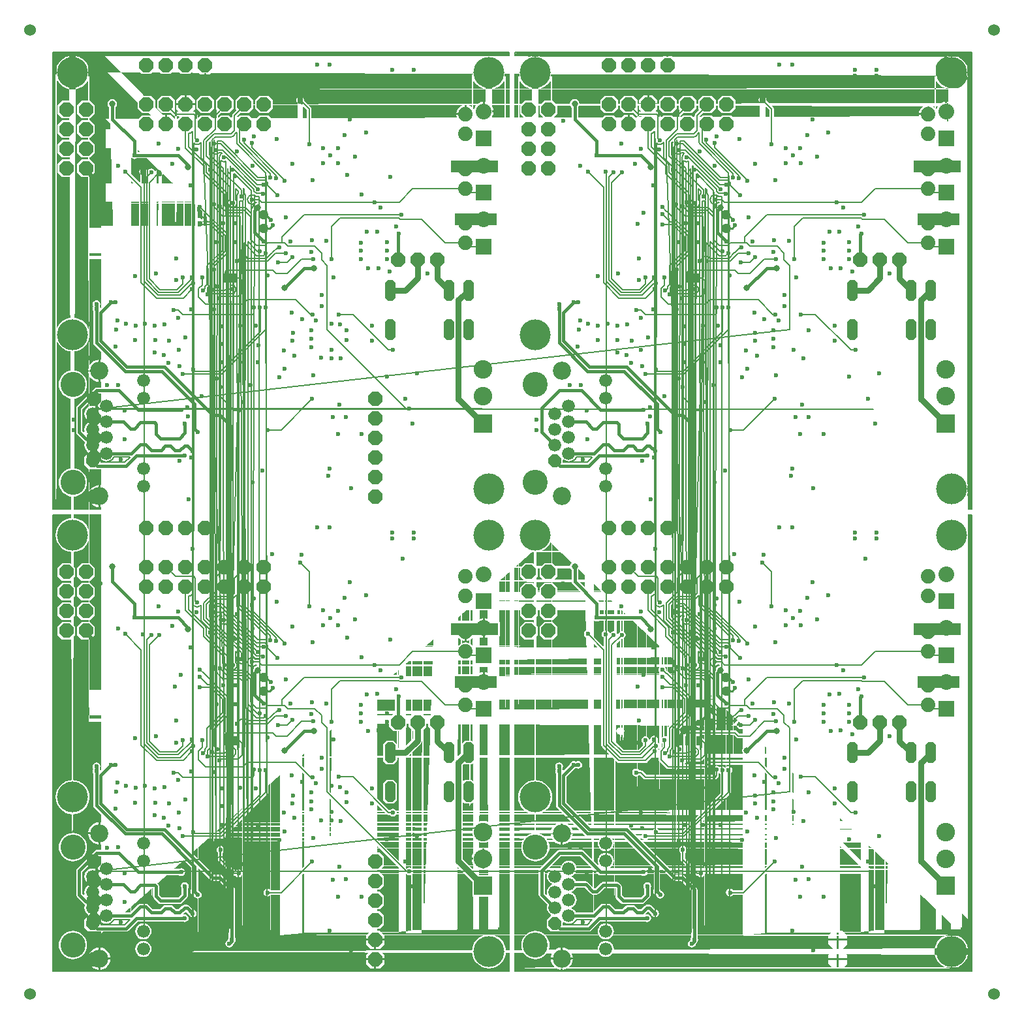
<source format=gbl>
%FSTAX23Y23*%
%MOMM*%
%SFA1B1*%

%IPPOS*%
%AMD79*
4,1,8,0.388620,-0.939800,0.939800,-0.388620,0.939800,0.388620,0.388620,0.939800,-0.388620,0.939800,-0.939800,0.388620,-0.939800,-0.388620,-0.388620,-0.939800,0.388620,-0.939800,0.0*
%
%AMD82*
4,1,8,0.660400,-0.990600,0.660400,0.990600,0.330200,1.320800,-0.330200,1.320800,-0.660400,0.990600,-0.660400,-0.990600,-0.330200,-1.320800,0.330200,-1.320800,0.660400,-0.990600,0.0*
%
%AMD83*
4,1,8,0.939800,0.388620,0.388620,0.939800,-0.388620,0.939800,-0.939800,0.388620,-0.939800,-0.388620,-0.388620,-0.939800,0.388620,-0.939800,0.939800,-0.388620,0.939800,0.388620,0.0*
%
%AMD86*
4,1,8,0.838200,0.345440,0.345440,0.838200,-0.345440,0.838200,-0.838200,0.345440,-0.838200,-0.345440,-0.345440,-0.838200,0.345440,-0.838200,0.838200,-0.345440,0.838200,0.345440,0.0*
%
%ADD41C,0.200000*%
%ADD43C,0.399999*%
%ADD44C,0.799998*%
%ADD45C,0.253999*%
%ADD78C,1.523997*%
G04~CAMADD=79~4~0.0~0.0~739.8~739.8~0.0~216.7~0~0.0~0.0~0.0~0.0~0~0.0~0.0~0.0~0.0~0~0.0~0.0~0.0~225.0~739.8~739.8*
%ADD79D79*%
%ADD80R,2.412995X2.412995*%
%ADD81C,2.412995*%
G04~CAMADD=82~4~0.0~0.0~1040.2~520.1~0.0~130.0~0~0.0~0.0~0.0~0.0~0~0.0~0.0~0.0~0.0~0~0.0~0.0~0.0~270.0~520.0~1040.0*
%ADD82D82*%
G04~CAMADD=83~4~0.0~0.0~739.8~739.8~0.0~216.7~0~0.0~0.0~0.0~0.0~0~0.0~0.0~0.0~0.0~0~0.0~0.0~0.0~315.0~739.8~739.8*
%ADD83D83*%
%ADD84C,2.354995*%
%ADD85C,1.675997*%
G04~CAMADD=86~4~0.0~0.0~660.2~660.2~0.0~193.4~0~0.0~0.0~0.0~0.0~0~0.0~0.0~0.0~0.0~0~0.0~0.0~0.0~315.0~660.2~660.2*
%ADD86D86*%
%ADD87C,3.249994*%
%ADD88R,2.031996X2.031996*%
%ADD89C,2.031996*%
%ADD90C,1.879996*%
%ADD91C,3.999992*%
%ADD92C,0.599999*%
%ADD93C,0.799998*%
%ADD94R,0.634999X1.269997*%
%ADD95C,1.269997*%
%ADD96R,6.099988X1.626997*%
%ADD97R,5.474989X1.570997*%
%ADD101C,0.127000*%
%ADD163C,0.507999*%
%ADD164C,1.015998*%
%ADD165C,4.063992*%
%ADD166C,8.127984*%
%ADD167C,16.255967*%
%LNsnarc_panel-1*%
%LPD*%
G54D101*
X64603Y05396D02*
X05396D01*
Y64603*
X64603*
Y05396*
G54D45*
X64476Y05523D02*
X05523D01*
Y64476*
X64476*
Y05523*
G54D163*
X64222Y05777D02*
X05777D01*
Y64222*
X64222*
Y05777*
G54D164*
X63714Y06285D02*
X06285D01*
Y63714*
X63714*
Y06285*
G54D89*
X62698Y07301D02*
X07301D01*
Y62698*
X62698*
Y07301*
G54D165*
X60666Y09333D02*
X09333D01*
Y60666*
X60666*
Y09333*
G54D166*
X56602Y13397D02*
X13397D01*
Y56602*
X56602*
Y13397*
G54D167*
X48474Y21525D02*
X21525D01*
Y48474*
X48474*
Y21525*
X40346Y29653D02*
X29653D01*
Y40346*
X40346*
Y29653*
X32218Y37781D02*
X37781D01*
Y32218*
X32218*
Y37781*
G54D45*
X23428Y54286D02*
Y53456D01*
X23462Y53282*
X23454Y53294*
X23445Y53249*
X23499Y5298*
X23652Y52752*
X2388Y52599*
X24149Y52545*
X24419Y52599*
X24647Y52752*
X24668Y52784*
X2452Y52829*
Y51056*
X24554Y50883*
X24653Y50737*
X28274Y47115*
Y45601*
X28273Y456*
X28171Y45449*
X28321*
X28321Y45448*
X28168Y45675*
X28167Y45676*
Y46197*
X28133Y4637*
X28034Y46516*
X25471Y4908*
Y49918*
X25437Y50091*
X25388Y50163*
X25338Y50237*
X23156Y5242*
Y53999*
X23308*
X23546Y54237*
X23428Y54286*
X23266Y52374D02*
Y53974D01*
X23494Y5212D02*
Y52958D01*
Y54254D02*
Y54279D01*
X23723Y51917D02*
Y52654D01*
X23952Y51663D02*
Y52552D01*
X2418Y5146D02*
Y52552D01*
X24409Y51206D02*
Y52603D01*
X24637Y5085D02*
Y50926D01*
X24866Y50596D02*
Y50672D01*
X25095Y50342D02*
Y50469D01*
X25323Y50139D02*
Y50215D01*
X25552Y49021D02*
Y49809D01*
X2578Y48818D02*
Y49606D01*
X26009Y48564D02*
Y49352D01*
X26238Y48361D02*
Y49148D01*
X26466Y48107D02*
Y48894D01*
X26695Y47904D02*
Y48691D01*
X26923Y4765D02*
Y48437D01*
X27152Y47447D02*
Y48234D01*
X27381Y47193D02*
Y4798D01*
X27609Y46989D02*
Y47777D01*
X27838Y46735D02*
Y47523D01*
X28066Y46532D02*
Y4732D01*
X28295Y45465D02*
Y4544D01*
G54D101*
X2578Y51358D02*
Y52933D01*
X25882Y51257D02*
Y5245D01*
X25984Y51155D02*
Y51942D01*
Y52019D02*
Y52323D01*
X26085Y51053D02*
Y51638D01*
X26187Y50952D02*
Y51511D01*
X26288Y5085D02*
Y5146D01*
X2639Y50749D02*
Y51409D01*
X26492Y50647D02*
Y51409D01*
X26593Y50545D02*
Y51409D01*
X26695Y50444D02*
Y51409D01*
X26796Y50342D02*
Y51434D01*
X26898Y50241D02*
Y51511D01*
X27Y50139D02*
Y51587D01*
X27101Y50037D02*
Y50749D01*
Y51282D02*
Y51587D01*
X27203Y49936D02*
Y50622D01*
Y51409D02*
Y51587D01*
X27304Y49834D02*
Y5052D01*
Y51511D02*
Y51587D01*
X27406Y49733D02*
Y50444D01*
X27508Y49631D02*
Y50444D01*
X27609Y49555D02*
Y50418D01*
X27711Y49479D02*
Y50418D01*
X27812Y49377D02*
Y50444D01*
X27914Y49275D02*
Y50469D01*
X28016Y49174D02*
Y50368D01*
X28117Y44856D02*
Y4483D01*
Y49072D02*
Y4925D01*
Y49529D02*
Y50266D01*
X28219Y44754D02*
Y44932D01*
Y48971D02*
Y49021D01*
Y49758D02*
Y50164D01*
X2832Y44653D02*
Y44754D01*
Y48869D02*
Y4892D01*
Y4986D02*
Y50063D01*
X28422Y44551D02*
Y44653D01*
Y48767D02*
Y48844D01*
Y49936D02*
Y49961D01*
X28524Y44526D02*
Y44576D01*
Y48666D02*
Y48818D01*
X28625Y44526D02*
Y44551D01*
Y48564D02*
Y48793D01*
X28727Y44526D02*
D01*
Y48463D02*
Y48793D01*
X28828Y44526D02*
D01*
Y48361D02*
Y48818D01*
X2893Y44526D02*
Y44551D01*
Y48259D02*
Y48869D01*
X29032Y44526D02*
Y44602D01*
Y48158D02*
Y48818D01*
X29133Y44526D02*
Y44653D01*
Y45567D02*
Y46888D01*
Y48056D02*
Y48717D01*
X29235Y44526D02*
Y44754D01*
Y45465D02*
Y46862D01*
Y47955D02*
Y48615D01*
X29336Y44526D02*
Y45669D01*
Y46177D02*
Y46761D01*
Y47853D02*
Y48513D01*
X29438Y44526D02*
Y45516D01*
Y46304D02*
Y46659D01*
Y47751D02*
Y48412D01*
X2954Y44526D02*
Y45415D01*
Y4765D02*
Y4831D01*
X29641Y44526D02*
Y45338D01*
Y47548D02*
Y48209D01*
X29743Y44526D02*
Y45338D01*
Y47447D02*
Y48107D01*
X29844Y44526D02*
Y45338D01*
Y47345D02*
Y48005D01*
X29946Y44526D02*
Y45338D01*
Y47243D02*
Y47904D01*
X30048Y44526D02*
Y45338D01*
Y47142D02*
Y47802D01*
X30149Y44526D02*
Y45389D01*
Y4704D02*
Y47701D01*
X30251Y44526D02*
Y45465D01*
Y46354D02*
Y47599D01*
X30352Y44526D02*
Y45592D01*
Y46227D02*
Y47497D01*
X30454Y44475D02*
Y47396D01*
X30556Y44373D02*
Y47294D01*
X30657Y44272D02*
Y47193D01*
X30759Y4417D02*
Y45262D01*
Y45821D02*
Y47091D01*
X3086Y44068D02*
Y4511D01*
Y45973D02*
Y46989D01*
X30962Y43967D02*
Y45059D01*
Y46024D02*
Y46888D01*
X31064Y43865D02*
Y44983D01*
Y461D02*
Y46786D01*
X31165Y44297D02*
Y44957D01*
Y46126D02*
Y46481D01*
X31267Y44424D02*
Y44957D01*
Y46126D02*
Y46329D01*
X31368Y44678D02*
Y44957D01*
Y46126D02*
Y46227D01*
X3147Y44907D02*
Y44983D01*
Y461D02*
Y46126D01*
X31572Y45034D02*
D01*
Y46024D02*
D01*
X31673Y4511D02*
D01*
Y45948D02*
D01*
X31775Y45161D02*
Y45135D01*
Y45923D02*
Y45948D01*
X31876Y45923D02*
D01*
X31978D02*
D01*
X3208D02*
D01*
X32181D02*
D01*
X29153Y5409D02*
Y52906D01*
X29187Y52733*
X29286Y52587*
X32955Y48917*
X3306Y4876*
X32999Y48669*
X3297Y48524*
X32995Y4854*
X33002Y48539*
X32076*
X27502Y53113*
X27356Y53212*
X27183Y53246*
X26872*
X26871Y53247*
X26644Y534*
X26374Y53454*
X26105Y534*
X26134Y5342*
X26272Y53251*
X2655Y53528*
X28568*
X28741Y53562*
X28887Y53661*
X27902Y52676*
X29032Y54127*
X29153Y5409*
X32003Y48463D02*
X33096D01*
X31902Y48564D02*
X33096D01*
X318Y48666D02*
X33146D01*
X31699Y48767D02*
X33223D01*
X31597Y48869D02*
X33121D01*
X31495Y48971D02*
X33045D01*
X31394Y49072D02*
X32969D01*
X31292Y49174D02*
X32867D01*
X31191Y49275D02*
X32765D01*
X31089Y49377D02*
X32664D01*
X30987Y49479D02*
X32562D01*
X30886Y4958D02*
X32461D01*
X30784Y49682D02*
X32359D01*
X30683Y49783D02*
X32257D01*
X30581Y49885D02*
X32156D01*
X30479Y49987D02*
X32054D01*
X30378Y50088D02*
X31953D01*
X30276Y5019D02*
X31851D01*
X30175Y50291D02*
X31749D01*
X30073Y50393D02*
X31648D01*
X29971Y50495D02*
X31546D01*
X2987Y50596D02*
X31445D01*
X29768Y50698D02*
X31343D01*
X29667Y50799D02*
X31241D01*
X29565Y50901D02*
X3114D01*
X29463Y51003D02*
X31038D01*
X29362Y51104D02*
X30937D01*
X2926Y51206D02*
X30835D01*
X29159Y51307D02*
X30733D01*
X29057Y51409D02*
X30632D01*
X28955Y51511D02*
X3053D01*
X28854Y51612D02*
X30429D01*
X28752Y51714D02*
X30327D01*
X28651Y51815D02*
X30225D01*
X28549Y51917D02*
X30124D01*
X28447Y52019D02*
X30022D01*
X28346Y5212D02*
X29921D01*
X28244Y52222D02*
X29819D01*
X28143Y52323D02*
X29717D01*
X28041Y52425D02*
X29616D01*
X27939Y52527D02*
X29514D01*
X27838Y52628D02*
X29413D01*
X27736Y5273D02*
X29336D01*
X27635Y52831D02*
X29286D01*
X27533Y52933D02*
X2926D01*
X27431Y53035D02*
X2926D01*
X26822Y53136D02*
X2926D01*
X26695Y53238D02*
X2926D01*
X26212Y53339D02*
X2926D01*
X26314Y53441D02*
X2926D01*
X26415Y53543D02*
X2926D01*
X28574Y53644D02*
X2926D01*
X28803Y53746D02*
X2926D01*
X28905Y53847D02*
X2926D01*
X29006Y53949D02*
X2926D01*
X29108Y54051D02*
X2926D01*
X29209Y54152D02*
X2926D01*
X11683Y11506D02*
X14808D01*
X11683Y11607D02*
X11887D01*
X12826D02*
X14909D01*
X13004Y11709D02*
X15011D01*
X13131Y1181D02*
X15112D01*
X13233Y11912D02*
X15214D01*
X13309Y12014D02*
X15316D01*
X1336Y12115D02*
X15417D01*
X124603Y05396D02*
X65396D01*
Y64603*
X124603*
Y05396*
G54D45*
X124476Y05523D02*
X65523D01*
Y64476*
X124476*
Y05523*
G54D163*
X124222Y05777D02*
X65777D01*
Y64222*
X124222*
Y05777*
G54D164*
X123714Y06285D02*
X66285D01*
Y63714*
X123714*
Y06285*
G54D89*
X122698Y07301D02*
X67301D01*
Y62698*
X122698*
Y07301*
G54D165*
X120666Y09333D02*
X69333D01*
Y60666*
X120666*
Y09333*
G54D166*
X116602Y13397D02*
X73397D01*
Y56602*
X116602*
Y13397*
G54D167*
X108474Y21525D02*
X81525D01*
Y48474*
X108474*
Y21525*
X100346Y29653D02*
X89653D01*
Y40346*
X100346*
Y29653*
X92218Y37781D02*
X97781D01*
Y32218*
X92218*
Y37781*
G54D45*
X83428Y54286D02*
Y53456D01*
X83462Y53282*
X83454Y53294*
X83445Y53249*
X83499Y5298*
X83652Y52752*
X8388Y52599*
X84149Y52545*
X84419Y52599*
X84647Y52752*
X84668Y52784*
X8452Y52829*
Y51056*
X84554Y50883*
X84653Y50737*
X88274Y47115*
Y45601*
X88273Y456*
X88171Y45449*
X88321*
X88321Y45448*
X88168Y45675*
X88167Y45676*
Y46197*
X88133Y4637*
X88034Y46516*
X85471Y4908*
Y49918*
X85437Y50091*
X85388Y50163*
X85338Y50237*
X83156Y5242*
Y53999*
X83308*
X83547Y54237*
X83428Y54286*
X83261Y52374D02*
Y53974D01*
X83489Y5212D02*
Y52958D01*
Y54254D02*
Y54279D01*
X83718Y51917D02*
Y52654D01*
X83946Y51663D02*
Y52552D01*
X84175Y5146D02*
Y52552D01*
X84404Y51206D02*
Y52552D01*
X84632Y5085D02*
Y50926D01*
Y52781D02*
Y52755D01*
X84861Y50596D02*
Y50672D01*
X85089Y50342D02*
Y50469D01*
X85318Y50139D02*
Y50215D01*
X85547Y49021D02*
Y49809D01*
X85775Y48818D02*
Y49606D01*
X86004Y48564D02*
Y49352D01*
X86232Y48361D02*
Y49148D01*
X86461Y48107D02*
Y48894D01*
X8669Y47904D02*
Y48691D01*
X86918Y4765D02*
Y48437D01*
X87147Y47447D02*
Y48234D01*
X87375Y47193D02*
Y4798D01*
X87604Y46989D02*
Y47777D01*
X87833Y46735D02*
Y47523D01*
X88061Y46532D02*
Y4732D01*
X8829Y45465D02*
Y4544D01*
G54D101*
X85775Y51358D02*
Y52933D01*
X85877Y51257D02*
Y52476D01*
X85978Y51155D02*
Y51942D01*
Y52019D02*
Y52323D01*
X8608Y51053D02*
Y51663D01*
X86182Y50952D02*
Y51536D01*
X86283Y5085D02*
Y5146D01*
X86385Y50749D02*
Y51409D01*
X86486Y50647D02*
Y51409D01*
X86588Y50545D02*
Y51409D01*
X8669Y50444D02*
Y51409D01*
X86791Y50342D02*
Y51434D01*
X86893Y50241D02*
Y51511D01*
X86994Y50139D02*
Y51587D01*
X87096Y50037D02*
Y50749D01*
Y51282D02*
Y51587D01*
X87198Y49936D02*
Y50622D01*
Y51409D02*
Y51587D01*
X87299Y49834D02*
Y5052D01*
Y51511D02*
Y51587D01*
X87401Y49733D02*
Y50444D01*
X87502Y49631D02*
Y50444D01*
X87604Y49555D02*
Y50418D01*
X87706Y49479D02*
Y50418D01*
X87807Y49377D02*
Y50444D01*
X87909Y49275D02*
Y50469D01*
X8801Y49174D02*
Y50368D01*
X88112Y44856D02*
Y4483D01*
Y49072D02*
Y49352D01*
Y49428D02*
Y50266D01*
X88214Y44754D02*
Y44932D01*
Y48971D02*
Y49021D01*
Y49758D02*
Y50164D01*
X88315Y44653D02*
Y44754D01*
Y48869D02*
Y4892D01*
Y4986D02*
Y50063D01*
X88417Y44551D02*
Y44653D01*
Y48767D02*
Y48844D01*
Y4991D02*
Y49961D01*
X88518Y44526D02*
Y44576D01*
Y48666D02*
Y48818D01*
X8862Y44526D02*
Y44551D01*
Y48564D02*
Y48793D01*
X88722Y44526D02*
D01*
Y48463D02*
Y48793D01*
X88823Y44526D02*
D01*
Y48361D02*
Y48818D01*
X88925Y44526D02*
Y44551D01*
Y48259D02*
Y48844D01*
X89026Y44526D02*
Y44576D01*
Y48158D02*
Y48818D01*
X89128Y44526D02*
Y44653D01*
Y45567D02*
Y46888D01*
Y48056D02*
Y48717D01*
X8923Y44526D02*
Y44754D01*
Y45465D02*
Y46862D01*
Y47955D02*
Y48615D01*
X89331Y44526D02*
Y44983D01*
Y45237D02*
Y45669D01*
Y46177D02*
Y46761D01*
Y47853D02*
Y48513D01*
X89433Y44526D02*
Y45516D01*
Y46304D02*
Y46659D01*
Y47751D02*
Y48412D01*
X89534Y44526D02*
Y4544D01*
Y4765D02*
Y4831D01*
X89636Y44526D02*
Y45364D01*
Y47548D02*
Y48209D01*
X89738Y44526D02*
Y45338D01*
Y47447D02*
Y48107D01*
X89839Y44526D02*
Y45338D01*
Y47345D02*
Y48005D01*
X89941Y44526D02*
Y45338D01*
Y47243D02*
Y47904D01*
X90042Y44526D02*
Y45338D01*
Y47142D02*
Y47802D01*
X90144Y44526D02*
Y45389D01*
Y4704D02*
Y47701D01*
X90246Y44526D02*
Y45465D01*
Y46354D02*
Y47599D01*
X90347Y44526D02*
Y45592D01*
Y46227D02*
Y47497D01*
X90449Y44475D02*
Y47396D01*
X9055Y44373D02*
Y47294D01*
X90652Y44272D02*
Y47193D01*
X90754Y4417D02*
Y45262D01*
Y45821D02*
Y47091D01*
X90855Y44068D02*
Y4511D01*
Y45973D02*
Y46989D01*
X90957Y43967D02*
Y45059D01*
Y46024D02*
Y46888D01*
X91058Y43865D02*
Y44983D01*
Y461D02*
Y46786D01*
X9116Y4417D02*
Y44957D01*
Y46126D02*
Y46481D01*
X91262Y44424D02*
Y44957D01*
Y46126D02*
Y46329D01*
X91363Y44678D02*
Y44957D01*
Y46126D02*
Y46227D01*
X91465Y44907D02*
Y44983D01*
Y461D02*
Y46126D01*
X91566Y45034D02*
D01*
Y46024D02*
D01*
X91668Y4511D02*
D01*
Y45948D02*
D01*
X9177Y45161D02*
Y45135D01*
Y45923D02*
Y45948D01*
X91871Y45923D02*
D01*
X91973D02*
D01*
X92074D02*
D01*
X92176D02*
D01*
X89153Y5409D02*
Y52906D01*
X89187Y52733*
X89286Y52587*
X92955Y48917*
X9306Y4876*
X92999Y48669*
X9297Y48524*
X92995Y4854*
X93002Y48539*
X92076*
X87502Y53113*
X87356Y53212*
X87183Y53246*
X86872*
X86871Y53247*
X86644Y534*
X86374Y53454*
X86105Y534*
X86134Y53419*
X86272Y53251*
X8655Y53528*
X88568*
X88741Y53562*
X88887Y53661*
X8791Y52684*
X89032Y54127*
X89153Y5409*
X91998Y48463D02*
X9309D01*
X91897Y48564D02*
X9309D01*
X91795Y48666D02*
X93141D01*
X91693Y48767D02*
X93217D01*
X91592Y48869D02*
X93141D01*
X9149Y48971D02*
X93065D01*
X91389Y49072D02*
X92963D01*
X91287Y49174D02*
X92862D01*
X91185Y49275D02*
X9276D01*
X91084Y49377D02*
X92659D01*
X90982Y49479D02*
X92557D01*
X90881Y4958D02*
X92455D01*
X90779Y49682D02*
X92354D01*
X90677Y49783D02*
X92252D01*
X90576Y49885D02*
X92151D01*
X90474Y49987D02*
X92049D01*
X90373Y50088D02*
X91947D01*
X90271Y5019D02*
X91846D01*
X90169Y50291D02*
X91744D01*
X90068Y50393D02*
X91643D01*
X89966Y50495D02*
X91541D01*
X89865Y50596D02*
X91439D01*
X89763Y50698D02*
X91338D01*
X89661Y50799D02*
X91236D01*
X8956Y50901D02*
X91135D01*
X89458Y51003D02*
X91033D01*
X89357Y51104D02*
X90931D01*
X89255Y51206D02*
X9083D01*
X89153Y51307D02*
X90728D01*
X89052Y51409D02*
X90627D01*
X8895Y51511D02*
X90525D01*
X88849Y51612D02*
X90423D01*
X88747Y51714D02*
X90322D01*
X88645Y51815D02*
X9022D01*
X88544Y51917D02*
X90119D01*
X88442Y52019D02*
X90017D01*
X88341Y5212D02*
X89915D01*
X88239Y52222D02*
X89814D01*
X88137Y52323D02*
X89712D01*
X88036Y52425D02*
X89611D01*
X87934Y52527D02*
X89509D01*
X87833Y52628D02*
X89407D01*
X87731Y5273D02*
X89331D01*
X87629Y52831D02*
X8928D01*
X87528Y52933D02*
X89255D01*
X87426Y53035D02*
X89255D01*
X86842Y53136D02*
X89255D01*
X86715Y53238D02*
X89255D01*
X86207Y53339D02*
X89255D01*
X86309Y53441D02*
X89255D01*
X8641Y53543D02*
X89255D01*
X88569Y53644D02*
X89255D01*
X88798Y53746D02*
X89255D01*
X88899Y53847D02*
X89255D01*
X89001Y53949D02*
X89255D01*
X89103Y54051D02*
X89255D01*
X89204Y54152D02*
X89255D01*
X71704Y11506D02*
X74802D01*
X71704Y11607D02*
X71881D01*
X72821D02*
X74904D01*
X72999Y11709D02*
X75006D01*
X73126Y1181D02*
X75107D01*
X73228Y11912D02*
X75209D01*
X73304Y12014D02*
X7531D01*
X73355Y12115D02*
X75412D01*
X64603Y65396D02*
X05396D01*
Y124603*
X64603*
Y65396*
G54D45*
X64476Y65523D02*
X05523D01*
Y124476*
X64476*
Y65523*
G54D163*
X64222Y65777D02*
X05777D01*
Y124222*
X64222*
Y65777*
G54D164*
X63714Y66285D02*
X06285D01*
Y123714*
X63714*
Y66285*
G54D89*
X62698Y67301D02*
X07301D01*
Y122698*
X62698*
Y67301*
G54D165*
X60666Y69333D02*
X09333D01*
Y120666*
X60666*
Y69333*
G54D166*
X56602Y73397D02*
X13397D01*
Y116602*
X56602*
Y73397*
G54D167*
X48474Y81525D02*
X21525D01*
Y108474*
X48474*
Y81525*
X40346Y89653D02*
X29653D01*
Y100346*
X40346*
Y89653*
X32218Y97781D02*
X37781D01*
Y92218*
X32218*
Y97781*
G54D45*
X23428Y114286D02*
Y113456D01*
X23462Y113282*
X23454Y113294*
X23445Y113249*
X23499Y11298*
X23652Y112752*
X2388Y112599*
X24149Y112545*
X24419Y112599*
X24647Y112752*
X24668Y112784*
X2452Y112829*
Y111056*
X24554Y110883*
X24653Y110737*
X28274Y107115*
Y105601*
X28273Y1056*
X28171Y105449*
X28321*
X28321Y105448*
X28168Y105675*
X28167Y105676*
Y106197*
X28133Y10637*
X28034Y106516*
X25471Y10908*
Y109918*
X25437Y110091*
X25388Y110163*
X25338Y110237*
X23156Y11242*
Y113999*
X23308*
X23546Y114236*
X23428Y114286*
X23266Y112344D02*
Y113944D01*
X23494Y11214D02*
Y112928D01*
Y114223D02*
Y114274D01*
X23723Y111886D02*
Y112674D01*
X23952Y111683D02*
Y112572D01*
X2418Y111429D02*
Y112521D01*
X24409Y111226D02*
Y112572D01*
X24637Y11082D02*
Y110896D01*
Y112801D02*
Y112775D01*
X24866Y110566D02*
Y110693D01*
X25095Y110362D02*
Y110439D01*
X25323Y110108D02*
Y110235D01*
X25552Y109042D02*
Y109829D01*
X2578Y108838D02*
Y109575D01*
X26009Y108584D02*
Y109372D01*
X26238Y108381D02*
Y109118D01*
X26466Y108127D02*
Y108915D01*
X26695Y107924D02*
Y108661D01*
X26923Y10767D02*
Y108457D01*
X27152Y107467D02*
Y108203D01*
X27381Y107213D02*
Y108D01*
X27609Y10701D02*
Y107746D01*
X27838Y106756D02*
Y107543D01*
X28066Y106552D02*
Y107289D01*
X28295Y105486D02*
Y10546D01*
G54D101*
X2578Y111353D02*
Y112953D01*
X25882Y111251D02*
Y112445D01*
X25984Y11115D02*
Y111963D01*
Y112039D02*
Y112318D01*
X26085Y111048D02*
Y111632D01*
X26187Y110947D02*
Y111531D01*
X26288Y110845D02*
Y11148D01*
X2639Y110743D02*
Y111429D01*
X26492Y110642D02*
Y111404D01*
X26593Y11054D02*
Y111404D01*
X26695Y110439D02*
Y111429D01*
X26796Y110337D02*
Y111455D01*
X26898Y110235D02*
Y111531D01*
X27Y110134D02*
Y111582D01*
X27101Y110032D02*
Y110743D01*
Y111277D02*
Y111582D01*
X27203Y109931D02*
Y110616D01*
Y111404D02*
Y111582D01*
X27304Y109829D02*
Y110515D01*
Y111505D02*
Y111582D01*
X27406Y109727D02*
Y110439D01*
X27508Y109626D02*
Y110439D01*
X27609Y109575D02*
Y110413D01*
X27711Y109473D02*
Y110413D01*
X27812Y109372D02*
Y110439D01*
X27914Y10927D02*
Y110464D01*
X28016Y109169D02*
Y110362D01*
X28117Y104851D02*
Y104825D01*
Y109067D02*
Y109245D01*
Y109524D02*
Y110261D01*
X28219Y104749D02*
Y104927D01*
Y108965D02*
Y109016D01*
Y109753D02*
Y110159D01*
X2832Y104647D02*
Y104749D01*
Y108864D02*
Y108915D01*
Y109854D02*
Y110058D01*
X28422Y104546D02*
Y104647D01*
Y108762D02*
Y108838D01*
Y109931D02*
Y109956D01*
X28524Y10452D02*
Y104571D01*
Y108661D02*
Y108813D01*
X28625Y10452D02*
Y104546D01*
Y108559D02*
Y108788D01*
X28727Y10452D02*
D01*
Y108457D02*
Y108788D01*
X28828Y10452D02*
D01*
Y108356D02*
Y108813D01*
X2893Y10452D02*
Y104546D01*
Y108254D02*
Y108864D01*
X29032Y10452D02*
Y104597D01*
Y108153D02*
Y108813D01*
X29133Y10452D02*
Y104647D01*
Y105562D02*
Y106908D01*
Y108051D02*
Y108711D01*
X29235Y10452D02*
Y104749D01*
Y105486D02*
Y106857D01*
Y107949D02*
Y10861D01*
X29336Y10452D02*
Y105663D01*
Y106171D02*
Y106756D01*
Y107848D02*
Y108508D01*
X29438Y10452D02*
Y105536D01*
Y106324D02*
Y106654D01*
Y107746D02*
Y108407D01*
X2954Y10452D02*
Y105435D01*
Y107645D02*
Y108305D01*
X29641Y10452D02*
Y105359D01*
Y107543D02*
Y108203D01*
X29743Y10452D02*
Y105359D01*
Y107441D02*
Y108102D01*
X29844Y10452D02*
Y105333D01*
Y10734D02*
Y108D01*
X29946Y10452D02*
Y105333D01*
Y107238D02*
Y107899D01*
X30048Y10452D02*
Y105359D01*
Y107137D02*
Y107797D01*
X30149Y10452D02*
Y105409D01*
Y107035D02*
Y107695D01*
X30251Y10452D02*
Y105486D01*
Y106375D02*
Y107594D01*
X30352Y10452D02*
Y105613D01*
Y106248D02*
Y107492D01*
X30454Y10447D02*
Y107391D01*
X30556Y104368D02*
Y107289D01*
X30657Y104266D02*
Y107187D01*
X30759Y104165D02*
Y105257D01*
Y105816D02*
Y107086D01*
X3086Y104063D02*
Y105105D01*
Y105994D02*
Y106984D01*
X30962Y103962D02*
Y105054D01*
Y106044D02*
Y106883D01*
X31064Y10386D02*
Y104978D01*
Y106121D02*
Y106781D01*
X31165Y104292D02*
Y104952D01*
Y106121D02*
Y106476D01*
X31267Y104444D02*
Y104952D01*
Y106121D02*
Y106349D01*
X31368Y104673D02*
Y104952D01*
Y106121D02*
Y106248D01*
X3147Y104927D02*
Y104978D01*
Y106121D02*
Y106146D01*
X31572Y105028D02*
Y105054D01*
Y106044D02*
D01*
X31673Y105105D02*
Y10513D01*
Y105968D02*
D01*
X31775Y105917D02*
Y105943D01*
X31876Y105917D02*
D01*
X31978D02*
D01*
X3208D02*
D01*
X32181D02*
D01*
X29153Y114089D02*
Y112906D01*
X29187Y112733*
X29286Y112587*
X32955Y108917*
X3306Y10876*
X32999Y108669*
X3297Y108524*
X32995Y10854*
X33002Y108539*
X32076*
X27502Y113113*
X27356Y113212*
X27183Y113246*
X26872*
X26871Y113247*
X26644Y1134*
X26374Y113454*
X26105Y1134*
X26134Y11342*
X26272Y113251*
X2655Y113528*
X28568*
X28741Y113562*
X28887Y113661*
X27909Y112682*
X29032Y114126*
X29153Y114089*
X32003Y108457D02*
X3307D01*
X31902Y108559D02*
X33096D01*
X318Y108661D02*
X33146D01*
X31699Y108762D02*
X33223D01*
X31597Y108864D02*
X33121D01*
X31495Y108965D02*
X33045D01*
X31394Y109067D02*
X32969D01*
X31292Y109169D02*
X32867D01*
X31191Y10927D02*
X32765D01*
X31089Y109372D02*
X32664D01*
X30987Y109473D02*
X32562D01*
X30886Y109575D02*
X32461D01*
X30784Y109677D02*
X32359D01*
X30683Y109778D02*
X32257D01*
X30581Y10988D02*
X32156D01*
X30479Y109981D02*
X32054D01*
X30378Y110083D02*
X31953D01*
X30276Y110185D02*
X31851D01*
X30175Y110286D02*
X31749D01*
X30073Y110388D02*
X31648D01*
X29971Y110489D02*
X31546D01*
X2987Y110591D02*
X31445D01*
X29768Y110693D02*
X31343D01*
X29667Y110794D02*
X31241D01*
X29565Y110896D02*
X3114D01*
X29463Y110997D02*
X31038D01*
X29362Y111099D02*
X30937D01*
X2926Y111201D02*
X30835D01*
X29159Y111302D02*
X30733D01*
X29057Y111404D02*
X30632D01*
X28955Y111505D02*
X3053D01*
X28854Y111607D02*
X30429D01*
X28752Y111709D02*
X30327D01*
X28651Y11181D02*
X30225D01*
X28549Y111912D02*
X30124D01*
X28447Y112013D02*
X30022D01*
X28346Y112115D02*
X29921D01*
X28244Y112217D02*
X29819D01*
X28143Y112318D02*
X29717D01*
X28041Y11242D02*
X29616D01*
X27939Y112521D02*
X29514D01*
X27838Y112623D02*
X29413D01*
X27736Y112725D02*
X29336D01*
X27635Y112826D02*
X29286D01*
X27533Y112928D02*
X2926D01*
X27431Y113029D02*
X2926D01*
X26822Y113131D02*
X2926D01*
X26695Y113233D02*
X2926D01*
X26212Y113334D02*
X2926D01*
X26314Y113436D02*
X2926D01*
X26415Y113537D02*
X2926D01*
X26517Y113639D02*
X2926D01*
X28803Y113741D02*
X2926D01*
X28905Y113842D02*
X2926D01*
X29006Y113944D02*
X2926D01*
X29108Y114045D02*
X2926D01*
X29209Y114147D02*
X2926D01*
X11683Y715D02*
X14782D01*
X11683Y71602D02*
X11887D01*
X12826D02*
X14884D01*
X13004Y71704D02*
X14985D01*
X13131Y71805D02*
X15087D01*
X13233Y71907D02*
X15189D01*
X13309Y72008D02*
X1529D01*
X1336Y7211D02*
X15417D01*
X124603Y65396D02*
X65396D01*
Y124603*
X124603*
Y65396*
G54D45*
X124476Y65523D02*
X65523D01*
Y124476*
X124476*
Y65523*
G54D163*
X124222Y65777D02*
X65777D01*
Y124222*
X124222*
Y65777*
G54D164*
X123714Y66285D02*
X66285D01*
Y123714*
X123714*
Y66285*
G54D89*
X122698Y67301D02*
X67301D01*
Y122698*
X122698*
Y67301*
G54D165*
X120666Y69333D02*
X69333D01*
Y120666*
X120666*
Y69333*
G54D166*
X116602Y73397D02*
X73397D01*
Y116602*
X116602*
Y73397*
G54D167*
X108474Y81525D02*
X81525D01*
Y108474*
X108474*
Y81525*
X100346Y89653D02*
X89653D01*
Y100346*
X100346*
Y89653*
X92218Y97781D02*
X97781D01*
Y92218*
X92218*
Y97781*
G54D45*
X83428Y114286D02*
Y113456D01*
X83462Y113282*
X83454Y113294*
X83445Y113249*
X83499Y11298*
X83652Y112752*
X8388Y112599*
X84149Y112545*
X84419Y112599*
X84647Y112752*
X84668Y112784*
X8452Y112829*
Y111056*
X84554Y110883*
X84653Y110737*
X88274Y107115*
Y105601*
X88273Y1056*
X88171Y105449*
X88321*
X88321Y105448*
X88168Y105675*
X88167Y105676*
Y106197*
X88133Y10637*
X88034Y106516*
X85471Y10908*
Y109918*
X85437Y110091*
X85388Y110163*
X85338Y110237*
X83156Y11242*
Y113999*
X83308*
X83546Y114236*
X83428Y114286*
X83261Y112344D02*
Y113944D01*
X83489Y11214D02*
Y112928D01*
Y114223D02*
Y114274D01*
X83718Y111886D02*
Y112674D01*
X83946Y111683D02*
Y112572D01*
X84175Y111429D02*
Y112521D01*
X84404Y111226D02*
Y112572D01*
X84632Y11082D02*
Y110896D01*
Y112801D02*
Y112775D01*
X84861Y110566D02*
Y110693D01*
X85089Y110362D02*
Y110439D01*
X85318Y110108D02*
Y110235D01*
X85547Y109042D02*
Y109829D01*
X85775Y108838D02*
Y109575D01*
X86004Y108584D02*
Y109372D01*
X86232Y108381D02*
Y109118D01*
X86461Y108127D02*
Y108915D01*
X8669Y107924D02*
Y108661D01*
X86918Y10767D02*
Y108457D01*
X87147Y107467D02*
Y108203D01*
X87375Y107213D02*
Y108D01*
X87604Y10701D02*
Y107746D01*
X87833Y106756D02*
Y107543D01*
X88061Y106552D02*
Y107289D01*
X8829Y105486D02*
Y10546D01*
G54D101*
X85775Y111353D02*
Y112928D01*
X85877Y111251D02*
Y112471D01*
X85978Y11115D02*
Y111963D01*
Y112039D02*
Y112318D01*
X8608Y111048D02*
Y111683D01*
X86182Y110947D02*
Y111556D01*
X86283Y110845D02*
Y11148D01*
X86385Y110743D02*
Y111429D01*
X86486Y110642D02*
Y111404D01*
X86588Y11054D02*
Y111404D01*
X8669Y110439D02*
Y111429D01*
X86791Y110337D02*
Y111455D01*
X86893Y110235D02*
Y111531D01*
X86994Y110134D02*
Y111582D01*
X87096Y110032D02*
Y110743D01*
Y111277D02*
Y111582D01*
X87198Y109931D02*
Y110616D01*
Y111404D02*
Y111582D01*
X87299Y109829D02*
Y110515D01*
Y111505D02*
Y111582D01*
X87401Y109727D02*
Y110439D01*
X87502Y109626D02*
Y110439D01*
X87604Y109575D02*
Y110413D01*
X87706Y109473D02*
Y110413D01*
X87807Y109372D02*
Y110439D01*
X87909Y10927D02*
Y110489D01*
X8801Y109169D02*
Y110388D01*
X88112Y104851D02*
Y104825D01*
Y109067D02*
Y109346D01*
Y109423D02*
Y110286D01*
X88214Y104749D02*
Y104927D01*
Y108965D02*
Y109016D01*
Y109753D02*
Y110185D01*
X88315Y104647D02*
Y104749D01*
Y108864D02*
Y108915D01*
Y109854D02*
Y110083D01*
X88417Y104546D02*
Y104647D01*
Y108762D02*
Y108838D01*
Y109905D02*
Y109981D01*
X88518Y10452D02*
Y104571D01*
Y108661D02*
Y108813D01*
X8862Y10452D02*
Y104546D01*
Y108559D02*
Y108788D01*
X88722Y10452D02*
D01*
Y108457D02*
Y108788D01*
X88823Y10452D02*
D01*
Y108356D02*
Y108813D01*
X88925Y10452D02*
Y104546D01*
Y108254D02*
Y108838D01*
X89026Y10452D02*
Y104571D01*
Y108153D02*
Y108813D01*
X89128Y10452D02*
Y104647D01*
Y105562D02*
Y106908D01*
Y108051D02*
Y108711D01*
X8923Y10452D02*
Y104749D01*
Y105486D02*
Y106857D01*
Y107949D02*
Y10861D01*
X89331Y10452D02*
Y104978D01*
Y105257D02*
Y105663D01*
Y106171D02*
Y106756D01*
Y107848D02*
Y108508D01*
X89433Y10452D02*
Y105536D01*
Y106324D02*
Y106654D01*
Y107746D02*
Y108407D01*
X89534Y10452D02*
Y10546D01*
Y107645D02*
Y108305D01*
X89636Y10452D02*
Y105384D01*
Y107543D02*
Y108203D01*
X89738Y10452D02*
Y105359D01*
Y107441D02*
Y108102D01*
X89839Y10452D02*
Y105333D01*
Y10734D02*
Y108D01*
X89941Y10452D02*
Y105333D01*
Y107238D02*
Y107899D01*
X90042Y10452D02*
Y105359D01*
Y107137D02*
Y107797D01*
X90144Y10452D02*
Y105409D01*
Y107035D02*
Y107695D01*
X90246Y10452D02*
Y105486D01*
Y106375D02*
Y107594D01*
X90347Y10452D02*
Y105613D01*
Y106248D02*
Y107492D01*
X90449Y10447D02*
Y107391D01*
X9055Y104368D02*
Y107289D01*
X90652Y104266D02*
Y107187D01*
X90754Y104165D02*
Y105257D01*
Y105816D02*
Y107086D01*
X90855Y104063D02*
Y105105D01*
Y105994D02*
Y106984D01*
X90957Y103962D02*
Y105054D01*
Y106044D02*
Y106883D01*
X91058Y10386D02*
Y104978D01*
Y106121D02*
Y106781D01*
X9116Y104165D02*
Y104952D01*
Y106121D02*
Y106476D01*
X91262Y104444D02*
Y104952D01*
Y106121D02*
Y106349D01*
X91363Y104673D02*
Y104952D01*
Y106121D02*
Y106248D01*
X91465Y104927D02*
Y104978D01*
Y106121D02*
Y106146D01*
X91566Y105028D02*
Y105054D01*
Y106044D02*
D01*
X91668Y105105D02*
Y10513D01*
Y105968D02*
D01*
X9177Y105917D02*
Y105943D01*
X91871Y105917D02*
D01*
X91973D02*
D01*
X92074D02*
D01*
X92176D02*
D01*
X89153Y114089D02*
Y112906D01*
X89187Y112733*
X89286Y112587*
X92955Y108917*
X9306Y10876*
X92999Y108669*
X9297Y108524*
X92995Y10854*
X93002Y108539*
X92076*
X87502Y113113*
X87356Y113212*
X87183Y113246*
X86872*
X86871Y113247*
X86644Y1134*
X86374Y113454*
X86105Y1134*
X86134Y113419*
X86272Y113251*
X8655Y113528*
X88568*
X88741Y113562*
X88887Y113661*
X87917Y11269*
X89032Y114126*
X89153Y114089*
X91998Y108457D02*
X93065D01*
X91897Y108559D02*
X9309D01*
X91795Y108661D02*
X93141D01*
X91693Y108762D02*
X93217D01*
X91592Y108864D02*
X93141D01*
X9149Y108965D02*
X93065D01*
X91389Y109067D02*
X92963D01*
X91287Y109169D02*
X92862D01*
X91185Y10927D02*
X9276D01*
X91084Y109372D02*
X92659D01*
X90982Y109473D02*
X92557D01*
X90881Y109575D02*
X92455D01*
X90779Y109677D02*
X92354D01*
X90677Y109778D02*
X92252D01*
X90576Y10988D02*
X92151D01*
X90474Y109981D02*
X92049D01*
X90373Y110083D02*
X91947D01*
X90271Y110185D02*
X91846D01*
X90169Y110286D02*
X91744D01*
X90068Y110388D02*
X91643D01*
X89966Y110489D02*
X91541D01*
X89865Y110591D02*
X91439D01*
X89763Y110693D02*
X91338D01*
X89661Y110794D02*
X91236D01*
X8956Y110896D02*
X91135D01*
X89458Y110997D02*
X91033D01*
X89357Y111099D02*
X90931D01*
X89255Y111201D02*
X9083D01*
X89153Y111302D02*
X90728D01*
X89052Y111404D02*
X90627D01*
X8895Y111505D02*
X90525D01*
X88849Y111607D02*
X90423D01*
X88747Y111709D02*
X90322D01*
X88645Y11181D02*
X9022D01*
X88544Y111912D02*
X90119D01*
X88442Y112013D02*
X90017D01*
X88341Y112115D02*
X89915D01*
X88239Y112217D02*
X89814D01*
X88137Y112318D02*
X89712D01*
X88036Y11242D02*
X89611D01*
X87934Y112521D02*
X89509D01*
X87833Y112623D02*
X89407D01*
X87731Y112725D02*
X89331D01*
X87629Y112826D02*
X8928D01*
X87528Y112928D02*
X89255D01*
X87426Y113029D02*
X89255D01*
X86842Y113131D02*
X89255D01*
X86715Y113233D02*
X89255D01*
X86207Y113334D02*
X89255D01*
X86309Y113436D02*
X89255D01*
X8641Y113537D02*
X89255D01*
X86512Y113639D02*
X89255D01*
X88798Y113741D02*
X89255D01*
X88899Y113842D02*
X89255D01*
X89001Y113944D02*
X89255D01*
X89103Y114045D02*
X89255D01*
X89204Y114147D02*
X89255D01*
X71704Y715D02*
X74777D01*
X71704Y71602D02*
X71881D01*
X72821D02*
X74879D01*
X72999Y71704D02*
X7498D01*
X73126Y71805D02*
X75082D01*
X73228Y71907D02*
X75183D01*
X73304Y72008D02*
X75285D01*
X73355Y7211D02*
X75412D01*
%LNsnarc_panel-2*%
%LPC*%
G36*
X11327Y23177D02*
X10027D01*
X10059Y2293*
X10204Y22582*
X10433Y22283*
X10732Y22054*
X1108Y21909*
X11327Y21877*
Y23177*
G37*
G36*
X61376Y21455D02*
Y20126D01*
X62705*
X62672Y2038*
X62525Y20736*
X62291Y21041*
X61986Y21275*
X6163Y21422*
X61376Y21455*
G37*
G36*
X12881Y23177D02*
X11581D01*
Y21877*
X11828Y21909*
X12176Y22054*
X12475Y22283*
X12704Y22582*
X12849Y2293*
X12881Y23177*
G37*
G36*
X11327Y24731D02*
X1108Y24699D01*
X10732Y24554*
X10433Y24325*
X10204Y24026*
X10059Y23678*
X10027Y23431*
X11327*
Y24731*
G37*
G36*
X61249Y24918D02*
X60882Y24869D01*
X6054Y24728*
X60246Y24502*
X6002Y24208*
X59879Y23866*
X5983Y23499*
X59879Y23132*
X6002Y2279*
X60246Y22496*
X6054Y2227*
X60882Y22129*
X61249Y2208*
X61616Y22129*
X61958Y2227*
X62252Y22496*
X62478Y2279*
X62619Y23132*
X62668Y23499*
X62619Y23866*
X62478Y24208*
X62252Y24502*
X61958Y24728*
X61616Y24869*
X61249Y24918*
G37*
G36*
X62705Y19872D02*
X61376D01*
Y18543*
X6163Y18576*
X61986Y18723*
X62291Y18957*
X62525Y19263*
X62672Y19618*
X62705Y19872*
G37*
G36*
X61122D02*
X59793D01*
X59826Y19618*
X59973Y19263*
X60207Y18957*
X60512Y18723*
X60868Y18576*
X61122Y18543*
Y19872*
G37*
G36*
X39074Y20159D02*
X38879Y2012D01*
X38714Y20009*
X38603Y19844*
X38564Y19649*
X38573Y19605*
X349Y15933*
X33671*
X33634Y15987*
X33469Y16098*
X33274Y16137*
X33079Y16098*
X32914Y15987*
X32803Y15822*
X32764Y15627*
X32803Y15432*
X32914Y15266*
X33079Y15156*
X33274Y15117*
X33469Y15156*
X33634Y15266*
X33671Y15321*
X35027*
X35144Y15344*
X35243Y15411*
X38989Y19156*
X39074Y19139*
X39269Y19178*
X39434Y19289*
X39545Y19454*
X39584Y19649*
X39545Y19844*
X39434Y20009*
X39269Y2012*
X39074Y20159*
G37*
G36*
X61122Y21455D02*
X60868Y21422D01*
X60512Y21275*
X60207Y21041*
X59973Y20736*
X59826Y2038*
X59793Y20126*
X61122*
Y21455*
G37*
G36*
X08024Y23358D02*
X07666Y23323D01*
X07322Y23218*
X07005Y23049*
X06727Y22821*
X06499Y22543*
X0633Y22226*
X06225Y21882*
X0619Y21524*
X06225Y21166*
X0633Y20822*
X06499Y20505*
X06727Y20227*
X07005Y19999*
X07322Y1983*
X07666Y19725*
X08024Y1969*
X08382Y19725*
X08726Y1983*
X09043Y19999*
X09321Y20227*
X09549Y20505*
X09718Y20822*
X09823Y21166*
X09858Y21524*
X09823Y21882*
X09718Y22226*
X09549Y22543*
X09321Y22821*
X09043Y23049*
X08726Y23218*
X08382Y23323*
X08024Y23358*
G37*
G36*
X11581Y24731D02*
Y23431D01*
X12881*
X12849Y23678*
X12704Y24026*
X12475Y24325*
X12176Y24554*
X11828Y24699*
X11581Y24731*
G37*
G36*
X53314Y38834D02*
X52174D01*
X51604Y38264*
Y37124*
X52132Y36596*
Y35597*
X50915Y3438*
X50025*
Y34859*
X49595Y35289*
X48735*
X48305Y34859*
Y32677*
X48735Y32247*
X49595*
X50025Y32677*
Y33156*
X51168*
X51402Y33203*
X51601Y33335*
X53177Y34911*
X53309Y3511*
X53356Y35344*
Y36596*
X53884Y37124*
Y38264*
X53314Y38834*
G37*
G36*
X13599Y32709D02*
X13404Y3267D01*
X13309Y32607*
X13289*
X13194Y3267*
X12999Y32709*
X12804Y3267*
X12639Y32559*
X12528Y32394*
X12506Y32283*
X11701Y31477*
X11579Y31514*
X11566Y3158*
X11503Y31675*
Y31688*
X11566Y31783*
X11605Y31978*
X11566Y32173*
X11455Y32338*
X1129Y32449*
X11095Y32488*
X109Y32449*
X10735Y32338*
X10624Y32173*
X10585Y31978*
X10624Y31783*
X10687Y31688*
Y31675*
X10624Y3158*
X10585Y31385*
X10624Y3119*
X10687Y31095*
Y26953*
X10713Y26823*
X10718Y26797*
X10807Y26665*
X14503Y22969*
X14635Y2288*
X14791Y22849*
X16337*
X16393Y22735*
X16257Y22558*
X16153Y22305*
X16117Y22034*
X16153Y21763*
X16257Y2151*
X16424Y21294*
X1664Y21127*
X16893Y21023*
X17164Y20987*
X17435Y21023*
X17688Y21127*
X17904Y21294*
X18071Y2151*
X18175Y21763*
X18211Y22034*
X18175Y22305*
X18071Y22558*
X17935Y22735*
X17991Y22849*
X19372*
X23387Y18834*
Y16068*
X23324Y15973*
X23285Y15778*
X23324Y15583*
X23435Y15418*
X236Y15307*
X23711Y15285*
X23731Y15265*
X23753Y15154*
X23864Y14989*
X24029Y14878*
X24224Y14839*
X24419Y14878*
X24584Y14989*
X24695Y15154*
X24734Y15349*
X24695Y15544*
X24584Y15709*
X24419Y1582*
X24308Y15842*
X24288Y15862*
X24266Y15973*
X24203Y16068*
Y18752*
X2432Y18801*
X2587Y17252*
X26002Y17163*
X26158Y17132*
X26946*
X28016Y16063*
X28238Y1584*
Y09798*
X28175Y09703*
X28136Y09508*
X28142Y09478*
X28122Y09474*
X27957Y09363*
X27846Y09198*
X27807Y09003*
X27846Y08808*
X27957Y08643*
X28122Y08532*
X28317Y08493*
X28512Y08532*
X28677Y08643*
X28788Y08808*
X2881Y08919*
X28934Y09044*
X29002Y09144*
X29006Y09148*
X29117Y09313*
X29156Y09508*
X29117Y09703*
X29054Y09798*
Y16009*
X29028Y16139*
X29023Y16165*
X28934Y16297*
X28592Y16639*
X27403Y17828*
X27271Y17917*
X27245Y17922*
X27115Y17948*
X26327*
X20179Y24095*
X20047Y24184*
X20021Y24189*
X19891Y24215*
X15188*
X12053Y2735*
Y30028*
Y30676*
X13083Y31706*
X13194Y31728*
X13289Y31791*
X13309*
X13404Y31728*
X13599Y31689*
X13794Y31728*
X13959Y31839*
X1407Y32004*
X14109Y32199*
X1407Y32394*
X13959Y32559*
X13794Y3267*
X13599Y32709*
G37*
G36*
X19049Y37084D02*
X18854Y37045D01*
X18689Y36934*
X18578Y36769*
X18539Y36574*
X18578Y36379*
X18689Y36214*
X18854Y36103*
X19049Y36064*
X19244Y36103*
X19409Y36214*
X1952Y36379*
X19559Y36574*
X1952Y36769*
X19409Y36934*
X19244Y37045*
X19049Y37084*
G37*
G36*
X61197Y44213D02*
X60992Y44186D01*
X60684Y44058*
X60508Y43923*
X57574*
X57496Y43908*
X5743Y43864*
X57386Y43798*
X5737Y4372*
Y42149*
X57386Y42071*
X5743Y42005*
X57496Y41961*
X57574Y41945*
X57882*
X57906Y41887*
X58098Y41638*
X58347Y41446*
X58637Y41326*
X58822Y41302*
Y42489*
X59076*
Y41302*
X59261Y41326*
X59551Y41446*
X598Y41638*
X59992Y41887*
X60016Y41945*
X60546*
X60684Y4184*
X60992Y41712*
X61197Y41685*
Y42949*
Y44213*
G37*
G36*
X50299Y41609D02*
X50104Y4157D01*
X49939Y41459*
X49828Y41294*
X49789Y41099*
X49802Y41034*
X49796Y41004*
Y38834*
X49634*
X49064Y38264*
Y37124*
X49634Y36554*
X50774*
X51344Y37124*
Y38264*
X50774Y38834*
X50612*
Y40707*
X50659Y40739*
X5077Y40904*
X50809Y41099*
X5077Y41294*
X50659Y41459*
X50494Y4157*
X50299Y41609*
G37*
G36*
X07999Y3021D02*
X07568Y30167D01*
X07153Y30041*
X06771Y29837*
X06436Y29562*
X06161Y29227*
X05957Y28845*
X05831Y2843*
X05788Y27999*
X05831Y27568*
X05957Y27153*
X06161Y26771*
X06436Y26436*
X06771Y26161*
X07153Y25957*
X07568Y25831*
X07999Y25788*
X0843Y25831*
X08845Y25957*
X09227Y26161*
X09562Y26436*
X09837Y26771*
X10041Y27153*
X10167Y27568*
X1021Y27999*
X10167Y2843*
X10041Y28845*
X09837Y29227*
X09562Y29562*
X09227Y29837*
X08845Y30041*
X0843Y30167*
X07999Y3021*
G37*
G36*
X42499Y31137D02*
X42304Y31098D01*
X42139Y30987*
X42028Y30822*
X41989Y30627*
X42028Y30432*
X42139Y30266*
X42304Y30156*
X42499Y30117*
X42694Y30156*
X42859Y30266*
X42896Y30321*
X44219*
X48758Y25783*
X48817Y25743*
X48857Y25716*
X48974Y25693*
X49152*
X49189Y25639*
X49354Y25528*
X49549Y25489*
X49744Y25528*
X49909Y25639*
X5002Y25804*
X50059Y25999*
X5002Y26194*
X49909Y26359*
X49744Y2647*
X49549Y26509*
X49354Y2647*
X49189Y26359*
X49187Y26357*
X49061Y26345*
X44562Y30843*
X44463Y30909*
X44346Y30933*
X42896*
X42859Y30987*
X42694Y31098*
X42499Y31137*
G37*
G36*
X49595Y30209D02*
X48735D01*
X48305Y29779*
Y27597*
X48735Y27167*
X49595*
X50025Y27597*
Y29779*
X49595Y30209*
G37*
G36*
X55854Y38834D02*
X54714D01*
X54144Y38264*
Y37124*
X54672Y36596*
Y35269*
X54719Y35035*
X54851Y34836*
X55925Y33763*
Y32677*
X56355Y32247*
X57215*
X57295Y32327*
X57412Y32278*
Y30178*
X57295Y30129*
X57215Y30209*
X56355*
X55925Y29779*
Y27597*
X56355Y27167*
X57215*
X57295Y27247*
X57412Y27198*
Y19625*
X57459Y19391*
X57591Y19192*
X5779Y1906*
X57832Y19051*
X59842Y1704*
Y15093*
X62656*
Y17905*
X60708*
X58636Y19977*
Y2726*
X58753Y27309*
X58895Y27167*
X59755*
X60185Y27597*
Y29779*
X59755Y30209*
X58895*
X58753Y30067*
X58636Y30116*
Y32214*
X58782Y3236*
X58895Y32247*
X59755*
X60185Y32677*
Y34859*
X59755Y35289*
X58895*
X58465Y34859*
Y33773*
X5781Y33118*
X5779Y33114*
X57757Y33092*
X57645Y33152*
Y34859*
X57215Y35289*
X56355*
X56242Y35176*
X55896Y35522*
Y36596*
X56424Y37124*
Y38264*
X55854Y38834*
G37*
G36*
X31524Y32084D02*
X31329Y32045D01*
X31164Y31934*
X31053Y31769*
X31014Y31574*
X31053Y31379*
X31164Y31214*
X31218Y31177*
Y30926*
X31201Y30909*
X22422*
X21936Y31394*
X21837Y31461*
X2172Y31484*
X21509*
X21455Y31563*
X2129Y31674*
X21095Y31713*
X209Y31674*
X20735Y31563*
X20624Y31398*
X20585Y31203*
X20624Y31008*
X20735Y30843*
X209Y30732*
X21095Y30693*
X2129Y30732*
X21455Y30843*
X21467Y3086*
X21593Y30872*
X22079Y30387*
X22178Y3032*
X22295Y30297*
X31328*
X31445Y3032*
X31544Y30387*
X3174Y30583*
X31807Y30682*
X3183Y30799*
Y31066*
X31906Y31117*
X31945Y31097*
X32018Y3096*
Y28521*
X27069Y23571*
X24159*
X24141Y2366*
X2403Y23826*
X23865Y23936*
X2367Y23975*
X23475Y23936*
X2331Y23826*
X23199Y2366*
X2316Y23465*
X23189Y23319*
X23109Y23221*
X22702*
X22659Y23286*
X22494Y23396*
X22298Y23435*
X22103Y23396*
X21938Y23286*
X21827Y2312*
X21789Y22925*
X21827Y2273*
X21938Y22565*
X22103Y22454*
X22298Y22415*
X22494Y22454*
X22659Y22565*
X22689Y22609*
X2734*
X27457Y22633*
X27556Y22699*
X3329Y28433*
X33357Y28532*
X3338Y28649*
Y3113*
X33434Y31166*
X33545Y31332*
X33584Y31527*
X33545Y31722*
X33434Y31887*
X33269Y31998*
X33074Y32037*
X32879Y31998*
X32714Y31887*
X32661Y31861*
X32496Y31972*
X32301Y32011*
X32106Y31972*
X3201Y31908*
X31886Y31933*
X31884Y31934*
X31719Y32045*
X31524Y32084*
G37*
G36*
X4782Y20803D02*
X4668D01*
X4611Y20233*
Y19093*
X4668Y18523*
X4782*
X4839Y19093*
Y20233*
X4782Y20803*
G37*
G36*
X47123Y08157D02*
X46653D01*
X46056Y0756*
Y0709*
X47123*
Y08157*
G37*
G36*
X08024Y10658D02*
X07666Y10623D01*
X07322Y10518*
X07005Y10349*
X06727Y10121*
X06499Y09843*
X0633Y09526*
X06225Y09182*
X0619Y08824*
X06225Y08466*
X0633Y08122*
X06499Y07805*
X06727Y07527*
X07005Y07299*
X07322Y0713*
X07666Y07025*
X08024Y0699*
X08382Y07025*
X08726Y0713*
X09043Y07299*
X09321Y07527*
X09549Y07805*
X09718Y08122*
X09823Y08466*
X09858Y08824*
X09823Y09182*
X09718Y09526*
X09549Y09843*
X09321Y10121*
X09043Y10349*
X08726Y10518*
X08382Y10623*
X08024Y10658*
G37*
G36*
X47847Y08157D02*
X47377D01*
Y0709*
X48444*
Y0756*
X47847Y08157*
G37*
G36*
X11581Y08471D02*
Y07171D01*
X12881*
X12849Y07418*
X12704Y07766*
X12475Y08065*
X12176Y08294*
X11828Y08439*
X11581Y08471*
G37*
G36*
X11327D02*
X1108Y08439D01*
X10732Y08294*
X10433Y08065*
X10204Y07766*
X10059Y07418*
X10027Y07171*
X11327*
Y08471*
G37*
G36*
X12881Y06917D02*
X11581D01*
Y05617*
X11828Y05649*
X12176Y05794*
X12475Y06023*
X12704Y06322*
X12849Y0667*
X12881Y06917*
G37*
G36*
X11327D02*
X10027D01*
X10059Y0667*
X10204Y06322*
X10433Y06023*
X10732Y05794*
X1108Y05649*
X11327Y05617*
Y06917*
G37*
G36*
X47123Y06836D02*
X46056D01*
Y06366*
X46653Y05769*
X47123*
Y06836*
G37*
G36*
X61999Y1021D02*
X61568Y10167D01*
X61153Y10041*
X60771Y09837*
X60436Y09562*
X60161Y09227*
X59957Y08845*
X59831Y0843*
X59788Y07999*
X59831Y07568*
X59957Y07153*
X60161Y06771*
X60436Y06436*
X60771Y06161*
X61153Y05957*
X61568Y05831*
X61999Y05788*
X6243Y05831*
X62845Y05957*
X63227Y06161*
X63562Y06436*
X63837Y06771*
X64041Y07153*
X64167Y07568*
X6421Y07999*
X64167Y0843*
X64041Y08845*
X63837Y09227*
X63562Y09562*
X63227Y09837*
X62845Y10041*
X6243Y10167*
X61999Y1021*
G37*
G36*
X48444Y06836D02*
X47377D01*
Y05769*
X47847*
X48444Y06366*
Y06836*
G37*
G36*
X17164Y09361D02*
X16893Y09325D01*
X1664Y09221*
X16424Y09054*
X16257Y08838*
X16153Y08585*
X16117Y08314*
X16153Y08043*
X16257Y0779*
X16424Y07574*
X1664Y07407*
X16893Y07303*
X17164Y07267*
X17435Y07303*
X17688Y07407*
X17904Y07574*
X18071Y0779*
X18175Y08043*
X18211Y08314*
X18175Y08585*
X18071Y08838*
X17904Y09054*
X17688Y09221*
X17435Y09325*
X17164Y09361*
G37*
G36*
X4782Y15723D02*
X4668D01*
X4611Y15153*
Y14013*
X4668Y13443*
X4782*
X4839Y14013*
Y15153*
X4782Y15723*
G37*
G36*
Y13183D02*
X4668D01*
X4611Y12613*
Y11473*
X4668Y10903*
X4782*
X4839Y11473*
Y12613*
X4782Y13183*
G37*
G36*
Y18263D02*
X4668D01*
X4611Y17693*
Y16553*
X4668Y15983*
X4782*
X4839Y16553*
Y17693*
X4782Y18263*
G37*
G36*
X14024Y21157D02*
D01*
X11124*
X10968Y21126*
X10836Y21037*
X08561Y18762*
X08472Y1863*
X08467Y18604*
X08441Y18474*
Y15374*
X08467Y15244*
X08472Y15218*
X08561Y15086*
X096Y14046*
X09553Y1393*
X09517Y13659*
X09553Y13388*
X09657Y13135*
X09824Y12919*
X1002Y12768*
X10029Y12641*
X09526Y12138*
Y111*
X10045Y10581*
X11083*
X11092Y10589*
X11209Y10566*
X14949*
X15079Y10592*
X15105Y10597*
X15237Y10686*
X16447Y11895*
X22255*
X2235Y11832*
X22545Y11793*
X2274Y11832*
X22905Y11943*
X23016Y12108*
X23055Y12303*
X23016Y12498*
X22905Y12663*
X2274Y12774*
X22545Y12813*
X22399Y12784*
X2234Y12896*
X22607Y13163*
X22734*
X23077Y12819*
X23099Y12708*
X2321Y12543*
X23375Y12432*
X2357Y12393*
X23765Y12432*
X2393Y12543*
X24041Y12708*
X2408Y12903*
X24041Y13098*
X2393Y13263*
X23765Y13374*
X23654Y13396*
X23133Y13916*
X23001Y14005*
X22975Y1401*
X22845Y14036*
X22495*
X22339Y14005*
X22295Y13975*
X22207Y13916*
X21726Y13436*
X21414*
X20983Y13866*
X20851Y13955*
X20825Y1396*
X20695Y13986*
X2002*
X1989Y1396*
X19864Y13955*
X19732Y13866*
X19301Y13436*
X18414*
X17783Y14066*
X17651Y14155*
X17625Y1416*
X17495Y14186*
X1678*
X16624Y14155*
X16492Y14066*
X15442Y13017*
X13299*
X13251Y13133*
X13084Y13349*
X12868Y13516*
X12748Y13566*
Y13693*
X12868Y13742*
X13084Y13909*
X13251Y14125*
X13355Y14378*
X13391Y14649*
X13355Y1492*
X13251Y15173*
X13084Y15389*
X12868Y15556*
X12748Y15606*
Y15733*
X12868Y15782*
X13084Y15949*
X13251Y16165*
X13299Y16281*
X14405*
X15201Y15486*
X15333Y15397*
X15359Y15392*
X15489Y15366*
X15974*
X16104Y15392*
X1613Y15397*
X16262Y15486*
X16972Y16195*
X1842*
Y15135*
X18446Y15004*
X18451Y14978*
X1854Y14846*
X19121Y14265*
X19253Y14176*
X1941Y14145*
X21845*
X21975Y14171*
X22001Y14176*
X22133Y14265*
X22833Y14965*
X22892Y15053*
X22922Y15097*
X22953Y15253*
Y16188*
X23016Y16283*
X23055Y16478*
X23016Y16673*
X22905Y16838*
X2274Y16949*
X22545Y16988*
X2235Y16949*
X22185Y16838*
X22074Y16673*
X22035Y16478*
X22074Y16283*
X22137Y16188*
Y15422*
X21676Y14961*
X19578*
X19236Y15304*
Y16399*
X19205Y16555*
X19175Y16599*
X19116Y16687*
X18912Y16891*
X1878Y1698*
X18754Y16985*
X18624Y17011*
X16803*
X16647Y1698*
X16515Y16891*
X15805Y16182*
X15658*
X14862Y16977*
X1473Y17066*
X14704Y17071*
X14574Y17097*
X13299*
X13251Y17213*
X13084Y17429*
X12868Y17596*
X12748Y17646*
Y17773*
X12868Y17822*
X13084Y17989*
X13251Y18205*
X13355Y18458*
X13391Y18729*
X13355Y19*
X13251Y19253*
X13084Y19469*
X12868Y19636*
X12615Y1974*
X12344Y19776*
X12073Y1974*
X1182Y19636*
X11604Y19469*
X11437Y19253*
X11333Y19*
X11297Y18729*
X11311Y18622*
X11201Y18559*
X11088Y18646*
X10835Y1875*
X10564Y18786*
X10293Y1875*
X1004Y18646*
X09824Y18479*
X09657Y18263*
X09553Y1801*
X09517Y17739*
X09553Y17468*
X09657Y17215*
X09824Y16999*
X1004Y16832*
X1016Y16783*
Y16656*
X1004Y16606*
X09824Y16439*
X09657Y16223*
X09553Y1597*
X09517Y15699*
X09553Y15428*
X09556Y1542*
X0945Y1535*
X09257Y15543*
Y18305*
X11293Y20341*
X13855*
X16207Y1799*
X16339Y17901*
X16365Y17896*
X16495Y1787*
X2178*
X21875Y17807*
X2207Y17768*
X22265Y17807*
X2243Y17918*
X22541Y18083*
X2258Y18278*
X22541Y18473*
X2243Y18638*
X22265Y18749*
X2207Y18788*
X21875Y18749*
X2178Y18686*
X17648*
X17623Y1881*
X17688Y18837*
X17904Y19004*
X18071Y1922*
X18175Y19473*
X18211Y19744*
X18175Y20015*
X18071Y20268*
X17904Y20484*
X17688Y20651*
X17435Y20755*
X17164Y20791*
X16893Y20755*
X1664Y20651*
X16424Y20484*
X16257Y20268*
X16153Y20015*
X16117Y19744*
X16153Y19473*
X16223Y19303*
X16117Y19232*
X14312Y21037*
X1418Y21126*
X14154Y21131*
X14024Y21157*
G37*
G36*
X27174Y21684D02*
X26979Y21645D01*
X26814Y21534*
X26703Y21369*
X26664Y21174*
X26703Y20979*
X26814Y20814*
X26868Y20777*
Y19949*
X26891Y19832*
X26958Y19733*
X28779Y17912*
X28783Y17908*
X28842Y17868*
X28882Y17841*
X28999Y17818*
X29127*
X29164Y17764*
X29329Y17653*
X29524Y17614*
X29719Y17653*
X29884Y17764*
X29995Y17929*
X30034Y18124*
X29995Y18319*
X29884Y18484*
X29719Y18595*
X29524Y18634*
X29329Y18595*
X29164Y18484*
X28885Y18671*
X2748Y20076*
Y20777*
X27534Y20814*
X27645Y20979*
X27684Y21174*
X27645Y21369*
X27534Y21534*
X27369Y21645*
X27174Y21684*
G37*
G36*
X48444Y09376D02*
X47377D01*
Y08309*
X47847*
X48444Y08906*
Y09376*
G37*
G36*
X47123D02*
X46056D01*
Y08906*
X46653Y08309*
X47123*
Y09376*
G37*
G36*
X17164Y11651D02*
X16893Y11615D01*
X1664Y11511*
X16424Y11344*
X16257Y11128*
X16153Y10875*
X16117Y10604*
X16153Y10333*
X16257Y1008*
X16424Y09864*
X1664Y09697*
X16893Y09593*
X17164Y09557*
X17435Y09593*
X17688Y09697*
X17904Y09864*
X18071Y1008*
X18175Y10333*
X18211Y10604*
X18175Y10875*
X18071Y11128*
X17904Y11344*
X17688Y11511*
X17435Y11615*
X17164Y11651*
G37*
G36*
X47847Y10697D02*
X47377D01*
Y0963*
X48444*
Y101*
X47847Y10697*
G37*
G36*
X47123D02*
X46653D01*
X46056Y101*
Y0963*
X47123*
Y10697*
G37*
G36*
X33389Y59009D02*
X32249D01*
X31679Y58439*
Y57299*
X32249Y56729*
X33389*
X33959Y57299*
Y58439*
X33389Y59009*
G37*
G36*
X25769D02*
X24629D01*
X24059Y58439*
Y57299*
X24629Y56729*
X25769*
X26339Y57299*
Y58439*
X25769Y59009*
G37*
G36*
X58847Y57801D02*
X58662Y57777D01*
X58372Y57657*
X58123Y57465*
X57931Y57216*
X57811Y56926*
X57787Y56741*
X58847*
Y57801*
G37*
G36*
X61197Y58213D02*
X60992Y58186D01*
X60684Y58058*
X60418Y57855*
X60215Y57589*
X60093Y57297*
X60028Y57288*
X59954Y57298*
X59825Y57465*
X59576Y57657*
X59286Y57777*
X59101Y57801*
Y56614*
Y55427*
X59286Y55451*
X59576Y55571*
X59825Y55763*
X60017Y56012*
X60117Y56255*
X60243Y56271*
X60418Y56043*
X60684Y5584*
X60992Y55712*
X61197Y55685*
Y56949*
Y58213*
G37*
G36*
X61451D02*
Y57076D01*
X62588*
X62561Y57281*
X62433Y57589*
X6223Y57855*
X61964Y58058*
X61656Y58186*
X61451Y58213*
G37*
G36*
X18149Y59009D02*
X17009D01*
X16439Y58439*
Y57299*
X17009Y56729*
X18149*
X18719Y57299*
Y58439*
X18149Y59009*
G37*
G36*
X62588Y56822D02*
X61451D01*
Y55685*
X61656Y55712*
X61964Y5584*
X6223Y56043*
X62433Y56308*
X62561Y56617*
X62588Y56822*
G37*
G36*
X20716Y56523D02*
X20246D01*
Y55456*
X21313*
Y55926*
X20716Y56523*
G37*
G36*
X07749Y58349D02*
X06609D01*
X06039Y57779*
Y56639*
X06609Y56069*
X07749*
X08319Y56639*
Y57779*
X07749Y58349*
G37*
G36*
X30849Y59009D02*
X29709D01*
X29139Y58439*
Y57299*
X29225Y57214*
Y57087*
X28783Y56645*
X28716Y56546*
X28693Y56429*
Y5625*
X28576Y56202*
X28309Y56469*
X27169*
X26897Y56197*
X26835Y56223*
X2681Y56347*
X27192Y56729*
X28309*
X28879Y57299*
Y58439*
X28309Y59009*
X27169*
X26599Y58439*
Y57299*
X26685Y57214*
Y57087*
X26258Y5666*
X26191Y56561*
X26168Y56444*
Y56235*
X26051Y56187*
X25769Y56469*
X24629*
X24347Y56187*
X2423Y56236*
Y56424*
X24207Y56541*
X2418Y56581*
X2414Y5664*
X23925Y56855*
X23826Y56922*
X23709Y56945*
X23691*
X23643Y57062*
X23853Y57272*
Y57742*
X21465*
Y57272*
X21675Y57062*
X21626Y56945*
X21476*
X2119Y5723*
X21259Y57299*
Y58439*
X20689Y59009*
X19549*
X18979Y58439*
Y57299*
X19549Y56729*
X20689*
X20758Y56798*
X21133Y56423*
X21232Y56356*
X21349Y56333*
X21787*
X21836Y56216*
X21519Y55899*
Y54759*
X22089Y54189*
X22353*
Y52214*
X22376Y52097*
X22443Y51998*
X24668Y49772*
Y48874*
X24691Y48757*
X24758Y48658*
X27364Y46051*
Y45575*
X2731Y45538*
X27199Y45373*
X27162Y45186*
X27099Y45198*
X26904Y45159*
X26786Y45081*
X2668Y45238*
X26515Y45349*
X2632Y45388*
X26125Y45349*
X2596Y45238*
X25849Y45073*
X2581Y44878*
X25849Y44683*
X2596Y44518*
X26028Y44472*
X26037Y44425*
X26104Y44326*
X27251Y43179*
X2735Y43112*
X27467Y43089*
X29618*
X29914Y42793*
Y39885*
X29937Y39768*
X30004Y39668*
X31346Y38326*
X31297Y38209*
X308*
X30689Y38319*
X3059Y38386*
X30473Y38409*
X29853*
X29736Y38386*
X29637Y38319*
X29363Y38046*
X29299Y38059*
X29104Y3802*
X28939Y37909*
X28828Y37744*
X28789Y37549*
X28828Y37354*
X28939Y37189*
X29104Y37078*
X29299Y37039*
X29494Y37078*
X29659Y37189*
X2971Y37264*
X29837*
X29885Y37193*
X3005Y37082*
X30245Y37043*
X3044Y37082*
X30605Y37193*
X30642Y37247*
X3332*
X33437Y3727*
X33536Y37337*
X34422Y38222*
X35273*
X3531Y38168*
X35475Y38057*
X3567Y38018*
X35865Y38057*
X35894Y38076*
X35912Y38072*
X35944Y38059*
X35969Y37935*
X35689Y37655*
X35046*
X35009Y37709*
X34844Y3782*
X34649Y37859*
X34454Y3782*
X34289Y37709*
X34178Y37544*
X34139Y37349*
X34178Y37154*
X34289Y36989*
X34454Y36878*
X34649Y36839*
X34844Y36878*
X35009Y36989*
X35046Y37043*
X35816*
X35933Y37066*
X36032Y37133*
X36456Y37556*
X3652Y37543*
X36715Y37582*
X3688Y37693*
X36991Y37858*
X3703Y38053*
X36991Y38248*
X3688Y38413*
X36715Y38524*
X3652Y38563*
X36325Y38524*
X36296Y38505*
X36278Y38509*
X36175Y38551*
X36141Y38723*
X3603Y38888*
X35865Y38999*
X3567Y39038*
X35475Y38999*
X3531Y38888*
X35288Y38856*
X35162Y38874*
X35137Y38955*
X35155Y38968*
X35266Y39133*
X35305Y39328*
X35277Y39466*
X35389Y39526*
X3566Y39256*
X35759Y39189*
X35876Y39166*
X39274*
X39968Y38472*
Y37689*
X39991Y37572*
X40058Y37473*
X40672Y36858*
Y28695*
X40695Y28578*
X40762Y28479*
X51104Y18137*
X51203Y1807*
X51285Y18054*
X5131Y18018*
X51475Y17907*
X5167Y17868*
X51865Y17907*
X5203Y18018*
X52141Y18183*
X5218Y18378*
X52141Y18573*
X5203Y18738*
X51865Y18849*
X5167Y18888*
X51475Y18849*
X51344Y18762*
X41284Y28822*
Y36985*
X41261Y37102*
X41194Y37201*
X4058Y37816*
Y38599*
X40557Y38716*
X4049Y38815*
X39617Y39688*
X39518Y39755*
X39401Y39778*
X36003*
X35686Y40094*
X35587Y40161*
X3547Y40184*
X35455Y40259*
Y40547*
X38146Y43238*
X4219*
X42238Y43121*
X41358Y4224*
X41291Y42141*
X41268Y42024*
Y38196*
X41214Y38159*
X41103Y37994*
X41064Y37799*
X41103Y37604*
X41214Y37439*
X41379Y37328*
X41574Y37289*
X41769Y37328*
X41934Y37439*
X42045Y37604*
X42084Y37799*
X42045Y37994*
X41934Y38159*
X4188Y38196*
Y41897*
X42826Y42843*
X50164*
X5023Y42778*
X50329Y42711*
X50446Y42688*
X53152*
X56108Y39733*
X56207Y39666*
X56324Y39643*
X57842*
X57953Y39374*
X58136Y39136*
X58374Y38953*
X58651Y38839*
X58949Y38799*
X59247Y38839*
X59524Y38953*
X59762Y39136*
X59767Y39143*
X60108*
Y38233*
X6254*
Y40665*
X60108*
Y40455*
X59983Y4043*
X59945Y40524*
X59762Y40762*
X59524Y40945*
X59247Y41059*
X58949Y41099*
X58651Y41059*
X58374Y40945*
X58136Y40762*
X57953Y40524*
X57842Y40255*
X56451*
X53495Y4321*
X53396Y43277*
X53279Y433*
X51235*
X51155Y43398*
X51184Y43544*
X51145Y43739*
X51034Y43904*
X50869Y44015*
X50674Y44054*
X50479Y44015*
X50314Y43904*
X50277Y4385*
X38019*
X37902Y43827*
X37803Y4376*
X34933Y4089*
X34866Y40791*
X34843Y40674*
Y40184*
X33298*
X33264Y40206*
X33241Y40323*
X3313Y40488*
X32965Y40599*
X32854Y40621*
X3264Y40835*
X32696Y40949*
X32795Y40936*
X33013Y40964*
X33216Y41049*
X33391Y41182*
X33524Y41357*
X33562Y41448*
X33673Y4147*
X33781Y41542*
X33913Y41675*
X33945Y41668*
X3414Y41707*
X34305Y41818*
X34416Y41983*
X34455Y42178*
X34416Y42373*
X34305Y42538*
X3414Y42649*
X34125Y42685*
X34141Y42708*
X3418Y42903*
X34141Y43098*
X3403Y43263*
X33865Y43374*
X3367Y43413*
X33579Y43466*
X33587Y43528*
X33559Y43746*
X33474Y43949*
X33341Y44124*
X33166Y44257*
X32963Y44342*
X32745Y4437*
X3271Y44366*
X32623Y44458*
X32632Y44503*
X32585Y44737*
X3257Y4476*
X3263Y44872*
X46749*
X46789Y44814*
X46954Y44703*
X47149Y44664*
X47344Y44703*
X47509Y44814*
X47546Y44868*
X50374*
X50491Y44891*
X5059Y44958*
X52251Y46618*
X57867*
X57978Y46349*
X58161Y46111*
X58399Y45928*
X58676Y45814*
X58974Y45774*
X59272Y45814*
X59549Y45928*
X59787Y46111*
X59811Y46143*
X60108*
Y45233*
X6254*
Y47665*
X60108*
Y4749*
X59983Y47465*
X5997Y47499*
X59787Y47737*
X59549Y4792*
X59272Y48034*
X58974Y48074*
X58676Y48034*
X58399Y4792*
X58161Y47737*
X57978Y47499*
X57867Y4723*
X52124*
X52007Y47207*
X51908Y4714*
X50247Y4548*
X47546*
X47509Y45534*
X47344Y45645*
X47149Y45684*
X46954Y45645*
X46789Y45534*
X46755Y45484*
X34815*
X3479Y45607*
X34955Y45718*
X35066Y45883*
X35105Y46078*
X35066Y46273*
X34955Y46438*
X3479Y46549*
X34595Y46588*
X34531Y46575*
X3363Y47476*
Y47702*
X33612Y4779*
X33683Y47896*
X33844Y47928*
X33972Y48013*
X34039Y47914*
X34204Y47803*
X34399Y47764*
X34594Y47803*
X34759Y47914*
X3487Y48079*
X34874Y48098*
X34931Y48116*
X35025Y4803*
X35014Y47974*
X35053Y47779*
X35164Y47614*
X35329Y47503*
X35524Y47464*
X35719Y47503*
X35884Y47614*
X35995Y47779*
X36034Y47974*
X35995Y48169*
X35884Y48334*
X35719Y48445*
X35524Y48484*
X35514Y48482*
X31599Y52397*
X31611Y52523*
X31634Y52539*
X31745Y52704*
X31784Y52899*
X31745Y53094*
X31634Y53259*
X31469Y5337*
X31274Y53409*
X31079Y5337*
X30914Y53259*
X30803Y53094*
X30764Y52899*
X3066Y52878*
X3059Y52984*
X3067Y53104*
X30709Y53299*
X3067Y53494*
X30559Y53659*
X30394Y5377*
X30199Y53809*
X30053Y5378*
X29955Y5386*
Y54189*
X30849*
X31419Y54759*
Y55899*
X30849Y56469*
X29709*
X29422Y56182*
X2936Y56208*
X29335Y56332*
X29732Y56729*
X30849*
X31419Y57299*
Y58439*
X30849Y59009*
G37*
G36*
X10289Y58349D02*
X09149D01*
X08579Y57779*
Y56639*
X09149Y56069*
X10289*
X10859Y56639*
Y57779*
X10289Y58349*
G37*
G36*
X20649Y64091D02*
X19509D01*
X1894Y63521*
Y62381*
X19509Y61811*
X20649*
X21219Y62381*
Y63521*
X20649Y64091*
G37*
G36*
X18109D02*
X1697D01*
X164Y63521*
Y62381*
X1697Y61811*
X18109*
X18679Y62381*
Y63521*
X18109Y64091*
G37*
G36*
X23189D02*
X2205D01*
X2148Y63521*
Y62381*
X2205Y61811*
X23189*
X23759Y62381*
Y63521*
X23189Y64091*
G37*
G36*
X25756Y64145D02*
X25286D01*
Y63078*
X26353*
Y63548*
X25756Y64145*
G37*
G36*
X25032D02*
X24563D01*
X23966Y63548*
Y63078*
X25032*
Y64145*
G37*
G36*
X26353Y62824D02*
X25286D01*
Y61757*
X25756*
X26353Y62354*
Y62824*
G37*
G36*
X23256Y59063D02*
X22786D01*
Y57996*
X23853*
Y58466*
X23256Y59063*
G37*
G36*
X22532D02*
X22062D01*
X21465Y58466*
Y57996*
X22532*
Y59063*
G37*
G36*
X07999Y6421D02*
X07568Y64167D01*
X07153Y64041*
X06771Y63837*
X06436Y63562*
X06161Y63227*
X05957Y62845*
X05831Y6243*
X05788Y61999*
X05831Y61568*
X05957Y61153*
X06161Y60771*
X06436Y60436*
X06771Y60161*
X07153Y59957*
X07568Y59831*
X07999Y59788*
X0843Y59831*
X08845Y59957*
X09227Y60161*
X09562Y60436*
X09837Y60771*
X10041Y61153*
X10167Y61568*
X1021Y61999*
X10167Y6243*
X10041Y62845*
X09837Y63227*
X09562Y63562*
X09227Y63837*
X08845Y64041*
X0843Y64167*
X07999Y6421*
G37*
G36*
X25032Y62824D02*
X23966D01*
Y62354*
X24563Y61757*
X25032*
Y62824*
G37*
G36*
X61999Y6421D02*
X61568Y64167D01*
X61153Y64041*
X60771Y63837*
X60436Y63562*
X60161Y63227*
X59957Y62845*
X59831Y6243*
X59788Y61999*
X59831Y61568*
X59957Y61153*
X60161Y60771*
X60436Y60436*
X60771Y60161*
X61153Y59957*
X61568Y59831*
X61999Y59788*
X6243Y59831*
X62845Y59957*
X63227Y60161*
X63562Y60436*
X63837Y60771*
X64041Y61153*
X64167Y61568*
X6421Y61999*
X64167Y6243*
X64041Y62845*
X63837Y63227*
X63562Y63562*
X63227Y63837*
X62845Y64041*
X6243Y64167*
X61999Y6421*
G37*
G36*
X13124Y58561D02*
X1289Y58514D01*
X12691Y58382*
X12559Y58183*
X12512Y57949*
X12559Y57715*
X12691Y57516*
X12741Y57483*
Y55949*
X12767Y55819*
X12772Y55793*
X12861Y55661*
X15591Y5293*
Y51589*
X15528Y51494*
X15489Y51299*
X15528Y51104*
X15639Y50939*
X15804Y50828*
X15999Y50789*
X16194Y50828*
X16289Y50891*
X21505*
X22405Y49991*
X22362Y49774*
X22409Y4954*
X22541Y49341*
X2274Y49209*
X22974Y49162*
X23208Y49209*
X23407Y49341*
X23539Y4954*
X23586Y49774*
X23539Y50008*
X23407Y50207*
X23216Y50334*
X21962Y51587*
X2183Y51676*
X21804Y51681*
X21674Y51707*
X16407*
Y53099*
X16376Y53255*
X16287Y53387*
X13557Y56118*
Y57517*
X13689Y57715*
X13736Y57949*
X13689Y58183*
X13557Y58382*
X13358Y58514*
X13124Y58561*
G37*
G36*
X61451Y51213D02*
Y49949D01*
Y48685*
X61656Y48712*
X61917Y4882*
X63199*
X63277Y48836*
X63343Y4888*
X63387Y48946*
X63403Y49024*
Y50651*
X63387Y50729*
X63343Y50796*
X63277Y5084*
X63199Y50855*
X62229*
X61964Y51058*
X61656Y51186*
X61451Y51213*
G37*
G36*
X07749Y53269D02*
X06609D01*
X06039Y52699*
Y51559*
X06609Y50989*
X07749*
X08319Y51559*
Y52699*
X07749Y53269*
G37*
G36*
X37499Y58959D02*
X37304Y5892D01*
X37139Y58809*
X37028Y58644*
X36989Y58449*
X37028Y58254*
X37139Y58089*
X37304Y57978*
X37499Y57939*
X37563Y57952*
X3836Y57155*
Y53121*
X38305Y53084*
X38195Y52919*
X38156Y52724*
X38195Y52529*
X38305Y52364*
X38471Y52253*
X38666Y52214*
X38861Y52253*
X39026Y52364*
X39137Y52529*
X39176Y52724*
X39137Y52919*
X39026Y53084*
X38972Y53121*
Y57282*
X38948Y57399*
X38922Y57439*
X38882Y57498*
X37996Y58385*
X38009Y58449*
X3797Y58644*
X37859Y58809*
X37694Y5892*
X37499Y58959*
G37*
G36*
X10289Y53269D02*
X09149D01*
X08579Y52699*
Y51559*
X09149Y50989*
X10289*
X10859Y51559*
Y52699*
X10289Y53269*
G37*
G36*
X07749Y50729D02*
X06609D01*
X06039Y50159*
Y49019*
X06609Y48449*
X07749*
X08319Y49019*
Y50159*
X07749Y50729*
G37*
G36*
X61451Y44213D02*
Y42949D01*
Y41685*
X61656Y41712*
X61964Y4184*
X62102Y41945*
X63049*
X63127Y41961*
X63193Y42005*
X63237Y42071*
X63253Y42149*
Y4372*
X63237Y43798*
X63193Y43864*
X63127Y43908*
X63049Y43923*
X6214*
X61964Y44058*
X61656Y44186*
X61451Y44213*
G37*
G36*
X10289Y50729D02*
X09149D01*
X08579Y50159*
Y49019*
X09149Y48449*
X10289*
X10859Y49019*
Y50159*
X10289Y50729*
G37*
G36*
X61197Y51213D02*
X60992Y51186D01*
X60684Y51058*
X60419Y50855*
X57099*
X57021Y5084*
X56955Y50796*
X56911Y50729*
X56895Y50651*
Y49024*
X56911Y48946*
X56955Y4888*
X57021Y48836*
X57099Y4882*
X57963*
X58123Y48613*
X58372Y48421*
X58662Y48301*
X58847Y48277*
Y49464*
X59101*
Y48277*
X59286Y48301*
X59576Y48421*
X59825Y48613*
X59985Y4882*
X60731*
X60992Y48712*
X61197Y48685*
Y49949*
Y51213*
G37*
G36*
X1482Y49672D02*
X14625Y49633D01*
X1446Y49522*
X14349Y49357*
X1431Y49162*
X14349Y48967*
X1446Y48801*
X14625Y48691*
X1482Y48652*
X14884Y48665*
X16591Y46958*
Y34726*
X16614Y34609*
X16681Y3451*
X18658Y32533*
X18757Y32466*
X18874Y32443*
X22324*
X22441Y32466*
X2254Y32533*
X23435Y33427*
X23499Y33414*
X23694Y33453*
X23859Y33564*
X23894Y33615*
X24015Y33578*
Y32877*
X24039Y3276*
X24105Y3266*
X25029Y31737*
X25128Y3167*
X25245Y31647*
X3009*
X30207Y3167*
X30306Y31737*
X30793Y32224*
X36791*
X38633Y30383*
X38695Y30341*
X38764Y30239*
X38929Y30128*
X39124Y30089*
X39319Y30128*
X39484Y30239*
X39595Y30404*
X39634Y30599*
X39595Y30794*
X39484Y30959*
X39319Y3107*
X39124Y31109*
X38929Y3107*
X38858Y31023*
X37134Y32746*
X37035Y32812*
X36918Y32836*
X30667*
X3055Y32812*
X3045Y32746*
X29963Y32259*
X27424*
X27387Y3238*
X27405Y32393*
X27516Y32558*
X27534Y32647*
X2949*
X29607Y3267*
X29706Y32737*
X30194Y33224*
X3026Y33324*
X30283Y33441*
Y3502*
X3026Y35137*
X30194Y35237*
X29865Y35565*
X29766Y35632*
X29652Y35654*
Y36043*
X33822*
X34133Y35733*
X34232Y35666*
X34349Y35643*
X35849*
X35966Y35666*
X36065Y35733*
X37851Y37518*
X38827*
X38864Y37464*
X39029Y37353*
X39215Y37316*
Y37209*
Y37189*
X3909Y37164*
X38891Y37032*
X38875Y37007*
X38024*
X37868Y36976*
X37736Y36887*
X35503Y34655*
X35474Y34661*
X3524Y34614*
X35041Y34482*
X34909Y34283*
X34862Y34049*
X34909Y33815*
X35041Y33616*
X3524Y33484*
X35474Y33437*
X35708Y33484*
X35907Y33616*
X36039Y33815*
X36086Y34049*
X3608Y34078*
X38193Y36191*
X38875*
X38891Y36166*
X3909Y36034*
X39324Y35987*
X39558Y36034*
X39757Y36166*
X39889Y36365*
X39936Y36599*
X39889Y36833*
X39757Y37032*
X39558Y37164*
X39333Y37209*
Y37316*
Y37336*
X39419Y37353*
X39584Y37464*
X39695Y37629*
X39734Y37824*
X39695Y38019*
X39584Y38184*
X39419Y38295*
X39224Y38334*
X39029Y38295*
X38864Y38184*
X38827Y3813*
X37724*
X37607Y38107*
X37508Y3804*
X35722Y36255*
X34476*
X34165Y36565*
X34066Y36632*
X33949Y36655*
X27974*
X27857Y36632*
X27817Y36605*
X27758Y36565*
X27548Y36355*
X27481Y36256*
X27467Y36184*
X27246*
Y34625*
X27125Y34588*
X27107Y34615*
X26941Y34726*
X26746Y34765*
X26655Y35225*
Y36027*
X26709Y36064*
X2682Y36229*
X26859Y36424*
X2682Y36619*
X26709Y36784*
Y36787*
X2834Y38418*
X28407Y38517*
X2843Y38634*
Y40989*
X28407Y41106*
X2838Y41146*
X2834Y41205*
X2533Y44215*
X25231Y44282*
X25191Y4429*
X24996Y44485*
X25009Y44549*
X2497Y44744*
X24859Y44909*
X24694Y4502*
X24499Y45059*
X24304Y4502*
X24139Y44909*
X24028Y44744*
X23989Y44549*
X24028Y44354*
X24139Y44189*
X24196Y4415*
Y44023*
X24139Y43984*
X24028Y43819*
X23989Y43624*
X24028Y43429*
X24139Y43264*
X24304Y43153*
X24499Y43114*
X24563Y43127*
X24989Y42701*
X24941Y42584*
X24855Y42638*
X2469Y42749*
X24495Y42788*
X243Y42749*
X24135Y42638*
X24024Y42473*
X23985Y42278*
X24024Y42083*
X24135Y41918*
X243Y41807*
X24495Y41768*
X2469Y41807*
X24855Y41918*
X24892Y41972*
X25718*
X27118Y40572*
Y39051*
X25233Y37165*
X25166Y37066*
X25143Y36949*
Y35905*
X25031Y35845*
X24994Y3587*
X24799Y35909*
X24604Y3587*
X24439Y35759*
X24328Y35594*
X24289Y35399*
X24328Y35204*
X24439Y35039*
X24493Y35002*
Y34562*
X24105Y34174*
X24083Y34142*
X24078Y34141*
X23993*
X23966Y3423*
X23974Y34274*
X24036Y34315*
X24146Y34481*
X24185Y34676*
X24146Y34871*
X24036Y35036*
X23913Y35119*
X23888Y35243*
X23895Y35254*
X23934Y35449*
X23895Y35644*
X23784Y35809*
X23619Y3592*
X23424Y35959*
X23229Y3592*
X23064Y35809*
X22953Y35644*
X2292Y35478*
X22803*
X22793*
X2277Y35594*
X22659Y35759*
X22494Y3587*
X22299Y35909*
X22104Y3587*
X21939Y35759*
X21828Y35594*
X21789Y35399*
X21828Y35204*
X21939Y35039*
X21993Y35002*
Y34752*
X214Y34159*
X19458*
X18253Y35364*
Y4762*
X19185Y48552*
X19249Y48539*
X19444Y48578*
X19609Y48689*
X1972Y48854*
X19759Y49049*
X1972Y49244*
X19609Y49409*
X19444Y4952*
X19249Y49559*
X19054Y4952*
X18889Y49409*
X18778Y49244*
X18773Y49216*
X18646*
X18645Y49219*
X18534Y49384*
X18369Y49495*
X18174Y49534*
X17979Y49495*
X17814Y49384*
X1775Y4929*
X17626Y49315*
X1762Y49344*
X17509Y49509*
X17344Y4962*
X17149Y49659*
X16954Y4962*
X16789Y49509*
X16678Y49344*
X16639Y49149*
X16678Y48954*
X16789Y48789*
X16941Y48687*
Y47639*
X16824Y47591*
X15317Y49097*
X1533Y49162*
X15291Y49357*
X1518Y49522*
X15015Y49633*
X1482Y49672*
G37*
G36*
X58974Y55224D02*
X58676Y55184D01*
X58399Y5507*
X58161Y54887*
X57978Y54649*
X57864Y54372*
X57824Y54074*
X57864Y53776*
X57978Y53499*
X58161Y53261*
X58399Y53078*
X58676Y52964*
X58974Y52924*
X59272Y52964*
X59549Y53078*
X59787Y53261*
X5997Y53499*
X59983Y53533*
X60108Y53508*
Y52233*
X6254*
Y54665*
X60108*
Y5464*
X59983Y54615*
X5997Y54649*
X59787Y54887*
X59549Y5507*
X59272Y55184*
X58974Y55224*
G37*
G36*
X18149Y56469D02*
X17009D01*
X16439Y55899*
Y54759*
X17009Y54189*
X18149*
X18719Y54759*
Y55899*
X18149Y56469*
G37*
G36*
X21313Y55202D02*
X20246D01*
Y54135*
X20716*
X21313Y54732*
Y55202*
G37*
G36*
X58847Y56487D02*
X57787D01*
X57811Y56302*
X57931Y56012*
X58123Y55763*
X58372Y55571*
X58662Y55451*
X58847Y55427*
Y56487*
G37*
G36*
X33389Y56469D02*
X32249D01*
X31679Y55899*
Y54759*
X32249Y54189*
X33389*
X33959Y54759*
Y55899*
X33389Y56469*
G37*
G36*
X10289Y55809D02*
X09149D01*
X08579Y55239*
Y54099*
X09149Y53529*
X10289*
X10859Y54099*
Y55239*
X10289Y55809*
G37*
G36*
X07749D02*
X06609D01*
X06039Y55239*
Y54099*
X06609Y53529*
X07749*
X08319Y54099*
Y55239*
X07749Y55809*
G37*
G36*
X19992Y56523D02*
X19522D01*
X18925Y55926*
Y55456*
X19992*
Y56523*
G37*
G36*
Y55202D02*
X18925D01*
Y54732*
X19522Y54135*
X19992*
Y55202*
G37*
G36*
X71327Y23177D02*
X70027D01*
X70059Y2293*
X70204Y22582*
X70433Y22283*
X70732Y22054*
X7108Y21909*
X71327Y21877*
Y23177*
G37*
G36*
X121376Y21455D02*
Y20126D01*
X122705*
X122672Y2038*
X122525Y20736*
X122291Y21041*
X121986Y21275*
X12163Y21422*
X121376Y21455*
G37*
G36*
X72881Y23177D02*
X71581D01*
Y21877*
X71828Y21909*
X72176Y22054*
X72475Y22283*
X72704Y22582*
X72849Y2293*
X72881Y23177*
G37*
G36*
X71327Y24731D02*
X7108Y24699D01*
X70732Y24554*
X70433Y24325*
X70204Y24026*
X70059Y23678*
X70027Y23431*
X71327*
Y24731*
G37*
G36*
X121249Y24918D02*
X120882Y24869D01*
X12054Y24728*
X120246Y24502*
X12002Y24208*
X119879Y23866*
X11983Y23499*
X119879Y23132*
X12002Y2279*
X120246Y22496*
X12054Y2227*
X120882Y22129*
X121249Y2208*
X121616Y22129*
X121958Y2227*
X122252Y22496*
X122478Y2279*
X122619Y23132*
X122668Y23499*
X122619Y23866*
X122478Y24208*
X122252Y24502*
X121958Y24728*
X121616Y24869*
X121249Y24918*
G37*
G36*
X122705Y19872D02*
X121376D01*
Y18543*
X12163Y18576*
X121986Y18723*
X122291Y18957*
X122525Y19263*
X122672Y19618*
X122705Y19872*
G37*
G36*
X121122D02*
X119793D01*
X119826Y19618*
X119973Y19263*
X120207Y18957*
X120512Y18723*
X120868Y18576*
X121122Y18543*
Y19872*
G37*
G36*
X99074Y20159D02*
X98879Y2012D01*
X98714Y20009*
X98603Y19844*
X98564Y19649*
X98573Y19605*
X949Y15933*
X93671*
X93634Y15987*
X93469Y16098*
X93274Y16137*
X93079Y16098*
X92914Y15987*
X92803Y15822*
X92764Y15627*
X92803Y15432*
X92914Y15266*
X93079Y15156*
X93274Y15117*
X93469Y15156*
X93634Y15266*
X93671Y15321*
X95027*
X95144Y15344*
X95243Y15411*
X98989Y19156*
X99074Y19139*
X99269Y19178*
X99434Y19289*
X99545Y19454*
X99584Y19649*
X99545Y19844*
X99434Y20009*
X99269Y2012*
X99074Y20159*
G37*
G36*
X121122Y21455D02*
X120868Y21422D01*
X120512Y21275*
X120207Y21041*
X119973Y20736*
X119826Y2038*
X119793Y20126*
X121122*
Y21455*
G37*
G36*
X68024Y23358D02*
X67666Y23323D01*
X67322Y23218*
X67005Y23049*
X66727Y22821*
X66499Y22543*
X6633Y22226*
X66225Y21882*
X6619Y21524*
X66225Y21166*
X6633Y20822*
X66499Y20505*
X66727Y20227*
X67005Y19999*
X67322Y1983*
X67666Y19725*
X68024Y1969*
X68382Y19725*
X68726Y1983*
X69043Y19999*
X69321Y20227*
X69549Y20505*
X69718Y20822*
X69823Y21166*
X69858Y21524*
X69823Y21882*
X69718Y22226*
X69549Y22543*
X69321Y22821*
X69043Y23049*
X68726Y23218*
X68382Y23323*
X68024Y23358*
G37*
G36*
X71581Y24731D02*
Y23431D01*
X72881*
X72849Y23678*
X72704Y24026*
X72475Y24325*
X72176Y24554*
X71828Y24699*
X71581Y24731*
G37*
G36*
X113314Y38834D02*
X112174D01*
X111604Y38264*
Y37124*
X112132Y36596*
Y35597*
X110915Y3438*
X110025*
Y34859*
X109595Y35289*
X108735*
X108305Y34859*
Y32677*
X108735Y32247*
X109595*
X110025Y32677*
Y33156*
X111168*
X111402Y33203*
X111601Y33335*
X113177Y34911*
X113309Y3511*
X113356Y35344*
Y36596*
X113884Y37124*
Y38264*
X113314Y38834*
G37*
G36*
X73599Y32709D02*
X73404Y3267D01*
X73309Y32607*
X73289*
X73194Y3267*
X72999Y32709*
X72804Y3267*
X72639Y32559*
X72528Y32394*
X72506Y32283*
X71701Y31477*
X71579Y31514*
X71566Y3158*
X71503Y31675*
Y31688*
X71566Y31783*
X71605Y31978*
X71566Y32173*
X71455Y32338*
X7129Y32449*
X71095Y32488*
X709Y32449*
X70735Y32338*
X70624Y32173*
X70585Y31978*
X70624Y31783*
X70687Y31688*
Y31675*
X70624Y3158*
X70585Y31385*
X70624Y3119*
X70687Y31095*
Y26953*
X70713Y26823*
X70718Y26797*
X70807Y26665*
X74503Y22969*
X74635Y2288*
X74791Y22849*
X76337*
X76393Y22735*
X76257Y22558*
X76153Y22305*
X76117Y22034*
X76153Y21763*
X76257Y2151*
X76424Y21294*
X7664Y21127*
X76893Y21023*
X77164Y20987*
X77435Y21023*
X77688Y21127*
X77904Y21294*
X78071Y2151*
X78175Y21763*
X78211Y22034*
X78175Y22305*
X78071Y22558*
X77935Y22735*
X77991Y22849*
X79372*
X83387Y18834*
Y16068*
X83324Y15973*
X83285Y15778*
X83324Y15583*
X83435Y15418*
X836Y15307*
X83711Y15285*
X83731Y15265*
X83753Y15154*
X83864Y14989*
X84029Y14878*
X84224Y14839*
X84419Y14878*
X84584Y14989*
X84695Y15154*
X84734Y15349*
X84695Y15544*
X84584Y15709*
X84419Y1582*
X84308Y15842*
X84288Y15862*
X84266Y15973*
X84203Y16068*
Y18752*
X8432Y18801*
X8587Y17252*
X86002Y17163*
X86158Y17132*
X86946*
X88016Y16063*
X88238Y1584*
Y09798*
X88175Y09703*
X88136Y09508*
X88142Y09478*
X88122Y09474*
X87957Y09363*
X87846Y09198*
X87807Y09003*
X87846Y08808*
X87957Y08643*
X88122Y08532*
X88317Y08493*
X88512Y08532*
X88677Y08643*
X88788Y08808*
X8881Y08919*
X88934Y09044*
X89002Y09144*
X89006Y09148*
X89117Y09313*
X89156Y09508*
X89117Y09703*
X89054Y09798*
Y16009*
X89028Y16139*
X89023Y16165*
X88934Y16297*
X88592Y16639*
X87403Y17828*
X87271Y17917*
X87245Y17922*
X87115Y17948*
X86327*
X80179Y24095*
X80047Y24184*
X80021Y24189*
X79891Y24215*
X75188*
X72053Y2735*
Y30028*
Y30676*
X73083Y31706*
X73194Y31728*
X73289Y31791*
X73309*
X73404Y31728*
X73599Y31689*
X73794Y31728*
X73959Y31839*
X7407Y32004*
X74109Y32199*
X7407Y32394*
X73959Y32559*
X73794Y3267*
X73599Y32709*
G37*
G36*
X79049Y37084D02*
X78854Y37045D01*
X78689Y36934*
X78578Y36769*
X78539Y36574*
X78578Y36379*
X78689Y36214*
X78854Y36103*
X79049Y36064*
X79244Y36103*
X79409Y36214*
X7952Y36379*
X79559Y36574*
X7952Y36769*
X79409Y36934*
X79244Y37045*
X79049Y37084*
G37*
G36*
X121197Y44213D02*
X120992Y44186D01*
X120684Y44058*
X120508Y43923*
X117574*
X117496Y43908*
X11743Y43864*
X117386Y43798*
X11737Y4372*
Y42149*
X117386Y42071*
X11743Y42005*
X117496Y41961*
X117574Y41945*
X117882*
X117906Y41887*
X118098Y41638*
X118347Y41446*
X118637Y41326*
X118822Y41302*
Y42489*
X119076*
Y41302*
X119261Y41326*
X119551Y41446*
X1198Y41638*
X119992Y41887*
X120016Y41945*
X120546*
X120684Y4184*
X120992Y41712*
X121197Y41685*
Y42949*
Y44213*
G37*
G36*
X110299Y41609D02*
X110104Y4157D01*
X109939Y41459*
X109828Y41294*
X109789Y41099*
X109802Y41034*
X109796Y41004*
Y38834*
X109634*
X109064Y38264*
Y37124*
X109634Y36554*
X110774*
X111344Y37124*
Y38264*
X110774Y38834*
X110612*
Y40707*
X110659Y40739*
X11077Y40904*
X110809Y41099*
X11077Y41294*
X110659Y41459*
X110494Y4157*
X110299Y41609*
G37*
G36*
X67999Y3021D02*
X67568Y30167D01*
X67153Y30041*
X66771Y29837*
X66436Y29562*
X66161Y29227*
X65957Y28845*
X65831Y2843*
X65788Y27999*
X65831Y27568*
X65957Y27153*
X66161Y26771*
X66436Y26436*
X66771Y26161*
X67153Y25957*
X67568Y25831*
X67999Y25788*
X6843Y25831*
X68845Y25957*
X69227Y26161*
X69562Y26436*
X69837Y26771*
X70041Y27153*
X70167Y27568*
X7021Y27999*
X70167Y2843*
X70041Y28845*
X69837Y29227*
X69562Y29562*
X69227Y29837*
X68845Y30041*
X6843Y30167*
X67999Y3021*
G37*
G36*
X102499Y31137D02*
X102304Y31098D01*
X102139Y30987*
X102028Y30822*
X101989Y30627*
X102028Y30432*
X102139Y30266*
X102304Y30156*
X102499Y30117*
X102694Y30156*
X102859Y30266*
X102896Y30321*
X104219*
X108758Y25783*
X108817Y25743*
X108857Y25716*
X108974Y25693*
X109152*
X109189Y25639*
X109354Y25528*
X109549Y25489*
X109744Y25528*
X109909Y25639*
X11002Y25804*
X110059Y25999*
X11002Y26194*
X109909Y26359*
X109744Y2647*
X109549Y26509*
X109354Y2647*
X109189Y26359*
X109187Y26357*
X109061Y26345*
X104562Y30843*
X104463Y30909*
X104346Y30933*
X102896*
X102859Y30987*
X102694Y31098*
X102499Y31137*
G37*
G36*
X109595Y30209D02*
X108735D01*
X108305Y29779*
Y27597*
X108735Y27167*
X109595*
X110025Y27597*
Y29779*
X109595Y30209*
G37*
G36*
X115854Y38834D02*
X114714D01*
X114144Y38264*
Y37124*
X114672Y36596*
Y35269*
X114719Y35035*
X114851Y34836*
X115925Y33763*
Y32677*
X116355Y32247*
X117215*
X117295Y32327*
X117412Y32278*
Y30178*
X117295Y30129*
X117215Y30209*
X116355*
X115925Y29779*
Y27597*
X116355Y27167*
X117215*
X117295Y27247*
X117412Y27198*
Y19625*
X117459Y19391*
X117591Y19192*
X11779Y1906*
X117832Y19051*
X119842Y1704*
Y15093*
X122656*
Y17905*
X120708*
X118636Y19977*
Y2726*
X118753Y27309*
X118895Y27167*
X119755*
X120185Y27597*
Y29779*
X119755Y30209*
X118895*
X118753Y30067*
X118636Y30116*
Y32214*
X118782Y3236*
X118895Y32247*
X119755*
X120185Y32677*
Y34859*
X119755Y35289*
X118895*
X118465Y34859*
Y33773*
X11781Y33118*
X11779Y33114*
X117757Y33092*
X117645Y33152*
Y34859*
X117215Y35289*
X116355*
X116242Y35176*
X115896Y35522*
Y36596*
X116424Y37124*
Y38264*
X115854Y38834*
G37*
G36*
X91524Y32084D02*
X91329Y32045D01*
X91164Y31934*
X91053Y31769*
X91014Y31574*
X91053Y31379*
X91164Y31214*
X91218Y31177*
Y30926*
X91201Y30909*
X82422*
X81936Y31394*
X81837Y31461*
X8172Y31484*
X81509*
X81455Y31563*
X8129Y31674*
X81095Y31713*
X809Y31674*
X80735Y31563*
X80624Y31398*
X80585Y31203*
X80624Y31008*
X80735Y30843*
X809Y30732*
X81095Y30693*
X8129Y30732*
X81455Y30843*
X81467Y3086*
X81593Y30872*
X82079Y30387*
X82178Y3032*
X82295Y30297*
X91328*
X91445Y3032*
X91544Y30387*
X9174Y30583*
X91807Y30682*
X9183Y30799*
Y31066*
X91906Y31117*
X91945Y31097*
X92018Y3096*
Y28521*
X87069Y23571*
X84159*
X84141Y2366*
X8403Y23826*
X83865Y23936*
X8367Y23975*
X83475Y23936*
X8331Y23826*
X83199Y2366*
X8316Y23465*
X83189Y23319*
X83109Y23221*
X82702*
X82659Y23286*
X82494Y23396*
X82298Y23435*
X82103Y23396*
X81938Y23286*
X81827Y2312*
X81789Y22925*
X81827Y2273*
X81938Y22565*
X82103Y22454*
X82298Y22415*
X82494Y22454*
X82659Y22565*
X82689Y22609*
X8734*
X87457Y22633*
X87556Y22699*
X9329Y28433*
X93357Y28532*
X9338Y28649*
Y3113*
X93434Y31166*
X93545Y31332*
X93584Y31527*
X93545Y31722*
X93434Y31887*
X93269Y31998*
X93074Y32037*
X92879Y31998*
X92714Y31887*
X92661Y31861*
X92496Y31972*
X92301Y32011*
X92106Y31972*
X9201Y31908*
X91886Y31933*
X91884Y31934*
X91719Y32045*
X91524Y32084*
G37*
G36*
X10782Y20803D02*
X10668D01*
X10611Y20233*
Y19093*
X10668Y18523*
X10782*
X10839Y19093*
Y20233*
X10782Y20803*
G37*
G36*
X107123Y08157D02*
X106653D01*
X106056Y0756*
Y0709*
X107123*
Y08157*
G37*
G36*
X68024Y10658D02*
X67666Y10623D01*
X67322Y10518*
X67005Y10349*
X66727Y10121*
X66499Y09843*
X6633Y09526*
X66225Y09182*
X6619Y08824*
X66225Y08466*
X6633Y08122*
X66499Y07805*
X66727Y07527*
X67005Y07299*
X67322Y0713*
X67666Y07025*
X68024Y0699*
X68382Y07025*
X68726Y0713*
X69043Y07299*
X69321Y07527*
X69549Y07805*
X69718Y08122*
X69823Y08466*
X69858Y08824*
X69823Y09182*
X69718Y09526*
X69549Y09843*
X69321Y10121*
X69043Y10349*
X68726Y10518*
X68382Y10623*
X68024Y10658*
G37*
G36*
X107847Y08157D02*
X107377D01*
Y0709*
X108444*
Y0756*
X107847Y08157*
G37*
G36*
X71581Y08471D02*
Y07171D01*
X72881*
X72849Y07418*
X72704Y07766*
X72475Y08065*
X72176Y08294*
X71828Y08439*
X71581Y08471*
G37*
G36*
X71327D02*
X7108Y08439D01*
X70732Y08294*
X70433Y08065*
X70204Y07766*
X70059Y07418*
X70027Y07171*
X71327*
Y08471*
G37*
G36*
X72881Y06917D02*
X71581D01*
Y05617*
X71828Y05649*
X72176Y05794*
X72475Y06023*
X72704Y06322*
X72849Y0667*
X72881Y06917*
G37*
G36*
X71327D02*
X70027D01*
X70059Y0667*
X70204Y06322*
X70433Y06023*
X70732Y05794*
X7108Y05649*
X71327Y05617*
Y06917*
G37*
G36*
X107123Y06836D02*
X106056D01*
Y06366*
X106653Y05769*
X107123*
Y06836*
G37*
G36*
X121999Y1021D02*
X121568Y10167D01*
X121153Y10041*
X120771Y09837*
X120436Y09562*
X120161Y09227*
X119957Y08845*
X119831Y0843*
X119788Y07999*
X119831Y07568*
X119957Y07153*
X120161Y06771*
X120436Y06436*
X120771Y06161*
X121153Y05957*
X121568Y05831*
X121999Y05788*
X12243Y05831*
X122845Y05957*
X123227Y06161*
X123562Y06436*
X123837Y06771*
X124041Y07153*
X124167Y07568*
X12421Y07999*
X124167Y0843*
X124041Y08845*
X123837Y09227*
X123562Y09562*
X123227Y09837*
X122845Y10041*
X12243Y10167*
X121999Y1021*
G37*
G36*
X108444Y06836D02*
X107377D01*
Y05769*
X107847*
X108444Y06366*
Y06836*
G37*
G36*
X77164Y09361D02*
X76893Y09325D01*
X7664Y09221*
X76424Y09054*
X76257Y08838*
X76153Y08585*
X76117Y08314*
X76153Y08043*
X76257Y0779*
X76424Y07574*
X7664Y07407*
X76893Y07303*
X77164Y07267*
X77435Y07303*
X77688Y07407*
X77904Y07574*
X78071Y0779*
X78175Y08043*
X78211Y08314*
X78175Y08585*
X78071Y08838*
X77904Y09054*
X77688Y09221*
X77435Y09325*
X77164Y09361*
G37*
G36*
X10782Y15723D02*
X10668D01*
X10611Y15153*
Y14013*
X10668Y13443*
X10782*
X10839Y14013*
Y15153*
X10782Y15723*
G37*
G36*
Y13183D02*
X10668D01*
X10611Y12613*
Y11473*
X10668Y10903*
X10782*
X10839Y11473*
Y12613*
X10782Y13183*
G37*
G36*
Y18263D02*
X10668D01*
X10611Y17693*
Y16553*
X10668Y15983*
X10782*
X10839Y16553*
Y17693*
X10782Y18263*
G37*
G36*
X74024Y21157D02*
D01*
X71124*
X70968Y21126*
X70836Y21037*
X68561Y18762*
X68472Y1863*
X68467Y18604*
X68441Y18474*
Y15374*
X68467Y15244*
X68472Y15218*
X68561Y15086*
X696Y14046*
X69553Y1393*
X69517Y13659*
X69553Y13388*
X69657Y13135*
X69824Y12919*
X7002Y12768*
X70029Y12641*
X69526Y12138*
Y111*
X70045Y10581*
X71083*
X71092Y10589*
X71209Y10566*
X74949*
X75079Y10592*
X75105Y10597*
X75237Y10686*
X76447Y11895*
X82255*
X8235Y11832*
X82545Y11793*
X8274Y11832*
X82905Y11943*
X83016Y12108*
X83055Y12303*
X83016Y12498*
X82905Y12663*
X8274Y12774*
X82545Y12813*
X82399Y12784*
X8234Y12896*
X82606Y13163*
X82733*
X83077Y12819*
X83099Y12708*
X8321Y12543*
X83375Y12432*
X8357Y12393*
X83765Y12432*
X8393Y12543*
X84041Y12708*
X8408Y12903*
X84041Y13098*
X8393Y13263*
X83765Y13374*
X83654Y13396*
X83133Y13916*
X83001Y14005*
X82975Y1401*
X82845Y14036*
X82495*
X82339Y14005*
X82295Y13975*
X82207Y13916*
X81726Y13436*
X81414*
X80983Y13866*
X80851Y13955*
X80825Y1396*
X80695Y13986*
X8002*
X7989Y1396*
X79864Y13955*
X79732Y13866*
X79301Y13436*
X78414*
X77783Y14066*
X77651Y14155*
X77625Y1416*
X77495Y14186*
X7678*
X76624Y14155*
X76492Y14066*
X75442Y13017*
X73299*
X73251Y13133*
X73084Y13349*
X72868Y13516*
X72748Y13566*
Y13693*
X72868Y13742*
X73084Y13909*
X73251Y14125*
X73355Y14378*
X73391Y14649*
X73355Y1492*
X73251Y15173*
X73084Y15389*
X72868Y15556*
X72748Y15606*
Y15733*
X72868Y15782*
X73084Y15949*
X73251Y16165*
X73299Y16281*
X74405*
X75201Y15486*
X75333Y15397*
X75359Y15392*
X75489Y15366*
X75974*
X76104Y15392*
X7613Y15397*
X76262Y15486*
X76972Y16195*
X7842*
Y15135*
X78446Y15004*
X78451Y14978*
X7854Y14846*
X79121Y14265*
X79253Y14176*
X7941Y14145*
X81845*
X81975Y14171*
X82001Y14176*
X82133Y14265*
X82833Y14965*
X82892Y15053*
X82922Y15097*
X82953Y15253*
Y16188*
X83016Y16283*
X83055Y16478*
X83016Y16673*
X82905Y16838*
X8274Y16949*
X82545Y16988*
X8235Y16949*
X82185Y16838*
X82074Y16673*
X82035Y16478*
X82074Y16283*
X82137Y16188*
Y15422*
X81676Y14961*
X79578*
X79236Y15304*
Y16399*
X79205Y16555*
X79175Y16599*
X79116Y16687*
X78912Y16891*
X7878Y1698*
X78754Y16985*
X78624Y17011*
X76803*
X76647Y1698*
X76515Y16891*
X75805Y16182*
X75658*
X74862Y16977*
X7473Y17066*
X74704Y17071*
X74574Y17097*
X73299*
X73251Y17213*
X73084Y17429*
X72868Y17596*
X72748Y17646*
Y17773*
X72868Y17822*
X73084Y17989*
X73251Y18205*
X73355Y18458*
X73391Y18729*
X73355Y19*
X73251Y19253*
X73084Y19469*
X72868Y19636*
X72615Y1974*
X72344Y19776*
X72073Y1974*
X7182Y19636*
X71604Y19469*
X71437Y19253*
X71333Y19*
X71297Y18729*
X71311Y18622*
X71201Y18559*
X71088Y18646*
X70835Y1875*
X70564Y18786*
X70293Y1875*
X7004Y18646*
X69824Y18479*
X69657Y18263*
X69553Y1801*
X69517Y17739*
X69553Y17468*
X69657Y17215*
X69824Y16999*
X7004Y16832*
X7016Y16783*
Y16656*
X7004Y16606*
X69824Y16439*
X69657Y16223*
X69553Y1597*
X69517Y15699*
X69553Y15428*
X69556Y1542*
X6945Y1535*
X69257Y15543*
Y18305*
X71293Y20341*
X73855*
X76207Y1799*
X76339Y17901*
X76365Y17896*
X76495Y1787*
X8178*
X81875Y17807*
X8207Y17768*
X82265Y17807*
X8243Y17918*
X82541Y18083*
X8258Y18278*
X82541Y18473*
X8243Y18638*
X82265Y18749*
X8207Y18788*
X81875Y18749*
X8178Y18686*
X77648*
X77623Y1881*
X77688Y18837*
X77904Y19004*
X78071Y1922*
X78175Y19473*
X78211Y19744*
X78175Y20015*
X78071Y20268*
X77904Y20484*
X77688Y20651*
X77435Y20755*
X77164Y20791*
X76893Y20755*
X7664Y20651*
X76424Y20484*
X76257Y20268*
X76153Y20015*
X76117Y19744*
X76153Y19473*
X76223Y19303*
X76117Y19232*
X74312Y21037*
X7418Y21126*
X74154Y21131*
X74024Y21157*
G37*
G36*
X87174Y21684D02*
X86979Y21645D01*
X86814Y21534*
X86703Y21369*
X86664Y21174*
X86703Y20979*
X86814Y20814*
X86868Y20777*
Y19949*
X86891Y19832*
X86958Y19733*
X88779Y17912*
X88783Y17908*
X88842Y17868*
X88882Y17841*
X88999Y17818*
X89127*
X89164Y17764*
X89329Y17653*
X89524Y17614*
X89719Y17653*
X89884Y17764*
X89995Y17929*
X90034Y18124*
X89995Y18319*
X89884Y18484*
X89719Y18595*
X89524Y18634*
X89329Y18595*
X89164Y18484*
X88885Y18671*
X8748Y20076*
Y20777*
X87534Y20814*
X87645Y20979*
X87684Y21174*
X87645Y21369*
X87534Y21534*
X87369Y21645*
X87174Y21684*
G37*
G36*
X108444Y09376D02*
X107377D01*
Y08309*
X107847*
X108444Y08906*
Y09376*
G37*
G36*
X107123D02*
X106056D01*
Y08906*
X106653Y08309*
X107123*
Y09376*
G37*
G36*
X77164Y11651D02*
X76893Y11615D01*
X7664Y11511*
X76424Y11344*
X76257Y11128*
X76153Y10875*
X76117Y10604*
X76153Y10333*
X76257Y1008*
X76424Y09864*
X7664Y09697*
X76893Y09593*
X77164Y09557*
X77435Y09593*
X77688Y09697*
X77904Y09864*
X78071Y1008*
X78175Y10333*
X78211Y10604*
X78175Y10875*
X78071Y11128*
X77904Y11344*
X77688Y11511*
X77435Y11615*
X77164Y11651*
G37*
G36*
X107847Y10697D02*
X107377D01*
Y0963*
X108444*
Y101*
X107847Y10697*
G37*
G36*
X107123D02*
X106653D01*
X106056Y101*
Y0963*
X107123*
Y10697*
G37*
G36*
X93389Y59009D02*
X92249D01*
X91679Y58439*
Y57299*
X92249Y56729*
X93389*
X93959Y57299*
Y58439*
X93389Y59009*
G37*
G36*
X85769D02*
X84629D01*
X84059Y58439*
Y57299*
X84629Y56729*
X85769*
X86339Y57299*
Y58439*
X85769Y59009*
G37*
G36*
X118847Y57801D02*
X118662Y57777D01*
X118372Y57657*
X118123Y57465*
X117931Y57216*
X117811Y56926*
X117787Y56741*
X118847*
Y57801*
G37*
G36*
X121197Y58213D02*
X120992Y58186D01*
X120684Y58058*
X120418Y57855*
X120215Y57589*
X120093Y57297*
X120028Y57288*
X119954Y57298*
X119825Y57465*
X119576Y57657*
X119286Y57777*
X119101Y57801*
Y56614*
Y55427*
X119286Y55451*
X119576Y55571*
X119825Y55763*
X120017Y56012*
X120117Y56255*
X120243Y56271*
X120418Y56043*
X120684Y5584*
X120992Y55712*
X121197Y55685*
Y56949*
Y58213*
G37*
G36*
X121451D02*
Y57076D01*
X122588*
X122561Y57281*
X122433Y57589*
X12223Y57855*
X121964Y58058*
X121656Y58186*
X121451Y58213*
G37*
G36*
X78149Y59009D02*
X77009D01*
X76439Y58439*
Y57299*
X77009Y56729*
X78149*
X78719Y57299*
Y58439*
X78149Y59009*
G37*
G36*
X122588Y56822D02*
X121451D01*
Y55685*
X121656Y55712*
X121964Y5584*
X12223Y56043*
X122433Y56308*
X122561Y56617*
X122588Y56822*
G37*
G36*
X80716Y56523D02*
X80246D01*
Y55456*
X81313*
Y55926*
X80716Y56523*
G37*
G36*
X67749Y58349D02*
X66609D01*
X66039Y57779*
Y56639*
X66609Y56069*
X67749*
X68319Y56639*
Y57779*
X67749Y58349*
G37*
G36*
X90849Y59009D02*
X89709D01*
X89139Y58439*
Y57299*
X89225Y57214*
Y57087*
X88783Y56645*
X88716Y56546*
X88693Y56429*
Y5625*
X88576Y56202*
X88309Y56469*
X87169*
X86897Y56197*
X86835Y56223*
X8681Y56347*
X87192Y56729*
X88309*
X88879Y57299*
Y58439*
X88309Y59009*
X87169*
X86599Y58439*
Y57299*
X86685Y57214*
Y57087*
X86258Y5666*
X86191Y56561*
X86168Y56444*
Y56235*
X86051Y56187*
X85769Y56469*
X84629*
X84347Y56187*
X8423Y56236*
Y56424*
X84207Y56541*
X8418Y56581*
X8414Y5664*
X83925Y56855*
X83826Y56922*
X83709Y56945*
X83691*
X83643Y57062*
X83853Y57272*
Y57742*
X81465*
Y57272*
X81675Y57062*
X81626Y56945*
X81476*
X8119Y5723*
X81259Y57299*
Y58439*
X80689Y59009*
X79549*
X78979Y58439*
Y57299*
X79549Y56729*
X80689*
X80758Y56798*
X81133Y56423*
X81232Y56356*
X81349Y56333*
X81787*
X81836Y56216*
X81519Y55899*
Y54759*
X82089Y54189*
X82353*
Y52214*
X82376Y52097*
X82443Y51998*
X84668Y49772*
Y48874*
X84691Y48757*
X84758Y48658*
X87364Y46051*
Y45575*
X8731Y45538*
X87199Y45373*
X87162Y45186*
X87099Y45198*
X86904Y45159*
X86786Y45081*
X8668Y45238*
X86515Y45349*
X8632Y45388*
X86125Y45349*
X8596Y45238*
X85849Y45073*
X8581Y44878*
X85849Y44683*
X8596Y44518*
X86028Y44472*
X86037Y44425*
X86104Y44326*
X87251Y43179*
X8735Y43112*
X87467Y43089*
X89618*
X89914Y42793*
Y39885*
X89937Y39768*
X90004Y39668*
X91346Y38326*
X91297Y38209*
X908*
X90689Y38319*
X9059Y38386*
X90473Y38409*
X89853*
X89736Y38386*
X89637Y38319*
X89363Y38046*
X89299Y38059*
X89104Y3802*
X88939Y37909*
X88828Y37744*
X88789Y37549*
X88828Y37354*
X88939Y37189*
X89104Y37078*
X89299Y37039*
X89494Y37078*
X89659Y37189*
X8971Y37264*
X89837*
X89885Y37193*
X9005Y37082*
X90245Y37043*
X9044Y37082*
X90605Y37193*
X90642Y37247*
X9332*
X93437Y3727*
X93536Y37337*
X94422Y38222*
X95273*
X9531Y38168*
X95475Y38057*
X9567Y38018*
X95865Y38057*
X95894Y38076*
X95912Y38072*
X95944Y38059*
X95969Y37935*
X95689Y37655*
X95046*
X95009Y37709*
X94844Y3782*
X94649Y37859*
X94454Y3782*
X94289Y37709*
X94178Y37544*
X94139Y37349*
X94178Y37154*
X94289Y36989*
X94454Y36878*
X94649Y36839*
X94844Y36878*
X95009Y36989*
X95046Y37043*
X95816*
X95933Y37066*
X96032Y37133*
X96456Y37556*
X9652Y37543*
X96715Y37582*
X9688Y37693*
X96991Y37858*
X9703Y38053*
X96991Y38248*
X9688Y38413*
X96715Y38524*
X9652Y38563*
X96325Y38524*
X96296Y38505*
X96278Y38509*
X96175Y38551*
X96141Y38723*
X9603Y38888*
X95865Y38999*
X9567Y39038*
X95475Y38999*
X9531Y38888*
X95288Y38856*
X95162Y38874*
X95137Y38955*
X95155Y38968*
X95266Y39133*
X95305Y39328*
X95277Y39466*
X95389Y39526*
X9566Y39256*
X95759Y39189*
X95876Y39166*
X99274*
X99968Y38472*
Y37689*
X99991Y37572*
X100058Y37473*
X100672Y36858*
Y28695*
X100695Y28578*
X100762Y28479*
X111104Y18137*
X111203Y1807*
X111285Y18054*
X11131Y18018*
X111475Y17907*
X11167Y17868*
X111865Y17907*
X11203Y18018*
X112141Y18183*
X11218Y18378*
X112141Y18573*
X11203Y18738*
X111865Y18849*
X11167Y18888*
X111475Y18849*
X111344Y18762*
X101284Y28822*
Y36985*
X101261Y37102*
X101194Y37201*
X10058Y37816*
Y38599*
X100557Y38716*
X10049Y38815*
X99617Y39688*
X99518Y39755*
X99401Y39778*
X96003*
X95686Y40094*
X95587Y40161*
X9547Y40184*
X95455Y40259*
Y40547*
X98146Y43238*
X10219*
X102238Y43121*
X101358Y4224*
X101291Y42141*
X101268Y42024*
Y38196*
X101214Y38159*
X101103Y37994*
X101064Y37799*
X101103Y37604*
X101214Y37439*
X101379Y37328*
X101574Y37289*
X101769Y37328*
X101934Y37439*
X102045Y37604*
X102084Y37799*
X102045Y37994*
X101934Y38159*
X10188Y38196*
Y41897*
X102826Y42843*
X110164*
X11023Y42778*
X110329Y42711*
X110446Y42688*
X113152*
X116108Y39733*
X116207Y39666*
X116324Y39643*
X117842*
X117953Y39374*
X118136Y39136*
X118374Y38953*
X118651Y38839*
X118949Y38799*
X119247Y38839*
X119524Y38953*
X119762Y39136*
X119767Y39143*
X120108*
Y38233*
X12254*
Y40665*
X120108*
Y40455*
X119983Y4043*
X119945Y40524*
X119762Y40762*
X119524Y40945*
X119247Y41059*
X118949Y41099*
X118651Y41059*
X118374Y40945*
X118136Y40762*
X117953Y40524*
X117842Y40255*
X116451*
X113495Y4321*
X113396Y43277*
X113279Y433*
X111235*
X111155Y43398*
X111184Y43544*
X111145Y43739*
X111034Y43904*
X110869Y44015*
X110674Y44054*
X110479Y44015*
X110314Y43904*
X110277Y4385*
X98019*
X97902Y43827*
X97803Y4376*
X94933Y4089*
X94866Y40791*
X94843Y40674*
Y40184*
X93298*
X93264Y40206*
X93241Y40323*
X9313Y40488*
X92965Y40599*
X92854Y40621*
X9264Y40835*
X92696Y40949*
X92795Y40936*
X93013Y40964*
X93216Y41049*
X93391Y41182*
X93524Y41357*
X93562Y41448*
X93673Y4147*
X93781Y41542*
X93913Y41675*
X93945Y41668*
X9414Y41707*
X94305Y41818*
X94416Y41983*
X94455Y42178*
X94416Y42373*
X94305Y42538*
X9414Y42649*
X94125Y42685*
X94141Y42708*
X9418Y42903*
X94141Y43098*
X9403Y43263*
X93865Y43374*
X9367Y43413*
X93579Y43466*
X93587Y43528*
X93559Y43746*
X93474Y43949*
X93341Y44124*
X93166Y44257*
X92963Y44342*
X92745Y4437*
X9271Y44366*
X92623Y44458*
X92632Y44503*
X92585Y44737*
X9257Y4476*
X9263Y44872*
X106749*
X106789Y44814*
X106954Y44703*
X107149Y44664*
X107344Y44703*
X107509Y44814*
X107546Y44868*
X110374*
X110491Y44891*
X11059Y44958*
X112251Y46618*
X117867*
X117978Y46349*
X118161Y46111*
X118399Y45928*
X118676Y45814*
X118974Y45774*
X119272Y45814*
X119549Y45928*
X119787Y46111*
X119811Y46143*
X120108*
Y45233*
X12254*
Y47665*
X120108*
Y4749*
X119983Y47465*
X11997Y47499*
X119787Y47737*
X119549Y4792*
X119272Y48034*
X118974Y48074*
X118676Y48034*
X118399Y4792*
X118161Y47737*
X117978Y47499*
X117867Y4723*
X112124*
X112007Y47207*
X111908Y4714*
X110247Y4548*
X107546*
X107509Y45534*
X107344Y45645*
X107149Y45684*
X106954Y45645*
X106789Y45534*
X106755Y45484*
X94815*
X9479Y45607*
X94955Y45718*
X95066Y45883*
X95105Y46078*
X95066Y46273*
X94955Y46438*
X9479Y46549*
X94595Y46588*
X94531Y46575*
X9363Y47476*
Y47702*
X93612Y4779*
X93683Y47896*
X93844Y47928*
X93972Y48013*
X94039Y47914*
X94204Y47803*
X94399Y47764*
X94594Y47803*
X94759Y47914*
X9487Y48079*
X94874Y48098*
X94931Y48116*
X95025Y4803*
X95014Y47974*
X95053Y47779*
X95164Y47614*
X95329Y47503*
X95524Y47464*
X95719Y47503*
X95884Y47614*
X95995Y47779*
X96034Y47974*
X95995Y48169*
X95884Y48334*
X95719Y48445*
X95524Y48484*
X95514Y48482*
X91599Y52397*
X91611Y52523*
X91634Y52539*
X91745Y52704*
X91784Y52899*
X91745Y53094*
X91634Y53259*
X91469Y5337*
X91274Y53409*
X91079Y5337*
X90914Y53259*
X90803Y53094*
X90764Y52899*
X9066Y52878*
X9059Y52984*
X9067Y53104*
X90709Y53299*
X9067Y53494*
X90559Y53659*
X90394Y5377*
X90199Y53809*
X90053Y5378*
X89955Y5386*
Y54189*
X90849*
X91419Y54759*
Y55899*
X90849Y56469*
X89709*
X89422Y56182*
X8936Y56208*
X89335Y56332*
X89732Y56729*
X90849*
X91419Y57299*
Y58439*
X90849Y59009*
G37*
G36*
X70289Y58349D02*
X69149D01*
X68579Y57779*
Y56639*
X69149Y56069*
X70289*
X70859Y56639*
Y57779*
X70289Y58349*
G37*
G36*
X80649Y64091D02*
X79509D01*
X7894Y63521*
Y62381*
X79509Y61811*
X80649*
X81219Y62381*
Y63521*
X80649Y64091*
G37*
G36*
X78109D02*
X76969D01*
X764Y63521*
Y62381*
X76969Y61811*
X78109*
X78679Y62381*
Y63521*
X78109Y64091*
G37*
G36*
X83189D02*
X82049D01*
X8148Y63521*
Y62381*
X82049Y61811*
X83189*
X83759Y62381*
Y63521*
X83189Y64091*
G37*
G36*
X85756Y64145D02*
X85286D01*
Y63078*
X86353*
Y63548*
X85756Y64145*
G37*
G36*
X85032D02*
X84563D01*
X83966Y63548*
Y63078*
X85032*
Y64145*
G37*
G36*
X86353Y62824D02*
X85286D01*
Y61757*
X85756*
X86353Y62354*
Y62824*
G37*
G36*
X83256Y59063D02*
X82786D01*
Y57996*
X83853*
Y58466*
X83256Y59063*
G37*
G36*
X82532D02*
X82062D01*
X81465Y58466*
Y57996*
X82532*
Y59063*
G37*
G36*
X67999Y6421D02*
X67568Y64167D01*
X67153Y64041*
X66771Y63837*
X66436Y63562*
X66161Y63227*
X65957Y62845*
X65831Y6243*
X65788Y61999*
X65831Y61568*
X65957Y61153*
X66161Y60771*
X66436Y60436*
X66771Y60161*
X67153Y59957*
X67568Y59831*
X67999Y59788*
X6843Y59831*
X68845Y59957*
X69227Y60161*
X69562Y60436*
X69837Y60771*
X70041Y61153*
X70167Y61568*
X7021Y61999*
X70167Y6243*
X70041Y62845*
X69837Y63227*
X69562Y63562*
X69227Y63837*
X68845Y64041*
X6843Y64167*
X67999Y6421*
G37*
G36*
X85032Y62824D02*
X83966D01*
Y62354*
X84563Y61757*
X85032*
Y62824*
G37*
G36*
X121999Y6421D02*
X121568Y64167D01*
X121153Y64041*
X120771Y63837*
X120436Y63562*
X120161Y63227*
X119957Y62845*
X119831Y6243*
X119788Y61999*
X119831Y61568*
X119957Y61153*
X120161Y60771*
X120436Y60436*
X120771Y60161*
X121153Y59957*
X121568Y59831*
X121999Y59788*
X12243Y59831*
X122845Y59957*
X123227Y60161*
X123562Y60436*
X123837Y60771*
X124041Y61153*
X124167Y61568*
X12421Y61999*
X124167Y6243*
X124041Y62845*
X123837Y63227*
X123562Y63562*
X123227Y63837*
X122845Y64041*
X12243Y64167*
X121999Y6421*
G37*
G36*
X73124Y58561D02*
X7289Y58514D01*
X72691Y58382*
X72559Y58183*
X72512Y57949*
X72559Y57715*
X72691Y57516*
X72741Y57483*
Y55949*
X72767Y55819*
X72772Y55793*
X72861Y55661*
X75591Y5293*
Y51589*
X75528Y51494*
X75489Y51299*
X75528Y51104*
X75639Y50939*
X75804Y50828*
X75999Y50789*
X76194Y50828*
X76289Y50891*
X81505*
X82405Y49991*
X82362Y49774*
X82409Y4954*
X82541Y49341*
X8274Y49209*
X82974Y49162*
X83208Y49209*
X83407Y49341*
X83539Y4954*
X83586Y49774*
X83539Y50008*
X83407Y50207*
X83216Y50334*
X81962Y51587*
X8183Y51676*
X81804Y51681*
X81674Y51707*
X76407*
Y53099*
X76376Y53255*
X76287Y53387*
X73557Y56118*
Y57517*
X73689Y57715*
X73736Y57949*
X73689Y58183*
X73557Y58382*
X73358Y58514*
X73124Y58561*
G37*
G36*
X121451Y51213D02*
Y49949D01*
Y48685*
X121656Y48712*
X121917Y4882*
X123199*
X123277Y48836*
X123343Y4888*
X123387Y48946*
X123403Y49024*
Y50651*
X123387Y50729*
X123343Y50796*
X123277Y5084*
X123199Y50855*
X122229*
X121964Y51058*
X121656Y51186*
X121451Y51213*
G37*
G36*
X67749Y53269D02*
X66609D01*
X66039Y52699*
Y51559*
X66609Y50989*
X67749*
X68319Y51559*
Y52699*
X67749Y53269*
G37*
G36*
X97499Y58959D02*
X97304Y5892D01*
X97139Y58809*
X97028Y58644*
X96989Y58449*
X97028Y58254*
X97139Y58089*
X97304Y57978*
X97499Y57939*
X97563Y57952*
X9836Y57155*
Y53121*
X98305Y53084*
X98195Y52919*
X98156Y52724*
X98195Y52529*
X98305Y52364*
X98471Y52253*
X98666Y52214*
X98861Y52253*
X99026Y52364*
X99137Y52529*
X99176Y52724*
X99137Y52919*
X99026Y53084*
X98972Y53121*
Y57282*
X98948Y57399*
X98922Y57439*
X98882Y57498*
X97996Y58385*
X98009Y58449*
X9797Y58644*
X97859Y58809*
X97694Y5892*
X97499Y58959*
G37*
G36*
X70289Y53269D02*
X69149D01*
X68579Y52699*
Y51559*
X69149Y50989*
X70289*
X70859Y51559*
Y52699*
X70289Y53269*
G37*
G36*
X67749Y50729D02*
X66609D01*
X66039Y50159*
Y49019*
X66609Y48449*
X67749*
X68319Y49019*
Y50159*
X67749Y50729*
G37*
G36*
X121451Y44213D02*
Y42949D01*
Y41685*
X121656Y41712*
X121964Y4184*
X122102Y41945*
X123049*
X123127Y41961*
X123193Y42005*
X123237Y42071*
X123253Y42149*
Y4372*
X123237Y43798*
X123193Y43864*
X123127Y43908*
X123049Y43923*
X12214*
X121964Y44058*
X121656Y44186*
X121451Y44213*
G37*
G36*
X70289Y50729D02*
X69149D01*
X68579Y50159*
Y49019*
X69149Y48449*
X70289*
X70859Y49019*
Y50159*
X70289Y50729*
G37*
G36*
X121197Y51213D02*
X120992Y51186D01*
X120684Y51058*
X120419Y50855*
X117099*
X117021Y5084*
X116955Y50796*
X116911Y50729*
X116895Y50651*
Y49024*
X116911Y48946*
X116955Y4888*
X117021Y48836*
X117099Y4882*
X117963*
X118123Y48613*
X118372Y48421*
X118662Y48301*
X118847Y48277*
Y49464*
X119101*
Y48277*
X119286Y48301*
X119576Y48421*
X119825Y48613*
X119985Y4882*
X120731*
X120992Y48712*
X121197Y48685*
Y49949*
Y51213*
G37*
G36*
X7482Y49672D02*
X74625Y49633D01*
X7446Y49522*
X74349Y49357*
X7431Y49162*
X74349Y48967*
X7446Y48801*
X74625Y48691*
X7482Y48652*
X74884Y48665*
X76591Y46958*
Y34726*
X76614Y34609*
X76681Y3451*
X78658Y32533*
X78757Y32466*
X78874Y32443*
X82324*
X82441Y32466*
X8254Y32533*
X83435Y33427*
X83499Y33414*
X83694Y33453*
X83859Y33564*
X83894Y33615*
X84015Y33578*
Y32877*
X84039Y3276*
X84105Y3266*
X85029Y31737*
X85128Y3167*
X85245Y31647*
X9009*
X90207Y3167*
X90306Y31737*
X90793Y32224*
X96791*
X98633Y30383*
X98695Y30341*
X98764Y30239*
X98929Y30128*
X99124Y30089*
X99319Y30128*
X99484Y30239*
X99595Y30404*
X99634Y30599*
X99595Y30794*
X99484Y30959*
X99319Y3107*
X99124Y31109*
X98929Y3107*
X98858Y31023*
X97134Y32746*
X97035Y32812*
X96918Y32836*
X90667*
X9055Y32812*
X9045Y32746*
X89963Y32259*
X87424*
X87387Y3238*
X87405Y32393*
X87516Y32558*
X87534Y32647*
X8949*
X89607Y3267*
X89706Y32737*
X90194Y33224*
X9026Y33324*
X90283Y33441*
Y3502*
X9026Y35137*
X90194Y35237*
X89865Y35565*
X89766Y35632*
X89651Y35654*
Y36043*
X93822*
X94133Y35733*
X94232Y35666*
X94349Y35643*
X95849*
X95966Y35666*
X96065Y35733*
X97851Y37518*
X98827*
X98864Y37464*
X99029Y37353*
X99215Y37316*
Y37209*
Y37189*
X9909Y37164*
X98891Y37032*
X98875Y37007*
X98024*
X97868Y36976*
X97736Y36887*
X95503Y34655*
X95474Y34661*
X9524Y34614*
X95041Y34482*
X94909Y34283*
X94862Y34049*
X94909Y33815*
X95041Y33616*
X9524Y33484*
X95474Y33437*
X95708Y33484*
X95907Y33616*
X96039Y33815*
X96086Y34049*
X9608Y34078*
X98193Y36191*
X98875*
X98891Y36166*
X9909Y36034*
X99324Y35987*
X99558Y36034*
X99757Y36166*
X99889Y36365*
X99936Y36599*
X99889Y36833*
X99757Y37032*
X99558Y37164*
X99333Y37209*
Y37316*
Y37336*
X99419Y37353*
X99584Y37464*
X99695Y37629*
X99734Y37824*
X99695Y38019*
X99584Y38184*
X99419Y38295*
X99224Y38334*
X99029Y38295*
X98864Y38184*
X98827Y3813*
X97724*
X97607Y38107*
X97508Y3804*
X95722Y36255*
X94476*
X94165Y36565*
X94066Y36632*
X93949Y36655*
X87974*
X87857Y36632*
X87817Y36605*
X87758Y36565*
X87548Y36355*
X87481Y36256*
X87467Y36184*
X87246*
Y34625*
X87125Y34588*
X87107Y34615*
X86941Y34726*
X86746Y34765*
X86655Y35225*
Y36027*
X86709Y36064*
X8682Y36229*
X86859Y36424*
X8682Y36619*
X86709Y36784*
Y36787*
X8834Y38418*
X88407Y38517*
X8843Y38634*
Y40989*
X88407Y41106*
X8838Y41146*
X8834Y41205*
X8533Y44215*
X85231Y44282*
X85191Y4429*
X84996Y44485*
X85009Y44549*
X8497Y44744*
X84859Y44909*
X84694Y4502*
X84499Y45059*
X84304Y4502*
X84139Y44909*
X84028Y44744*
X83989Y44549*
X84028Y44354*
X84139Y44189*
X84196Y4415*
Y44023*
X84139Y43984*
X84028Y43819*
X83989Y43624*
X84028Y43429*
X84139Y43264*
X84304Y43153*
X84499Y43114*
X84563Y43127*
X84989Y42701*
X84941Y42584*
X84855Y42638*
X8469Y42749*
X84495Y42788*
X843Y42749*
X84135Y42638*
X84024Y42473*
X83985Y42278*
X84024Y42083*
X84135Y41918*
X843Y41807*
X84495Y41768*
X8469Y41807*
X84855Y41918*
X84892Y41972*
X85718*
X87118Y40572*
Y39051*
X85233Y37165*
X85166Y37066*
X85143Y36949*
Y35905*
X85031Y35845*
X84994Y3587*
X84799Y35909*
X84604Y3587*
X84439Y35759*
X84328Y35594*
X84289Y35399*
X84328Y35204*
X84439Y35039*
X84493Y35002*
Y34562*
X84105Y34174*
X84083Y34142*
X84078Y34141*
X83993*
X83966Y3423*
X83974Y34274*
X84036Y34315*
X84146Y34481*
X84185Y34676*
X84146Y34871*
X84036Y35036*
X83913Y35119*
X83888Y35243*
X83895Y35254*
X83934Y35449*
X83895Y35644*
X83784Y35809*
X83619Y3592*
X83424Y35959*
X83229Y3592*
X83064Y35809*
X82953Y35644*
X8292Y35478*
X82803*
X82793*
X8277Y35594*
X82659Y35759*
X82494Y3587*
X82299Y35909*
X82104Y3587*
X81939Y35759*
X81828Y35594*
X81789Y35399*
X81828Y35204*
X81939Y35039*
X81993Y35002*
Y34752*
X814Y34159*
X79458*
X78253Y35364*
Y4762*
X79185Y48552*
X79249Y48539*
X79444Y48578*
X79609Y48689*
X7972Y48854*
X79759Y49049*
X7972Y49244*
X79609Y49409*
X79444Y4952*
X79249Y49559*
X79054Y4952*
X78889Y49409*
X78778Y49244*
X78773Y49216*
X78646*
X78645Y49219*
X78534Y49384*
X78369Y49495*
X78174Y49534*
X77979Y49495*
X77814Y49384*
X7775Y4929*
X77626Y49315*
X7762Y49344*
X77509Y49509*
X77344Y4962*
X77149Y49659*
X76954Y4962*
X76789Y49509*
X76678Y49344*
X76639Y49149*
X76678Y48954*
X76789Y48789*
X76941Y48687*
Y47639*
X76824Y47591*
X75317Y49097*
X7533Y49162*
X75291Y49357*
X7518Y49522*
X75015Y49633*
X7482Y49672*
G37*
G36*
X118974Y55224D02*
X118676Y55184D01*
X118399Y5507*
X118161Y54887*
X117978Y54649*
X117864Y54372*
X117824Y54074*
X117864Y53776*
X117978Y53499*
X118161Y53261*
X118399Y53078*
X118676Y52964*
X118974Y52924*
X119272Y52964*
X119549Y53078*
X119787Y53261*
X11997Y53499*
X119983Y53533*
X120108Y53508*
Y52233*
X12254*
Y54665*
X120108*
Y5464*
X119983Y54615*
X11997Y54649*
X119787Y54887*
X119549Y5507*
X119272Y55184*
X118974Y55224*
G37*
G36*
X78149Y56469D02*
X77009D01*
X76439Y55899*
Y54759*
X77009Y54189*
X78149*
X78719Y54759*
Y55899*
X78149Y56469*
G37*
G36*
X81313Y55202D02*
X80246D01*
Y54135*
X80716*
X81313Y54732*
Y55202*
G37*
G36*
X118847Y56487D02*
X117787D01*
X117811Y56302*
X117931Y56012*
X118123Y55763*
X118372Y55571*
X118662Y55451*
X118847Y55427*
Y56487*
G37*
G36*
X93389Y56469D02*
X92249D01*
X91679Y55899*
Y54759*
X92249Y54189*
X93389*
X93959Y54759*
Y55899*
X93389Y56469*
G37*
G36*
X70289Y55809D02*
X69149D01*
X68579Y55239*
Y54099*
X69149Y53529*
X70289*
X70859Y54099*
Y55239*
X70289Y55809*
G37*
G36*
X67749D02*
X66609D01*
X66039Y55239*
Y54099*
X66609Y53529*
X67749*
X68319Y54099*
Y55239*
X67749Y55809*
G37*
G36*
X79992Y56523D02*
X79522D01*
X78925Y55926*
Y55456*
X79992*
Y56523*
G37*
G36*
Y55202D02*
X78925D01*
Y54732*
X79522Y54135*
X79992*
Y55202*
G37*
G36*
X11327Y83177D02*
X10027D01*
X10059Y8293*
X10204Y82582*
X10433Y82283*
X10732Y82054*
X1108Y81909*
X11327Y81877*
Y83177*
G37*
G36*
X61376Y81455D02*
Y80126D01*
X62705*
X62672Y8038*
X62525Y80736*
X62291Y81041*
X61986Y81275*
X6163Y81422*
X61376Y81455*
G37*
G36*
X12881Y83177D02*
X11581D01*
Y81877*
X11828Y81909*
X12176Y82054*
X12475Y82283*
X12704Y82582*
X12849Y8293*
X12881Y83177*
G37*
G36*
X11327Y84731D02*
X1108Y84699D01*
X10732Y84554*
X10433Y84325*
X10204Y84026*
X10059Y83678*
X10027Y83431*
X11327*
Y84731*
G37*
G36*
X61249Y84918D02*
X60882Y84869D01*
X6054Y84728*
X60246Y84502*
X6002Y84208*
X59879Y83866*
X5983Y83499*
X59879Y83132*
X6002Y8279*
X60246Y82496*
X6054Y8227*
X60882Y82129*
X61249Y8208*
X61616Y82129*
X61958Y8227*
X62252Y82496*
X62478Y8279*
X62619Y83132*
X62668Y83499*
X62619Y83866*
X62478Y84208*
X62252Y84502*
X61958Y84728*
X61616Y84869*
X61249Y84918*
G37*
G36*
X62705Y79872D02*
X61376D01*
Y78543*
X6163Y78576*
X61986Y78723*
X62291Y78957*
X62525Y79263*
X62672Y79618*
X62705Y79872*
G37*
G36*
X61122D02*
X59793D01*
X59826Y79618*
X59973Y79263*
X60207Y78957*
X60512Y78723*
X60868Y78576*
X61122Y78543*
Y79872*
G37*
G36*
X39074Y80159D02*
X38879Y8012D01*
X38714Y80009*
X38603Y79844*
X38564Y79649*
X38573Y79605*
X349Y75933*
X33671*
X33634Y75987*
X33469Y76098*
X33274Y76137*
X33079Y76098*
X32914Y75987*
X32803Y75822*
X32764Y75627*
X32803Y75432*
X32914Y75266*
X33079Y75156*
X33274Y75117*
X33469Y75156*
X33634Y75266*
X33671Y75321*
X35027*
X35144Y75344*
X35243Y75411*
X38989Y79156*
X39074Y79139*
X39269Y79178*
X39434Y79289*
X39545Y79454*
X39584Y79649*
X39545Y79844*
X39434Y80009*
X39269Y8012*
X39074Y80159*
G37*
G36*
X61122Y81455D02*
X60868Y81422D01*
X60512Y81275*
X60207Y81041*
X59973Y80736*
X59826Y8038*
X59793Y80126*
X61122*
Y81455*
G37*
G36*
X08024Y83358D02*
X07666Y83323D01*
X07322Y83218*
X07005Y83049*
X06727Y82821*
X06499Y82543*
X0633Y82226*
X06225Y81882*
X0619Y81524*
X06225Y81166*
X0633Y80822*
X06499Y80505*
X06727Y80227*
X07005Y79999*
X07322Y7983*
X07666Y79725*
X08024Y7969*
X08382Y79725*
X08726Y7983*
X09043Y79999*
X09321Y80227*
X09549Y80505*
X09718Y80822*
X09823Y81166*
X09858Y81524*
X09823Y81882*
X09718Y82226*
X09549Y82543*
X09321Y82821*
X09043Y83049*
X08726Y83218*
X08382Y83323*
X08024Y83358*
G37*
G36*
X11581Y84731D02*
Y83431D01*
X12881*
X12849Y83678*
X12704Y84026*
X12475Y84325*
X12176Y84554*
X11828Y84699*
X11581Y84731*
G37*
G36*
X53314Y98834D02*
X52174D01*
X51604Y98264*
Y97124*
X52132Y96596*
Y95597*
X50915Y9438*
X50025*
Y94859*
X49595Y95289*
X48735*
X48305Y94859*
Y92677*
X48735Y92247*
X49595*
X50025Y92677*
Y93156*
X51168*
X51402Y93203*
X51601Y93335*
X53177Y94911*
X53309Y9511*
X53356Y95344*
Y96596*
X53884Y97124*
Y98264*
X53314Y98834*
G37*
G36*
X13599Y92709D02*
X13404Y9267D01*
X13309Y92607*
X13289*
X13194Y9267*
X12999Y92709*
X12804Y9267*
X12639Y92559*
X12528Y92394*
X12506Y92283*
X11701Y91477*
X11579Y91514*
X11566Y9158*
X11503Y91675*
Y91688*
X11566Y91783*
X11605Y91978*
X11566Y92173*
X11455Y92338*
X1129Y92449*
X11095Y92488*
X109Y92449*
X10735Y92338*
X10624Y92173*
X10585Y91978*
X10624Y91783*
X10687Y91688*
Y91675*
X10624Y9158*
X10585Y91385*
X10624Y9119*
X10687Y91095*
Y86953*
X10713Y86823*
X10718Y86797*
X10807Y86665*
X14503Y82969*
X14635Y8288*
X14791Y82849*
X16337*
X16393Y82735*
X16257Y82558*
X16153Y82305*
X16117Y82034*
X16153Y81763*
X16257Y8151*
X16424Y81294*
X1664Y81127*
X16893Y81023*
X17164Y80987*
X17435Y81023*
X17688Y81127*
X17904Y81294*
X18071Y8151*
X18175Y81763*
X18211Y82034*
X18175Y82305*
X18071Y82558*
X17935Y82735*
X17991Y82849*
X19372*
X23387Y78834*
Y76068*
X23324Y75973*
X23285Y75778*
X23324Y75583*
X23435Y75418*
X236Y75307*
X23711Y75285*
X23731Y75265*
X23753Y75154*
X23864Y74989*
X24029Y74878*
X24224Y74839*
X24419Y74878*
X24584Y74989*
X24695Y75154*
X24734Y75349*
X24695Y75544*
X24584Y75709*
X24419Y7582*
X24308Y75842*
X24288Y75862*
X24266Y75973*
X24203Y76068*
Y78752*
X2432Y78801*
X2587Y77252*
X26002Y77163*
X26158Y77132*
X26946*
X28016Y76063*
X28238Y7584*
Y69798*
X28175Y69703*
X28136Y69508*
X28142Y69478*
X28122Y69474*
X27957Y69363*
X27846Y69198*
X27807Y69003*
X27846Y68808*
X27957Y68643*
X28122Y68532*
X28317Y68493*
X28512Y68532*
X28677Y68643*
X28788Y68808*
X2881Y68919*
X28934Y69044*
X29002Y69144*
X29006Y69148*
X29117Y69313*
X29156Y69508*
X29117Y69703*
X29054Y69798*
Y76009*
X29028Y76139*
X29023Y76165*
X28934Y76297*
X28592Y76639*
X27403Y77828*
X27271Y77917*
X27245Y77922*
X27115Y77948*
X26327*
X20179Y84095*
X20047Y84184*
X20021Y84189*
X19891Y84215*
X15188*
X12053Y8735*
Y90028*
Y90676*
X13083Y91706*
X13194Y91728*
X13289Y91791*
X13309*
X13404Y91728*
X13599Y91689*
X13794Y91728*
X13959Y91839*
X1407Y92004*
X14109Y92199*
X1407Y92394*
X13959Y92559*
X13794Y9267*
X13599Y92709*
G37*
G36*
X19049Y97084D02*
X18854Y97045D01*
X18689Y96934*
X18578Y96769*
X18539Y96574*
X18578Y96379*
X18689Y96214*
X18854Y96103*
X19049Y96064*
X19244Y96103*
X19409Y96214*
X1952Y96379*
X19559Y96574*
X1952Y96769*
X19409Y96934*
X19244Y97045*
X19049Y97084*
G37*
G36*
X61197Y104213D02*
X60992Y104186D01*
X60684Y104058*
X60508Y103923*
X57574*
X57496Y103908*
X5743Y103864*
X57386Y103798*
X5737Y10372*
Y102149*
X57386Y102071*
X5743Y102005*
X57496Y101961*
X57574Y101945*
X57882*
X57906Y101887*
X58098Y101638*
X58347Y101446*
X58637Y101326*
X58822Y101302*
Y102489*
X59076*
Y101302*
X59261Y101326*
X59551Y101446*
X598Y101638*
X59992Y101887*
X60016Y101945*
X60546*
X60684Y10184*
X60992Y101712*
X61197Y101685*
Y102949*
Y104213*
G37*
G36*
X50299Y101609D02*
X50104Y10157D01*
X49939Y101459*
X49828Y101294*
X49789Y101099*
X49802Y101034*
X49796Y101004*
Y98834*
X49634*
X49064Y98264*
Y97124*
X49634Y96554*
X50774*
X51344Y97124*
Y98264*
X50774Y98834*
X50612*
Y100707*
X50659Y100739*
X5077Y100904*
X50809Y101099*
X5077Y101294*
X50659Y101459*
X50494Y10157*
X50299Y101609*
G37*
G36*
X07999Y9021D02*
X07568Y90167D01*
X07153Y90041*
X06771Y89837*
X06436Y89562*
X06161Y89227*
X05957Y88845*
X05831Y8843*
X05788Y87999*
X05831Y87568*
X05957Y87153*
X06161Y86771*
X06436Y86436*
X06771Y86161*
X07153Y85957*
X07568Y85831*
X07999Y85788*
X0843Y85831*
X08845Y85957*
X09227Y86161*
X09562Y86436*
X09837Y86771*
X10041Y87153*
X10167Y87568*
X1021Y87999*
X10167Y8843*
X10041Y88845*
X09837Y89227*
X09562Y89562*
X09227Y89837*
X08845Y90041*
X0843Y90167*
X07999Y9021*
G37*
G36*
X42499Y91137D02*
X42304Y91098D01*
X42139Y90987*
X42028Y90822*
X41989Y90627*
X42028Y90432*
X42139Y90266*
X42304Y90156*
X42499Y90117*
X42694Y90156*
X42859Y90266*
X42896Y90321*
X44219*
X48758Y85783*
X48817Y85743*
X48857Y85716*
X48974Y85693*
X49152*
X49189Y85639*
X49354Y85528*
X49549Y85489*
X49744Y85528*
X49909Y85639*
X5002Y85804*
X50059Y85999*
X5002Y86194*
X49909Y86359*
X49744Y8647*
X49549Y86509*
X49354Y8647*
X49189Y86359*
X49187Y86357*
X49061Y86345*
X44562Y90843*
X44463Y90909*
X44346Y90933*
X42896*
X42859Y90987*
X42694Y91098*
X42499Y91137*
G37*
G36*
X49595Y90209D02*
X48735D01*
X48305Y89779*
Y87597*
X48735Y87167*
X49595*
X50025Y87597*
Y89779*
X49595Y90209*
G37*
G36*
X55854Y98834D02*
X54714D01*
X54144Y98264*
Y97124*
X54672Y96596*
Y95269*
X54719Y95035*
X54851Y94836*
X55925Y93763*
Y92677*
X56355Y92247*
X57215*
X57295Y92327*
X57412Y92278*
Y90178*
X57295Y90129*
X57215Y90209*
X56355*
X55925Y89779*
Y87597*
X56355Y87167*
X57215*
X57295Y87247*
X57412Y87198*
Y79625*
X57459Y79391*
X57591Y79192*
X5779Y7906*
X57832Y79051*
X59842Y7704*
Y75092*
X62656*
Y77906*
X60708*
X58636Y79977*
Y8726*
X58753Y87309*
X58895Y87167*
X59755*
X60185Y87597*
Y89779*
X59755Y90209*
X58895*
X58753Y90067*
X58636Y90116*
Y92214*
X58782Y9236*
X58895Y92247*
X59755*
X60185Y92677*
Y94859*
X59755Y95289*
X58895*
X58465Y94859*
Y93773*
X5781Y93118*
X5779Y93114*
X57757Y93092*
X57645Y93152*
Y94859*
X57215Y95289*
X56355*
X56242Y95176*
X55896Y95522*
Y96596*
X56424Y97124*
Y98264*
X55854Y98834*
G37*
G36*
X31524Y92084D02*
X31329Y92045D01*
X31164Y91934*
X31053Y91769*
X31014Y91574*
X31053Y91379*
X31164Y91214*
X31218Y91177*
Y90926*
X31201Y90909*
X22422*
X21936Y91394*
X21837Y91461*
X2172Y91484*
X21509*
X21455Y91563*
X2129Y91674*
X21095Y91713*
X209Y91674*
X20735Y91563*
X20624Y91398*
X20585Y91203*
X20624Y91008*
X20735Y90843*
X209Y90732*
X21095Y90693*
X2129Y90732*
X21455Y90843*
X21467Y9086*
X21593Y90872*
X22079Y90387*
X22178Y9032*
X22295Y90297*
X31328*
X31445Y9032*
X31544Y90387*
X3174Y90583*
X31807Y90682*
X3183Y90799*
Y91066*
X31906Y91117*
X31945Y91097*
X32018Y9096*
Y88521*
X27069Y83571*
X24159*
X24141Y8366*
X2403Y83826*
X23865Y83936*
X2367Y83975*
X23475Y83936*
X2331Y83826*
X23199Y8366*
X2316Y83465*
X23189Y83319*
X23109Y83221*
X22702*
X22659Y83286*
X22494Y83396*
X22298Y83435*
X22103Y83396*
X21938Y83286*
X21827Y8312*
X21789Y82925*
X21827Y8273*
X21938Y82565*
X22103Y82454*
X22298Y82415*
X22494Y82454*
X22659Y82565*
X22689Y82609*
X2734*
X27457Y82633*
X27556Y82699*
X3329Y88433*
X33357Y88532*
X3338Y88649*
Y9113*
X33434Y91166*
X33545Y91332*
X33584Y91527*
X33545Y91722*
X33434Y91887*
X33269Y91998*
X33074Y92037*
X32879Y91998*
X32714Y91887*
X32661Y91861*
X32496Y91972*
X32301Y92011*
X32106Y91972*
X3201Y91908*
X31886Y91933*
X31884Y91934*
X31719Y92045*
X31524Y92084*
G37*
G36*
X4782Y80803D02*
X4668D01*
X4611Y80233*
Y79093*
X4668Y78523*
X4782*
X4839Y79093*
Y80233*
X4782Y80803*
G37*
G36*
X47123Y68157D02*
X46653D01*
X46056Y6756*
Y6709*
X47123*
Y68157*
G37*
G36*
X08024Y70658D02*
X07666Y70623D01*
X07322Y70518*
X07005Y70349*
X06727Y70121*
X06499Y69843*
X0633Y69526*
X06225Y69182*
X0619Y68824*
X06225Y68466*
X0633Y68122*
X06499Y67805*
X06727Y67527*
X07005Y67299*
X07322Y6713*
X07666Y67025*
X08024Y6699*
X08382Y67025*
X08726Y6713*
X09043Y67299*
X09321Y67527*
X09549Y67805*
X09718Y68122*
X09823Y68466*
X09858Y68824*
X09823Y69182*
X09718Y69526*
X09549Y69843*
X09321Y70121*
X09043Y70349*
X08726Y70518*
X08382Y70623*
X08024Y70658*
G37*
G36*
X47847Y68157D02*
X47377D01*
Y6709*
X48444*
Y6756*
X47847Y68157*
G37*
G36*
X11581Y68471D02*
Y67171D01*
X12881*
X12849Y67418*
X12704Y67766*
X12475Y68065*
X12176Y68294*
X11828Y68439*
X11581Y68471*
G37*
G36*
X11327D02*
X1108Y68439D01*
X10732Y68294*
X10433Y68065*
X10204Y67766*
X10059Y67418*
X10027Y67171*
X11327*
Y68471*
G37*
G36*
X12881Y66917D02*
X11581D01*
Y65617*
X11828Y65649*
X12176Y65794*
X12475Y66023*
X12704Y66322*
X12849Y6667*
X12881Y66917*
G37*
G36*
X11327D02*
X10027D01*
X10059Y6667*
X10204Y66322*
X10433Y66023*
X10732Y65794*
X1108Y65649*
X11327Y65617*
Y66917*
G37*
G36*
X47123Y66836D02*
X46056D01*
Y66366*
X46653Y65769*
X47123*
Y66836*
G37*
G36*
X61999Y7021D02*
X61568Y70167D01*
X61153Y70041*
X60771Y69837*
X60436Y69562*
X60161Y69227*
X59957Y68845*
X59831Y6843*
X59788Y67999*
X59831Y67568*
X59957Y67153*
X60161Y66771*
X60436Y66436*
X60771Y66161*
X61153Y65957*
X61568Y65831*
X61999Y65788*
X6243Y65831*
X62845Y65957*
X63227Y66161*
X63562Y66436*
X63837Y66771*
X64041Y67153*
X64167Y67568*
X6421Y67999*
X64167Y6843*
X64041Y68845*
X63837Y69227*
X63562Y69562*
X63227Y69837*
X62845Y70041*
X6243Y70167*
X61999Y7021*
G37*
G36*
X48444Y66836D02*
X47377D01*
Y65769*
X47847*
X48444Y66366*
Y66836*
G37*
G36*
X17164Y69361D02*
X16893Y69325D01*
X1664Y69221*
X16424Y69054*
X16257Y68838*
X16153Y68585*
X16117Y68314*
X16153Y68043*
X16257Y6779*
X16424Y67574*
X1664Y67407*
X16893Y67303*
X17164Y67267*
X17435Y67303*
X17688Y67407*
X17904Y67574*
X18071Y6779*
X18175Y68043*
X18211Y68314*
X18175Y68585*
X18071Y68838*
X17904Y69054*
X17688Y69221*
X17435Y69325*
X17164Y69361*
G37*
G36*
X4782Y75723D02*
X4668D01*
X4611Y75153*
Y74013*
X4668Y73443*
X4782*
X4839Y74013*
Y75153*
X4782Y75723*
G37*
G36*
Y73183D02*
X4668D01*
X4611Y72613*
Y71473*
X4668Y70903*
X4782*
X4839Y71473*
Y72613*
X4782Y73183*
G37*
G36*
Y78263D02*
X4668D01*
X4611Y77693*
Y76553*
X4668Y75983*
X4782*
X4839Y76553*
Y77693*
X4782Y78263*
G37*
G36*
X14024Y81157D02*
D01*
X11124*
X10968Y81126*
X10836Y81037*
X08561Y78762*
X08472Y7863*
X08467Y78604*
X08441Y78474*
Y75374*
X08467Y75244*
X08472Y75218*
X08561Y75086*
X096Y74046*
X09553Y7393*
X09517Y73659*
X09553Y73388*
X09657Y73135*
X09824Y72919*
X1002Y72768*
X10029Y72641*
X09526Y72138*
Y711*
X10045Y70581*
X11083*
X11092Y70589*
X11209Y70566*
X14949*
X15079Y70592*
X15105Y70597*
X15237Y70686*
X16447Y71895*
X22255*
X2235Y71832*
X22545Y71793*
X2274Y71832*
X22905Y71943*
X23016Y72108*
X23055Y72303*
X23016Y72498*
X22905Y72663*
X2274Y72774*
X22545Y72813*
X22399Y72784*
X2234Y72896*
X22607Y73163*
X22734*
X23077Y72819*
X23099Y72708*
X2321Y72543*
X23375Y72432*
X2357Y72393*
X23765Y72432*
X2393Y72543*
X24041Y72708*
X2408Y72903*
X24041Y73098*
X2393Y73263*
X23765Y73374*
X23654Y73396*
X23133Y73916*
X23001Y74005*
X22975Y7401*
X22845Y74036*
X22495*
X22339Y74005*
X22295Y73975*
X22207Y73916*
X21726Y73436*
X21414*
X20983Y73866*
X20851Y73955*
X20825Y7396*
X20695Y73986*
X2002*
X1989Y7396*
X19864Y73955*
X19732Y73866*
X19301Y73436*
X18414*
X17783Y74066*
X17651Y74155*
X17625Y7416*
X17495Y74186*
X1678*
X16624Y74155*
X16492Y74066*
X15442Y73017*
X13299*
X13251Y73133*
X13084Y73349*
X12868Y73516*
X12748Y73566*
Y73693*
X12868Y73742*
X13084Y73909*
X13251Y74125*
X13355Y74378*
X13391Y74649*
X13355Y7492*
X13251Y75173*
X13084Y75389*
X12868Y75556*
X12748Y75606*
Y75733*
X12868Y75782*
X13084Y75949*
X13251Y76165*
X13299Y76281*
X14405*
X15201Y75486*
X15333Y75397*
X15359Y75392*
X15489Y75366*
X15974*
X16104Y75392*
X1613Y75397*
X16262Y75486*
X16972Y76195*
X1842*
Y75135*
X18446Y75004*
X18451Y74978*
X1854Y74846*
X19121Y74265*
X19253Y74176*
X1941Y74145*
X21845*
X21975Y74171*
X22001Y74176*
X22133Y74265*
X22833Y74965*
X22892Y75053*
X22922Y75097*
X22953Y75253*
Y76188*
X23016Y76283*
X23055Y76478*
X23016Y76673*
X22905Y76838*
X2274Y76949*
X22545Y76988*
X2235Y76949*
X22185Y76838*
X22074Y76673*
X22035Y76478*
X22074Y76283*
X22137Y76188*
Y75422*
X21676Y74961*
X19578*
X19236Y75304*
Y76399*
X19205Y76555*
X19175Y76599*
X19116Y76687*
X18912Y76891*
X1878Y7698*
X18754Y76985*
X18624Y77011*
X16803*
X16647Y7698*
X16515Y76891*
X15805Y76182*
X15658*
X14862Y76977*
X1473Y77066*
X14704Y77071*
X14574Y77097*
X13299*
X13251Y77213*
X13084Y77429*
X12868Y77596*
X12748Y77646*
Y77773*
X12868Y77822*
X13084Y77989*
X13251Y78205*
X13355Y78458*
X13391Y78729*
X13355Y79*
X13251Y79253*
X13084Y79469*
X12868Y79636*
X12615Y7974*
X12344Y79776*
X12073Y7974*
X1182Y79636*
X11604Y79469*
X11437Y79253*
X11333Y79*
X11297Y78729*
X11311Y78622*
X11201Y78559*
X11088Y78646*
X10835Y7875*
X10564Y78786*
X10293Y7875*
X1004Y78646*
X09824Y78479*
X09657Y78263*
X09553Y7801*
X09517Y77739*
X09553Y77468*
X09657Y77215*
X09824Y76999*
X1004Y76832*
X1016Y76783*
Y76656*
X1004Y76606*
X09824Y76439*
X09657Y76223*
X09553Y7597*
X09517Y75699*
X09553Y75428*
X09556Y7542*
X0945Y7535*
X09257Y75543*
Y78305*
X11293Y80341*
X13855*
X16207Y7799*
X16339Y77901*
X16365Y77896*
X16495Y7787*
X2178*
X21875Y77807*
X2207Y77768*
X22265Y77807*
X2243Y77918*
X22541Y78083*
X2258Y78278*
X22541Y78473*
X2243Y78638*
X22265Y78749*
X2207Y78788*
X21875Y78749*
X2178Y78686*
X17648*
X17623Y7881*
X17688Y78837*
X17904Y79004*
X18071Y7922*
X18175Y79473*
X18211Y79744*
X18175Y80015*
X18071Y80268*
X17904Y80484*
X17688Y80651*
X17435Y80755*
X17164Y80791*
X16893Y80755*
X1664Y80651*
X16424Y80484*
X16257Y80268*
X16153Y80015*
X16117Y79744*
X16153Y79473*
X16223Y79303*
X16117Y79232*
X14312Y81037*
X1418Y81126*
X14154Y81131*
X14024Y81157*
G37*
G36*
X27174Y81684D02*
X26979Y81645D01*
X26814Y81534*
X26703Y81369*
X26664Y81174*
X26703Y80979*
X26814Y80814*
X26868Y80777*
Y79949*
X26891Y79832*
X26958Y79733*
X28779Y77912*
X28783Y77908*
X28842Y77868*
X28882Y77841*
X28999Y77818*
X29127*
X29164Y77764*
X29329Y77653*
X29524Y77614*
X29719Y77653*
X29884Y77764*
X29995Y77929*
X30034Y78124*
X29995Y78319*
X29884Y78484*
X29719Y78595*
X29524Y78634*
X29329Y78595*
X29164Y78484*
X28885Y78671*
X2748Y80076*
Y80777*
X27534Y80814*
X27645Y80979*
X27684Y81174*
X27645Y81369*
X27534Y81534*
X27369Y81645*
X27174Y81684*
G37*
G36*
X48444Y69376D02*
X47377D01*
Y68309*
X47847*
X48444Y68906*
Y69376*
G37*
G36*
X47123D02*
X46056D01*
Y68906*
X46653Y68309*
X47123*
Y69376*
G37*
G36*
X17164Y71651D02*
X16893Y71615D01*
X1664Y71511*
X16424Y71344*
X16257Y71128*
X16153Y70875*
X16117Y70604*
X16153Y70333*
X16257Y7008*
X16424Y69864*
X1664Y69697*
X16893Y69593*
X17164Y69557*
X17435Y69593*
X17688Y69697*
X17904Y69864*
X18071Y7008*
X18175Y70333*
X18211Y70604*
X18175Y70875*
X18071Y71128*
X17904Y71344*
X17688Y71511*
X17435Y71615*
X17164Y71651*
G37*
G36*
X47847Y70697D02*
X47377D01*
Y6963*
X48444*
Y701*
X47847Y70697*
G37*
G36*
X47123D02*
X46653D01*
X46056Y701*
Y6963*
X47123*
Y70697*
G37*
G36*
X33389Y119009D02*
X32249D01*
X31679Y118439*
Y117299*
X32249Y116729*
X33389*
X33959Y117299*
Y118439*
X33389Y119009*
G37*
G36*
X25769D02*
X24629D01*
X24059Y118439*
Y117299*
X24629Y116729*
X25769*
X26339Y117299*
Y118439*
X25769Y119009*
G37*
G36*
X58847Y117801D02*
X58662Y117777D01*
X58372Y117657*
X58123Y117465*
X57931Y117216*
X57811Y116926*
X57787Y116741*
X58847*
Y117801*
G37*
G36*
X61197Y118213D02*
X60992Y118186D01*
X60684Y118058*
X60418Y117855*
X60215Y117589*
X60093Y117297*
X60028Y117288*
X59954Y117298*
X59825Y117465*
X59576Y117657*
X59286Y117777*
X59101Y117801*
Y116614*
Y115427*
X59286Y115451*
X59576Y115571*
X59825Y115763*
X60017Y116012*
X60117Y116255*
X60243Y116271*
X60418Y116043*
X60684Y11584*
X60992Y115712*
X61197Y115685*
Y116949*
Y118213*
G37*
G36*
X61451D02*
Y117076D01*
X62588*
X62561Y117281*
X62433Y117589*
X6223Y117855*
X61964Y118058*
X61656Y118186*
X61451Y118213*
G37*
G36*
X18149Y119009D02*
X17009D01*
X16439Y118439*
Y117299*
X17009Y116729*
X18149*
X18719Y117299*
Y118439*
X18149Y119009*
G37*
G36*
X62588Y116822D02*
X61451D01*
Y115685*
X61656Y115712*
X61964Y11584*
X6223Y116043*
X62433Y116308*
X62561Y116617*
X62588Y116822*
G37*
G36*
X20716Y116523D02*
X20246D01*
Y115456*
X21313*
Y115926*
X20716Y116523*
G37*
G36*
X07749Y118349D02*
X06609D01*
X06039Y117779*
Y116639*
X06609Y116069*
X07749*
X08319Y116639*
Y117779*
X07749Y118349*
G37*
G36*
X30849Y119009D02*
X29709D01*
X29139Y118439*
Y117299*
X29225Y117214*
Y117087*
X28783Y116645*
X28716Y116546*
X28693Y116429*
Y116251*
X28576Y116202*
X28309Y116469*
X27169*
X26897Y116197*
X26835Y116223*
X2681Y116347*
X27192Y116729*
X28309*
X28879Y117299*
Y118439*
X28309Y119009*
X27169*
X26599Y118439*
Y117299*
X26685Y117214*
Y117087*
X26258Y11666*
X26191Y116561*
X26168Y116444*
Y116236*
X26051Y116187*
X25769Y116469*
X24629*
X24347Y116187*
X2423Y116236*
Y116424*
X24207Y116541*
X2418Y116581*
X2414Y11664*
X23925Y116855*
X23826Y116922*
X23709Y116945*
X23691*
X23643Y117062*
X23853Y117272*
Y117742*
X21465*
Y117272*
X21675Y117062*
X21626Y116945*
X21476*
X2119Y11723*
X21259Y117299*
Y118439*
X20689Y119009*
X19549*
X18979Y118439*
Y117299*
X19549Y116729*
X20689*
X20758Y116798*
X21133Y116423*
X21232Y116356*
X21349Y116333*
X21787*
X21836Y116216*
X21519Y115899*
Y114759*
X22089Y114189*
X22353*
Y112214*
X22376Y112097*
X22443Y111998*
X24668Y109772*
Y108874*
X24691Y108757*
X24758Y108658*
X27364Y106051*
Y105575*
X2731Y105538*
X27199Y105373*
X27162Y105186*
X27099Y105198*
X26904Y105159*
X26786Y105081*
X2668Y105238*
X26515Y105349*
X2632Y105388*
X26125Y105349*
X2596Y105238*
X25849Y105073*
X2581Y104878*
X25849Y104683*
X2596Y104518*
X26028Y104472*
X26037Y104425*
X26104Y104326*
X27251Y103179*
X2735Y103112*
X27467Y103089*
X29618*
X29914Y102793*
Y99885*
X29937Y99768*
X30004Y99668*
X31346Y98326*
X31297Y98209*
X308*
X30689Y98319*
X3059Y98386*
X30473Y98409*
X29853*
X29736Y98386*
X29637Y98319*
X29363Y98046*
X29299Y98059*
X29104Y9802*
X28939Y97909*
X28828Y97744*
X28789Y97549*
X28828Y97354*
X28939Y97189*
X29104Y97078*
X29299Y97039*
X29494Y97078*
X29659Y97189*
X2971Y97264*
X29837*
X29885Y97193*
X3005Y97082*
X30245Y97043*
X3044Y97082*
X30605Y97193*
X30642Y97247*
X3332*
X33437Y9727*
X33536Y97337*
X34422Y98222*
X35273*
X3531Y98168*
X35475Y98057*
X3567Y98018*
X35865Y98057*
X35894Y98076*
X35912Y98072*
X35944Y98059*
X35969Y97935*
X35689Y97655*
X35046*
X35009Y97709*
X34844Y9782*
X34649Y97859*
X34454Y9782*
X34289Y97709*
X34178Y97544*
X34139Y97349*
X34178Y97154*
X34289Y96989*
X34454Y96878*
X34649Y96839*
X34844Y96878*
X35009Y96989*
X35046Y97043*
X35816*
X35933Y97066*
X36032Y97133*
X36456Y97556*
X3652Y97543*
X36715Y97582*
X3688Y97693*
X36991Y97858*
X3703Y98053*
X36991Y98248*
X3688Y98413*
X36715Y98524*
X3652Y98563*
X36325Y98524*
X36296Y98505*
X36278Y98509*
X36175Y98551*
X36141Y98723*
X3603Y98888*
X35865Y98999*
X3567Y99038*
X35475Y98999*
X3531Y98888*
X35288Y98856*
X35162Y98874*
X35137Y98955*
X35155Y98968*
X35266Y99133*
X35305Y99328*
X35277Y99466*
X35389Y99526*
X3566Y99256*
X35759Y99189*
X35876Y99166*
X39274*
X39968Y98472*
Y97689*
X39991Y97572*
X40058Y97473*
X40672Y96858*
Y88695*
X40695Y88578*
X40762Y88479*
X51104Y78137*
X51203Y7807*
X51285Y78054*
X5131Y78018*
X51475Y77907*
X5167Y77868*
X51865Y77907*
X5203Y78018*
X52141Y78183*
X5218Y78378*
X52141Y78573*
X5203Y78738*
X51865Y78849*
X5167Y78888*
X51475Y78849*
X51344Y78762*
X41284Y88822*
Y96985*
X41261Y97102*
X41194Y97201*
X4058Y97816*
Y98599*
X40557Y98716*
X4049Y98815*
X39617Y99688*
X39518Y99755*
X39401Y99778*
X36003*
X35686Y100094*
X35587Y100161*
X3547Y100184*
X35455Y100259*
Y100547*
X38146Y103238*
X4219*
X42238Y103121*
X41358Y10224*
X41291Y102141*
X41268Y102024*
Y98196*
X41214Y98159*
X41103Y97994*
X41064Y97799*
X41103Y97604*
X41214Y97439*
X41379Y97328*
X41574Y97289*
X41769Y97328*
X41934Y97439*
X42045Y97604*
X42084Y97799*
X42045Y97994*
X41934Y98159*
X4188Y98196*
Y101897*
X42826Y102843*
X50164*
X5023Y102778*
X50329Y102711*
X50446Y102688*
X53152*
X56108Y99733*
X56207Y99666*
X56324Y99643*
X57842*
X57953Y99374*
X58136Y99136*
X58374Y98953*
X58651Y98839*
X58949Y98799*
X59247Y98839*
X59524Y98953*
X59762Y99136*
X59767Y99143*
X60108*
Y98233*
X6254*
Y100665*
X60108*
Y100455*
X59983Y10043*
X59945Y100524*
X59762Y100762*
X59524Y100945*
X59247Y101059*
X58949Y101099*
X58651Y101059*
X58374Y100945*
X58136Y100762*
X57953Y100524*
X57842Y100255*
X56451*
X53495Y10321*
X53396Y103277*
X53279Y1033*
X51235*
X51155Y103398*
X51184Y103544*
X51145Y103739*
X51034Y103904*
X50869Y104015*
X50674Y104054*
X50479Y104015*
X50314Y103904*
X50277Y10385*
X38019*
X37902Y103827*
X37803Y10376*
X34933Y10089*
X34866Y100791*
X34843Y100674*
Y100184*
X33298*
X33264Y100206*
X33241Y100323*
X3313Y100488*
X32965Y100599*
X32854Y100621*
X3264Y100835*
X32696Y100949*
X32795Y100936*
X33013Y100964*
X33216Y101049*
X33391Y101182*
X33524Y101357*
X33562Y101448*
X33673Y10147*
X33781Y101542*
X33913Y101675*
X33945Y101668*
X3414Y101707*
X34305Y101818*
X34416Y101983*
X34455Y102178*
X34416Y102373*
X34305Y102538*
X3414Y102649*
X34125Y102685*
X34141Y102708*
X3418Y102903*
X34141Y103098*
X3403Y103263*
X33865Y103374*
X3367Y103413*
X33579Y103466*
X33587Y103528*
X33559Y103746*
X33474Y103949*
X33341Y104124*
X33166Y104257*
X32963Y104342*
X32745Y10437*
X3271Y104366*
X32623Y104458*
X32632Y104503*
X32585Y104737*
X3257Y10476*
X3263Y104872*
X46749*
X46789Y104814*
X46954Y104703*
X47149Y104664*
X47344Y104703*
X47509Y104814*
X47546Y104868*
X50374*
X50491Y104891*
X5059Y104958*
X52251Y106618*
X57867*
X57978Y106349*
X58161Y106111*
X58399Y105928*
X58676Y105814*
X58974Y105774*
X59272Y105814*
X59549Y105928*
X59787Y106111*
X59811Y106143*
X60108*
Y105233*
X6254*
Y107665*
X60108*
Y10749*
X59983Y107465*
X5997Y107499*
X59787Y107737*
X59549Y10792*
X59272Y108034*
X58974Y108074*
X58676Y108034*
X58399Y10792*
X58161Y107737*
X57978Y107499*
X57867Y10723*
X52124*
X52007Y107207*
X51908Y10714*
X50247Y10548*
X47546*
X47509Y105534*
X47344Y105645*
X47149Y105684*
X46954Y105645*
X46789Y105534*
X46755Y105484*
X34815*
X3479Y105607*
X34955Y105718*
X35066Y105883*
X35105Y106078*
X35066Y106273*
X34955Y106438*
X3479Y106549*
X34595Y106588*
X34531Y106575*
X3363Y107476*
Y107702*
X33612Y10779*
X33683Y107896*
X33844Y107928*
X33972Y108013*
X34039Y107914*
X34204Y107803*
X34399Y107764*
X34594Y107803*
X34759Y107914*
X3487Y108079*
X34874Y108098*
X34931Y108116*
X35025Y10803*
X35014Y107974*
X35053Y107779*
X35164Y107614*
X35329Y107503*
X35524Y107464*
X35719Y107503*
X35884Y107614*
X35995Y107779*
X36034Y107974*
X35995Y108169*
X35884Y108334*
X35719Y108445*
X35524Y108484*
X35514Y108482*
X31599Y112397*
X31611Y112523*
X31634Y112539*
X31745Y112704*
X31784Y112899*
X31745Y113094*
X31634Y113259*
X31469Y11337*
X31274Y113409*
X31079Y11337*
X30914Y113259*
X30803Y113094*
X30764Y112899*
X3066Y112878*
X3059Y112984*
X3067Y113104*
X30709Y113299*
X3067Y113494*
X30559Y113659*
X30394Y11377*
X30199Y113809*
X30053Y11378*
X29955Y11386*
Y114189*
X30849*
X31419Y114759*
Y115899*
X30849Y116469*
X29709*
X29422Y116182*
X2936Y116208*
X29335Y116332*
X29732Y116729*
X30849*
X31419Y117299*
Y118439*
X30849Y119009*
G37*
G36*
X10289Y118349D02*
X09149D01*
X08579Y117779*
Y116639*
X09149Y116069*
X10289*
X10859Y116639*
Y117779*
X10289Y118349*
G37*
G36*
X20649Y124091D02*
X19509D01*
X1894Y123521*
Y122381*
X19509Y121811*
X20649*
X21219Y122381*
Y123521*
X20649Y124091*
G37*
G36*
X18109D02*
X1697D01*
X164Y123521*
Y122381*
X1697Y121811*
X18109*
X18679Y122381*
Y123521*
X18109Y124091*
G37*
G36*
X23189D02*
X2205D01*
X2148Y123521*
Y122381*
X2205Y121811*
X23189*
X23759Y122381*
Y123521*
X23189Y124091*
G37*
G36*
X25756Y124145D02*
X25286D01*
Y123078*
X26353*
Y123548*
X25756Y124145*
G37*
G36*
X25032D02*
X24563D01*
X23966Y123548*
Y123078*
X25032*
Y124145*
G37*
G36*
X26353Y122824D02*
X25286D01*
Y121757*
X25756*
X26353Y122354*
Y122824*
G37*
G36*
X23256Y119063D02*
X22786D01*
Y117996*
X23853*
Y118466*
X23256Y119063*
G37*
G36*
X22532D02*
X22062D01*
X21465Y118466*
Y117996*
X22532*
Y119063*
G37*
G36*
X07999Y12421D02*
X07568Y124167D01*
X07153Y124041*
X06771Y123837*
X06436Y123562*
X06161Y123227*
X05957Y122845*
X05831Y12243*
X05788Y121999*
X05831Y121568*
X05957Y121153*
X06161Y120771*
X06436Y120436*
X06771Y120161*
X07153Y119957*
X07568Y119831*
X07999Y119788*
X0843Y119831*
X08845Y119957*
X09227Y120161*
X09562Y120436*
X09837Y120771*
X10041Y121153*
X10167Y121568*
X1021Y121999*
X10167Y12243*
X10041Y122845*
X09837Y123227*
X09562Y123562*
X09227Y123837*
X08845Y124041*
X0843Y124167*
X07999Y12421*
G37*
G36*
X25032Y122824D02*
X23966D01*
Y122354*
X24563Y121757*
X25032*
Y122824*
G37*
G36*
X61999Y12421D02*
X61568Y124167D01*
X61153Y124041*
X60771Y123837*
X60436Y123562*
X60161Y123227*
X59957Y122845*
X59831Y12243*
X59788Y121999*
X59831Y121568*
X59957Y121153*
X60161Y120771*
X60436Y120436*
X60771Y120161*
X61153Y119957*
X61568Y119831*
X61999Y119788*
X6243Y119831*
X62845Y119957*
X63227Y120161*
X63562Y120436*
X63837Y120771*
X64041Y121153*
X64167Y121568*
X6421Y121999*
X64167Y12243*
X64041Y122845*
X63837Y123227*
X63562Y123562*
X63227Y123837*
X62845Y124041*
X6243Y124167*
X61999Y12421*
G37*
G36*
X13124Y118561D02*
X1289Y118514D01*
X12691Y118382*
X12559Y118183*
X12512Y117949*
X12559Y117715*
X12691Y117516*
X12741Y117483*
Y115949*
X12767Y115819*
X12772Y115793*
X12861Y115661*
X15591Y11293*
Y111589*
X15528Y111494*
X15489Y111299*
X15528Y111104*
X15639Y110939*
X15804Y110828*
X15999Y110789*
X16194Y110828*
X16289Y110891*
X21505*
X22405Y109991*
X22362Y109774*
X22409Y10954*
X22541Y109341*
X2274Y109209*
X22974Y109162*
X23208Y109209*
X23407Y109341*
X23539Y10954*
X23586Y109774*
X23539Y110008*
X23407Y110207*
X23216Y110334*
X21962Y111587*
X2183Y111676*
X21804Y111681*
X21674Y111707*
X16407*
Y113099*
X16376Y113255*
X16287Y113387*
X13557Y116118*
Y117517*
X13689Y117715*
X13736Y117949*
X13689Y118183*
X13557Y118382*
X13358Y118514*
X13124Y118561*
G37*
G36*
X61451Y111213D02*
Y109949D01*
Y108685*
X61656Y108712*
X61917Y10882*
X63199*
X63277Y108836*
X63343Y10888*
X63387Y108946*
X63403Y109024*
Y110651*
X63387Y110729*
X63343Y110796*
X63277Y11084*
X63199Y110855*
X62229*
X61964Y111058*
X61656Y111186*
X61451Y111213*
G37*
G36*
X07749Y113269D02*
X06609D01*
X06039Y112699*
Y111559*
X06609Y110989*
X07749*
X08319Y111559*
Y112699*
X07749Y113269*
G37*
G36*
X37499Y118959D02*
X37304Y11892D01*
X37139Y118809*
X37028Y118644*
X36989Y118449*
X37028Y118254*
X37139Y118089*
X37304Y117978*
X37499Y117939*
X37563Y117952*
X3836Y117155*
Y113121*
X38305Y113084*
X38195Y112919*
X38156Y112724*
X38195Y112529*
X38305Y112364*
X38471Y112253*
X38666Y112214*
X38861Y112253*
X39026Y112364*
X39137Y112529*
X39176Y112724*
X39137Y112919*
X39026Y113084*
X38972Y113121*
Y117282*
X38948Y117399*
X38922Y117439*
X38882Y117498*
X37996Y118385*
X38009Y118449*
X3797Y118644*
X37859Y118809*
X37694Y11892*
X37499Y118959*
G37*
G36*
X10289Y113269D02*
X09149D01*
X08579Y112699*
Y111559*
X09149Y110989*
X10289*
X10859Y111559*
Y112699*
X10289Y113269*
G37*
G36*
X07749Y110729D02*
X06609D01*
X06039Y110159*
Y109019*
X06609Y108449*
X07749*
X08319Y109019*
Y110159*
X07749Y110729*
G37*
G36*
X61451Y104213D02*
Y102949D01*
Y101685*
X61656Y101712*
X61964Y10184*
X62102Y101945*
X63049*
X63127Y101961*
X63193Y102005*
X63237Y102071*
X63253Y102149*
Y10372*
X63237Y103798*
X63193Y103864*
X63127Y103908*
X63049Y103923*
X6214*
X61964Y104058*
X61656Y104186*
X61451Y104213*
G37*
G36*
X10289Y110729D02*
X09149D01*
X08579Y110159*
Y109019*
X09149Y108449*
X10289*
X10859Y109019*
Y110159*
X10289Y110729*
G37*
G36*
X61197Y111213D02*
X60992Y111186D01*
X60684Y111058*
X60419Y110855*
X57099*
X57021Y11084*
X56955Y110796*
X56911Y110729*
X56895Y110651*
Y109024*
X56911Y108946*
X56955Y10888*
X57021Y108836*
X57099Y10882*
X57963*
X58123Y108613*
X58372Y108421*
X58662Y108301*
X58847Y108277*
Y109464*
X59101*
Y108277*
X59286Y108301*
X59576Y108421*
X59825Y108613*
X59985Y10882*
X60731*
X60992Y108712*
X61197Y108685*
Y109949*
Y111213*
G37*
G36*
X1482Y109672D02*
X14625Y109633D01*
X1446Y109522*
X14349Y109357*
X1431Y109162*
X14349Y108967*
X1446Y108801*
X14625Y108691*
X1482Y108652*
X14884Y108665*
X16591Y106958*
Y94726*
X16614Y94609*
X16681Y9451*
X18658Y92533*
X18757Y92466*
X18874Y92443*
X22324*
X22441Y92466*
X2254Y92533*
X23435Y93427*
X23499Y93414*
X23694Y93453*
X23859Y93564*
X23894Y93615*
X24015Y93578*
Y92877*
X24039Y9276*
X24105Y9266*
X25029Y91737*
X25128Y9167*
X25245Y91647*
X3009*
X30207Y9167*
X30306Y91737*
X30793Y92224*
X36791*
X38633Y90383*
X38695Y90341*
X38764Y90239*
X38929Y90128*
X39124Y90089*
X39319Y90128*
X39484Y90239*
X39595Y90404*
X39634Y90599*
X39595Y90794*
X39484Y90959*
X39319Y9107*
X39124Y91109*
X38929Y9107*
X38858Y91023*
X37134Y92746*
X37035Y92812*
X36918Y92836*
X30667*
X3055Y92812*
X3045Y92746*
X29963Y92259*
X27424*
X27387Y9238*
X27405Y92393*
X27516Y92558*
X27534Y92647*
X2949*
X29607Y9267*
X29706Y92737*
X30194Y93224*
X3026Y93324*
X30283Y93441*
Y9502*
X3026Y95137*
X30194Y95237*
X29865Y95565*
X29766Y95632*
X29652Y95654*
Y96043*
X33822*
X34133Y95733*
X34232Y95666*
X34349Y95643*
X35849*
X35966Y95666*
X36065Y95733*
X37851Y97518*
X38827*
X38864Y97464*
X39029Y97353*
X39215Y97316*
Y97209*
Y97189*
X3909Y97164*
X38891Y97032*
X38875Y97007*
X38024*
X37868Y96976*
X37736Y96887*
X35503Y94655*
X35474Y94661*
X3524Y94614*
X35041Y94482*
X34909Y94283*
X34862Y94049*
X34909Y93815*
X35041Y93616*
X3524Y93484*
X35474Y93437*
X35708Y93484*
X35907Y93616*
X36039Y93815*
X36086Y94049*
X3608Y94078*
X38193Y96191*
X38875*
X38891Y96166*
X3909Y96034*
X39324Y95987*
X39558Y96034*
X39757Y96166*
X39889Y96365*
X39936Y96599*
X39889Y96833*
X39757Y97032*
X39558Y97164*
X39333Y97209*
Y97316*
Y97336*
X39419Y97353*
X39584Y97464*
X39695Y97629*
X39734Y97824*
X39695Y98019*
X39584Y98184*
X39419Y98295*
X39224Y98334*
X39029Y98295*
X38864Y98184*
X38827Y9813*
X37724*
X37607Y98107*
X37508Y9804*
X35722Y96255*
X34476*
X34165Y96565*
X34066Y96632*
X33949Y96655*
X27974*
X27857Y96632*
X27817Y96605*
X27758Y96565*
X27548Y96355*
X27481Y96256*
X27467Y96184*
X27246*
Y94625*
X27125Y94588*
X27107Y94615*
X26941Y94726*
X26746Y94765*
X26655Y95225*
Y96027*
X26709Y96064*
X2682Y96229*
X26859Y96424*
X2682Y96619*
X26709Y96784*
Y96787*
X2834Y98418*
X28407Y98517*
X2843Y98634*
Y100989*
X28407Y101106*
X2838Y101146*
X2834Y101205*
X2533Y104215*
X25231Y104282*
X25191Y10429*
X24996Y104485*
X25009Y104549*
X2497Y104744*
X24859Y104909*
X24694Y10502*
X24499Y105059*
X24304Y10502*
X24139Y104909*
X24028Y104744*
X23989Y104549*
X24028Y104354*
X24139Y104189*
X24196Y10415*
Y104023*
X24139Y103984*
X24028Y103819*
X23989Y103624*
X24028Y103429*
X24139Y103264*
X24304Y103153*
X24499Y103114*
X24563Y103127*
X24989Y102701*
X24941Y102584*
X24855Y102638*
X2469Y102749*
X24495Y102788*
X243Y102749*
X24135Y102638*
X24024Y102473*
X23985Y102278*
X24024Y102083*
X24135Y101918*
X243Y101807*
X24495Y101768*
X2469Y101807*
X24855Y101918*
X24892Y101972*
X25718*
X27118Y100572*
Y99051*
X25233Y97165*
X25166Y97066*
X25143Y96949*
Y95905*
X25031Y95845*
X24994Y9587*
X24799Y95909*
X24604Y9587*
X24439Y95759*
X24328Y95594*
X24289Y95399*
X24328Y95204*
X24439Y95039*
X24493Y95002*
Y94562*
X24105Y94174*
X24083Y94142*
X24078Y94141*
X23993*
X23966Y9423*
X23974Y94274*
X24036Y94315*
X24146Y94481*
X24185Y94676*
X24146Y94871*
X24036Y95036*
X23913Y95119*
X23888Y95243*
X23895Y95254*
X23934Y95449*
X23895Y95644*
X23784Y95809*
X23619Y9592*
X23424Y95959*
X23229Y9592*
X23064Y95809*
X22953Y95644*
X2292Y95478*
X22803*
X22793*
X2277Y95594*
X22659Y95759*
X22494Y9587*
X22299Y95909*
X22104Y9587*
X21939Y95759*
X21828Y95594*
X21789Y95399*
X21828Y95204*
X21939Y95039*
X21993Y95002*
Y94752*
X214Y94159*
X19458*
X18253Y95364*
Y10762*
X19185Y108552*
X19249Y108539*
X19444Y108578*
X19609Y108689*
X1972Y108854*
X19759Y109049*
X1972Y109244*
X19609Y109409*
X19444Y10952*
X19249Y109559*
X19054Y10952*
X18889Y109409*
X18778Y109244*
X18773Y109216*
X18646*
X18645Y109219*
X18534Y109384*
X18369Y109495*
X18174Y109534*
X17979Y109495*
X17814Y109384*
X1775Y10929*
X17626Y109315*
X1762Y109344*
X17509Y109509*
X17344Y10962*
X17149Y109659*
X16954Y10962*
X16789Y109509*
X16678Y109344*
X16639Y109149*
X16678Y108954*
X16789Y108789*
X16941Y108687*
Y107639*
X16824Y107591*
X15317Y109097*
X1533Y109162*
X15291Y109357*
X1518Y109522*
X15015Y109633*
X1482Y109672*
G37*
G36*
X58974Y115224D02*
X58676Y115184D01*
X58399Y11507*
X58161Y114887*
X57978Y114649*
X57864Y114372*
X57824Y114074*
X57864Y113776*
X57978Y113499*
X58161Y113261*
X58399Y113078*
X58676Y112964*
X58974Y112924*
X59272Y112964*
X59549Y113078*
X59787Y113261*
X5997Y113499*
X59983Y113533*
X60108Y113508*
Y112233*
X6254*
Y114665*
X60108*
Y11464*
X59983Y114615*
X5997Y114649*
X59787Y114887*
X59549Y11507*
X59272Y115184*
X58974Y115224*
G37*
G36*
X18149Y116469D02*
X17009D01*
X16439Y115899*
Y114759*
X17009Y114189*
X18149*
X18719Y114759*
Y115899*
X18149Y116469*
G37*
G36*
X21313Y115202D02*
X20246D01*
Y114135*
X20716*
X21313Y114732*
Y115202*
G37*
G36*
X58847Y116487D02*
X57787D01*
X57811Y116302*
X57931Y116012*
X58123Y115763*
X58372Y115571*
X58662Y115451*
X58847Y115427*
Y116487*
G37*
G36*
X33389Y116469D02*
X32249D01*
X31679Y115899*
Y114759*
X32249Y114189*
X33389*
X33959Y114759*
Y115899*
X33389Y116469*
G37*
G36*
X10289Y115809D02*
X09149D01*
X08579Y115239*
Y114099*
X09149Y113529*
X10289*
X10859Y114099*
Y115239*
X10289Y115809*
G37*
G36*
X07749D02*
X06609D01*
X06039Y115239*
Y114099*
X06609Y113529*
X07749*
X08319Y114099*
Y115239*
X07749Y115809*
G37*
G36*
X19992Y116523D02*
X19522D01*
X18925Y115926*
Y115456*
X19992*
Y116523*
G37*
G36*
Y115202D02*
X18925D01*
Y114732*
X19522Y114135*
X19992*
Y115202*
G37*
G36*
X71327Y83177D02*
X70027D01*
X70059Y8293*
X70204Y82582*
X70433Y82283*
X70732Y82054*
X7108Y81909*
X71327Y81877*
Y83177*
G37*
G36*
X121376Y81455D02*
Y80126D01*
X122705*
X122672Y8038*
X122525Y80736*
X122291Y81041*
X121986Y81275*
X12163Y81422*
X121376Y81455*
G37*
G36*
X72881Y83177D02*
X71581D01*
Y81877*
X71828Y81909*
X72176Y82054*
X72475Y82283*
X72704Y82582*
X72849Y8293*
X72881Y83177*
G37*
G36*
X71327Y84731D02*
X7108Y84699D01*
X70732Y84554*
X70433Y84325*
X70204Y84026*
X70059Y83678*
X70027Y83431*
X71327*
Y84731*
G37*
G36*
X121249Y84918D02*
X120882Y84869D01*
X12054Y84728*
X120246Y84502*
X12002Y84208*
X119879Y83866*
X11983Y83499*
X119879Y83132*
X12002Y8279*
X120246Y82496*
X12054Y8227*
X120882Y82129*
X121249Y8208*
X121616Y82129*
X121958Y8227*
X122252Y82496*
X122478Y8279*
X122619Y83132*
X122668Y83499*
X122619Y83866*
X122478Y84208*
X122252Y84502*
X121958Y84728*
X121616Y84869*
X121249Y84918*
G37*
G36*
X122705Y79872D02*
X121376D01*
Y78543*
X12163Y78576*
X121986Y78723*
X122291Y78957*
X122525Y79263*
X122672Y79618*
X122705Y79872*
G37*
G36*
X121122D02*
X119793D01*
X119826Y79618*
X119973Y79263*
X120207Y78957*
X120512Y78723*
X120868Y78576*
X121122Y78543*
Y79872*
G37*
G36*
X99074Y80159D02*
X98879Y8012D01*
X98714Y80009*
X98603Y79844*
X98564Y79649*
X98573Y79605*
X949Y75933*
X93671*
X93634Y75987*
X93469Y76098*
X93274Y76137*
X93079Y76098*
X92914Y75987*
X92803Y75822*
X92764Y75627*
X92803Y75432*
X92914Y75266*
X93079Y75156*
X93274Y75117*
X93469Y75156*
X93634Y75266*
X93671Y75321*
X95027*
X95144Y75344*
X95243Y75411*
X98989Y79156*
X99074Y79139*
X99269Y79178*
X99434Y79289*
X99545Y79454*
X99584Y79649*
X99545Y79844*
X99434Y80009*
X99269Y8012*
X99074Y80159*
G37*
G36*
X121122Y81455D02*
X120868Y81422D01*
X120512Y81275*
X120207Y81041*
X119973Y80736*
X119826Y8038*
X119793Y80126*
X121122*
Y81455*
G37*
G36*
X68024Y83358D02*
X67666Y83323D01*
X67322Y83218*
X67005Y83049*
X66727Y82821*
X66499Y82543*
X6633Y82226*
X66225Y81882*
X6619Y81524*
X66225Y81166*
X6633Y80822*
X66499Y80505*
X66727Y80227*
X67005Y79999*
X67322Y7983*
X67666Y79725*
X68024Y7969*
X68382Y79725*
X68726Y7983*
X69043Y79999*
X69321Y80227*
X69549Y80505*
X69718Y80822*
X69823Y81166*
X69858Y81524*
X69823Y81882*
X69718Y82226*
X69549Y82543*
X69321Y82821*
X69043Y83049*
X68726Y83218*
X68382Y83323*
X68024Y83358*
G37*
G36*
X71581Y84731D02*
Y83431D01*
X72881*
X72849Y83678*
X72704Y84026*
X72475Y84325*
X72176Y84554*
X71828Y84699*
X71581Y84731*
G37*
G36*
X113314Y98834D02*
X112174D01*
X111604Y98264*
Y97124*
X112132Y96596*
Y95597*
X110915Y9438*
X110025*
Y94859*
X109595Y95289*
X108735*
X108305Y94859*
Y92677*
X108735Y92247*
X109595*
X110025Y92677*
Y93156*
X111168*
X111402Y93203*
X111601Y93335*
X113177Y94911*
X113309Y9511*
X113356Y95344*
Y96596*
X113884Y97124*
Y98264*
X113314Y98834*
G37*
G36*
X73599Y92709D02*
X73404Y9267D01*
X73309Y92607*
X73289*
X73194Y9267*
X72999Y92709*
X72804Y9267*
X72639Y92559*
X72528Y92394*
X72506Y92283*
X71701Y91477*
X71579Y91514*
X71566Y9158*
X71503Y91675*
Y91688*
X71566Y91783*
X71605Y91978*
X71566Y92173*
X71455Y92338*
X7129Y92449*
X71095Y92488*
X709Y92449*
X70735Y92338*
X70624Y92173*
X70585Y91978*
X70624Y91783*
X70687Y91688*
Y91675*
X70624Y9158*
X70585Y91385*
X70624Y9119*
X70687Y91095*
Y86953*
X70713Y86823*
X70718Y86797*
X70807Y86665*
X74503Y82969*
X74635Y8288*
X74791Y82849*
X76337*
X76393Y82735*
X76257Y82558*
X76153Y82305*
X76117Y82034*
X76153Y81763*
X76257Y8151*
X76424Y81294*
X7664Y81127*
X76893Y81023*
X77164Y80987*
X77435Y81023*
X77688Y81127*
X77904Y81294*
X78071Y8151*
X78175Y81763*
X78211Y82034*
X78175Y82305*
X78071Y82558*
X77935Y82735*
X77991Y82849*
X79372*
X83387Y78834*
Y76068*
X83324Y75973*
X83285Y75778*
X83324Y75583*
X83435Y75418*
X836Y75307*
X83711Y75285*
X83731Y75265*
X83753Y75154*
X83864Y74989*
X84029Y74878*
X84224Y74839*
X84419Y74878*
X84584Y74989*
X84695Y75154*
X84734Y75349*
X84695Y75544*
X84584Y75709*
X84419Y7582*
X84308Y75842*
X84288Y75862*
X84266Y75973*
X84203Y76068*
Y78752*
X8432Y78801*
X8587Y77252*
X86002Y77163*
X86158Y77132*
X86946*
X88016Y76063*
X88238Y7584*
Y69798*
X88175Y69703*
X88136Y69508*
X88142Y69478*
X88122Y69474*
X87957Y69363*
X87846Y69198*
X87807Y69003*
X87846Y68808*
X87957Y68643*
X88122Y68532*
X88317Y68493*
X88512Y68532*
X88677Y68643*
X88788Y68808*
X8881Y68919*
X88934Y69044*
X89002Y69144*
X89006Y69148*
X89117Y69313*
X89156Y69508*
X89117Y69703*
X89054Y69798*
Y76009*
X89028Y76139*
X89023Y76165*
X88934Y76297*
X88592Y76639*
X87403Y77828*
X87271Y77917*
X87245Y77922*
X87115Y77948*
X86327*
X80179Y84095*
X80047Y84184*
X80021Y84189*
X79891Y84215*
X75188*
X72053Y8735*
Y90028*
Y90676*
X73083Y91706*
X73194Y91728*
X73289Y91791*
X73309*
X73404Y91728*
X73599Y91689*
X73794Y91728*
X73959Y91839*
X7407Y92004*
X74109Y92199*
X7407Y92394*
X73959Y92559*
X73794Y9267*
X73599Y92709*
G37*
G36*
X79049Y97084D02*
X78854Y97045D01*
X78689Y96934*
X78578Y96769*
X78539Y96574*
X78578Y96379*
X78689Y96214*
X78854Y96103*
X79049Y96064*
X79244Y96103*
X79409Y96214*
X7952Y96379*
X79559Y96574*
X7952Y96769*
X79409Y96934*
X79244Y97045*
X79049Y97084*
G37*
G36*
X121197Y104213D02*
X120992Y104186D01*
X120684Y104058*
X120508Y103923*
X117574*
X117496Y103908*
X11743Y103864*
X117386Y103798*
X11737Y10372*
Y102149*
X117386Y102071*
X11743Y102005*
X117496Y101961*
X117574Y101945*
X117882*
X117906Y101887*
X118098Y101638*
X118347Y101446*
X118637Y101326*
X118822Y101302*
Y102489*
X119076*
Y101302*
X119261Y101326*
X119551Y101446*
X1198Y101638*
X119992Y101887*
X120016Y101945*
X120546*
X120684Y10184*
X120992Y101712*
X121197Y101685*
Y102949*
Y104213*
G37*
G36*
X110299Y101609D02*
X110104Y10157D01*
X109939Y101459*
X109828Y101294*
X109789Y101099*
X109802Y101034*
X109796Y101004*
Y98834*
X109634*
X109064Y98264*
Y97124*
X109634Y96554*
X110774*
X111344Y97124*
Y98264*
X110774Y98834*
X110612*
Y100707*
X110659Y100739*
X11077Y100904*
X110809Y101099*
X11077Y101294*
X110659Y101459*
X110494Y10157*
X110299Y101609*
G37*
G36*
X67999Y9021D02*
X67568Y90167D01*
X67153Y90041*
X66771Y89837*
X66436Y89562*
X66161Y89227*
X65957Y88845*
X65831Y8843*
X65788Y87999*
X65831Y87568*
X65957Y87153*
X66161Y86771*
X66436Y86436*
X66771Y86161*
X67153Y85957*
X67568Y85831*
X67999Y85788*
X6843Y85831*
X68845Y85957*
X69227Y86161*
X69562Y86436*
X69837Y86771*
X70041Y87153*
X70167Y87568*
X7021Y87999*
X70167Y8843*
X70041Y88845*
X69837Y89227*
X69562Y89562*
X69227Y89837*
X68845Y90041*
X6843Y90167*
X67999Y9021*
G37*
G36*
X102499Y91137D02*
X102304Y91098D01*
X102139Y90987*
X102028Y90822*
X101989Y90627*
X102028Y90432*
X102139Y90266*
X102304Y90156*
X102499Y90117*
X102694Y90156*
X102859Y90266*
X102896Y90321*
X104219*
X108758Y85783*
X108817Y85743*
X108857Y85716*
X108974Y85693*
X109152*
X109189Y85639*
X109354Y85528*
X109549Y85489*
X109744Y85528*
X109909Y85639*
X11002Y85804*
X110059Y85999*
X11002Y86194*
X109909Y86359*
X109744Y8647*
X109549Y86509*
X109354Y8647*
X109189Y86359*
X109187Y86357*
X109061Y86345*
X104562Y90843*
X104463Y90909*
X104346Y90933*
X102896*
X102859Y90987*
X102694Y91098*
X102499Y91137*
G37*
G36*
X109595Y90209D02*
X108735D01*
X108305Y89779*
Y87597*
X108735Y87167*
X109595*
X110025Y87597*
Y89779*
X109595Y90209*
G37*
G36*
X115854Y98834D02*
X114714D01*
X114144Y98264*
Y97124*
X114672Y96596*
Y95269*
X114719Y95035*
X114851Y94836*
X115925Y93763*
Y92677*
X116355Y92247*
X117215*
X117295Y92327*
X117412Y92278*
Y90178*
X117295Y90129*
X117215Y90209*
X116355*
X115925Y89779*
Y87597*
X116355Y87167*
X117215*
X117295Y87247*
X117412Y87198*
Y79625*
X117459Y79391*
X117591Y79192*
X11779Y7906*
X117832Y79051*
X119842Y7704*
Y75092*
X122656*
Y77906*
X120708*
X118636Y79977*
Y8726*
X118753Y87309*
X118895Y87167*
X119755*
X120185Y87597*
Y89779*
X119755Y90209*
X118895*
X118753Y90067*
X118636Y90116*
Y92214*
X118782Y9236*
X118895Y92247*
X119755*
X120185Y92677*
Y94859*
X119755Y95289*
X118895*
X118465Y94859*
Y93773*
X11781Y93118*
X11779Y93114*
X117757Y93092*
X117645Y93152*
Y94859*
X117215Y95289*
X116355*
X116242Y95176*
X115896Y95522*
Y96596*
X116424Y97124*
Y98264*
X115854Y98834*
G37*
G36*
X91524Y92084D02*
X91329Y92045D01*
X91164Y91934*
X91053Y91769*
X91014Y91574*
X91053Y91379*
X91164Y91214*
X91218Y91177*
Y90926*
X91201Y90909*
X82422*
X81936Y91394*
X81837Y91461*
X8172Y91484*
X81509*
X81455Y91563*
X8129Y91674*
X81095Y91713*
X809Y91674*
X80735Y91563*
X80624Y91398*
X80585Y91203*
X80624Y91008*
X80735Y90843*
X809Y90732*
X81095Y90693*
X8129Y90732*
X81455Y90843*
X81467Y9086*
X81593Y90872*
X82079Y90387*
X82178Y9032*
X82295Y90297*
X91328*
X91445Y9032*
X91544Y90387*
X9174Y90583*
X91807Y90682*
X9183Y90799*
Y91066*
X91906Y91117*
X91945Y91097*
X92018Y9096*
Y88521*
X87069Y83571*
X84159*
X84141Y8366*
X8403Y83826*
X83865Y83936*
X8367Y83975*
X83475Y83936*
X8331Y83826*
X83199Y8366*
X8316Y83465*
X83189Y83319*
X83109Y83221*
X82702*
X82659Y83286*
X82494Y83396*
X82298Y83435*
X82103Y83396*
X81938Y83286*
X81827Y8312*
X81789Y82925*
X81827Y8273*
X81938Y82565*
X82103Y82454*
X82298Y82415*
X82494Y82454*
X82659Y82565*
X82689Y82609*
X8734*
X87457Y82633*
X87556Y82699*
X9329Y88433*
X93357Y88532*
X9338Y88649*
Y9113*
X93434Y91166*
X93545Y91332*
X93584Y91527*
X93545Y91722*
X93434Y91887*
X93269Y91998*
X93074Y92037*
X92879Y91998*
X92714Y91887*
X92661Y91861*
X92496Y91972*
X92301Y92011*
X92106Y91972*
X9201Y91908*
X91886Y91933*
X91884Y91934*
X91719Y92045*
X91524Y92084*
G37*
G36*
X10782Y80803D02*
X10668D01*
X10611Y80233*
Y79093*
X10668Y78523*
X10782*
X10839Y79093*
Y80233*
X10782Y80803*
G37*
G36*
X107123Y68157D02*
X106653D01*
X106056Y6756*
Y6709*
X107123*
Y68157*
G37*
G36*
X68024Y70658D02*
X67666Y70623D01*
X67322Y70518*
X67005Y70349*
X66727Y70121*
X66499Y69843*
X6633Y69526*
X66225Y69182*
X6619Y68824*
X66225Y68466*
X6633Y68122*
X66499Y67805*
X66727Y67527*
X67005Y67299*
X67322Y6713*
X67666Y67025*
X68024Y6699*
X68382Y67025*
X68726Y6713*
X69043Y67299*
X69321Y67527*
X69549Y67805*
X69718Y68122*
X69823Y68466*
X69858Y68824*
X69823Y69182*
X69718Y69526*
X69549Y69843*
X69321Y70121*
X69043Y70349*
X68726Y70518*
X68382Y70623*
X68024Y70658*
G37*
G36*
X107847Y68157D02*
X107377D01*
Y6709*
X108444*
Y6756*
X107847Y68157*
G37*
G36*
X71581Y68471D02*
Y67171D01*
X72881*
X72849Y67418*
X72704Y67766*
X72475Y68065*
X72176Y68294*
X71828Y68439*
X71581Y68471*
G37*
G36*
X71327D02*
X7108Y68439D01*
X70732Y68294*
X70433Y68065*
X70204Y67766*
X70059Y67418*
X70027Y67171*
X71327*
Y68471*
G37*
G36*
X72881Y66917D02*
X71581D01*
Y65617*
X71828Y65649*
X72176Y65794*
X72475Y66023*
X72704Y66322*
X72849Y6667*
X72881Y66917*
G37*
G36*
X71327D02*
X70027D01*
X70059Y6667*
X70204Y66322*
X70433Y66023*
X70732Y65794*
X7108Y65649*
X71327Y65617*
Y66917*
G37*
G36*
X107123Y66836D02*
X106056D01*
Y66366*
X106653Y65769*
X107123*
Y66836*
G37*
G36*
X121999Y7021D02*
X121568Y70167D01*
X121153Y70041*
X120771Y69837*
X120436Y69562*
X120161Y69227*
X119957Y68845*
X119831Y6843*
X119788Y67999*
X119831Y67568*
X119957Y67153*
X120161Y66771*
X120436Y66436*
X120771Y66161*
X121153Y65957*
X121568Y65831*
X121999Y65788*
X12243Y65831*
X122845Y65957*
X123227Y66161*
X123562Y66436*
X123837Y66771*
X124041Y67153*
X124167Y67568*
X12421Y67999*
X124167Y6843*
X124041Y68845*
X123837Y69227*
X123562Y69562*
X123227Y69837*
X122845Y70041*
X12243Y70167*
X121999Y7021*
G37*
G36*
X108444Y66836D02*
X107377D01*
Y65769*
X107847*
X108444Y66366*
Y66836*
G37*
G36*
X77164Y69361D02*
X76893Y69325D01*
X7664Y69221*
X76424Y69054*
X76257Y68838*
X76153Y68585*
X76117Y68314*
X76153Y68043*
X76257Y6779*
X76424Y67574*
X7664Y67407*
X76893Y67303*
X77164Y67267*
X77435Y67303*
X77688Y67407*
X77904Y67574*
X78071Y6779*
X78175Y68043*
X78211Y68314*
X78175Y68585*
X78071Y68838*
X77904Y69054*
X77688Y69221*
X77435Y69325*
X77164Y69361*
G37*
G36*
X10782Y75723D02*
X10668D01*
X10611Y75153*
Y74013*
X10668Y73443*
X10782*
X10839Y74013*
Y75153*
X10782Y75723*
G37*
G36*
Y73183D02*
X10668D01*
X10611Y72613*
Y71473*
X10668Y70903*
X10782*
X10839Y71473*
Y72613*
X10782Y73183*
G37*
G36*
Y78263D02*
X10668D01*
X10611Y77693*
Y76553*
X10668Y75983*
X10782*
X10839Y76553*
Y77693*
X10782Y78263*
G37*
G36*
X74024Y81157D02*
D01*
X71124*
X70968Y81126*
X70836Y81037*
X68561Y78762*
X68472Y7863*
X68467Y78604*
X68441Y78474*
Y75374*
X68467Y75244*
X68472Y75218*
X68561Y75086*
X696Y74046*
X69553Y7393*
X69517Y73659*
X69553Y73388*
X69657Y73135*
X69824Y72919*
X7002Y72768*
X70029Y72641*
X69526Y72138*
Y711*
X70045Y70581*
X71083*
X71092Y70589*
X71209Y70566*
X74949*
X75079Y70592*
X75105Y70597*
X75237Y70686*
X76447Y71895*
X82255*
X8235Y71832*
X82545Y71793*
X8274Y71832*
X82905Y71943*
X83016Y72108*
X83055Y72303*
X83016Y72498*
X82905Y72663*
X8274Y72774*
X82545Y72813*
X82399Y72784*
X8234Y72896*
X82606Y73163*
X82733*
X83077Y72819*
X83099Y72708*
X8321Y72543*
X83375Y72432*
X8357Y72393*
X83765Y72432*
X8393Y72543*
X84041Y72708*
X8408Y72903*
X84041Y73098*
X8393Y73263*
X83765Y73374*
X83654Y73396*
X83133Y73916*
X83001Y74005*
X82975Y7401*
X82845Y74036*
X82495*
X82339Y74005*
X82295Y73975*
X82207Y73916*
X81726Y73436*
X81414*
X80983Y73866*
X80851Y73955*
X80825Y7396*
X80695Y73986*
X8002*
X7989Y7396*
X79864Y73955*
X79732Y73866*
X79301Y73436*
X78414*
X77783Y74066*
X77651Y74155*
X77625Y7416*
X77495Y74186*
X7678*
X76624Y74155*
X76492Y74066*
X75442Y73017*
X73299*
X73251Y73133*
X73084Y73349*
X72868Y73516*
X72748Y73566*
Y73693*
X72868Y73742*
X73084Y73909*
X73251Y74125*
X73355Y74378*
X73391Y74649*
X73355Y7492*
X73251Y75173*
X73084Y75389*
X72868Y75556*
X72748Y75606*
Y75733*
X72868Y75782*
X73084Y75949*
X73251Y76165*
X73299Y76281*
X74405*
X75201Y75486*
X75333Y75397*
X75359Y75392*
X75489Y75366*
X75974*
X76104Y75392*
X7613Y75397*
X76262Y75486*
X76972Y76195*
X7842*
Y75135*
X78446Y75004*
X78451Y74978*
X7854Y74846*
X79121Y74265*
X79253Y74176*
X7941Y74145*
X81845*
X81975Y74171*
X82001Y74176*
X82133Y74265*
X82833Y74965*
X82892Y75053*
X82922Y75097*
X82953Y75253*
Y76188*
X83016Y76283*
X83055Y76478*
X83016Y76673*
X82905Y76838*
X8274Y76949*
X82545Y76988*
X8235Y76949*
X82185Y76838*
X82074Y76673*
X82035Y76478*
X82074Y76283*
X82137Y76188*
Y75422*
X81676Y74961*
X79578*
X79236Y75304*
Y76399*
X79205Y76555*
X79175Y76599*
X79116Y76687*
X78912Y76891*
X7878Y7698*
X78754Y76985*
X78624Y77011*
X76803*
X76647Y7698*
X76515Y76891*
X75805Y76182*
X75658*
X74862Y76977*
X7473Y77066*
X74704Y77071*
X74574Y77097*
X73299*
X73251Y77213*
X73084Y77429*
X72868Y77596*
X72748Y77646*
Y77773*
X72868Y77822*
X73084Y77989*
X73251Y78205*
X73355Y78458*
X73391Y78729*
X73355Y79*
X73251Y79253*
X73084Y79469*
X72868Y79636*
X72615Y7974*
X72344Y79776*
X72073Y7974*
X7182Y79636*
X71604Y79469*
X71437Y79253*
X71333Y79*
X71297Y78729*
X71311Y78622*
X71201Y78559*
X71088Y78646*
X70835Y7875*
X70564Y78786*
X70293Y7875*
X7004Y78646*
X69824Y78479*
X69657Y78263*
X69553Y7801*
X69517Y77739*
X69553Y77468*
X69657Y77215*
X69824Y76999*
X7004Y76832*
X7016Y76783*
Y76656*
X7004Y76606*
X69824Y76439*
X69657Y76223*
X69553Y7597*
X69517Y75699*
X69553Y75428*
X69556Y7542*
X6945Y7535*
X69257Y75543*
Y78305*
X71293Y80341*
X73855*
X76207Y7799*
X76339Y77901*
X76365Y77896*
X76495Y7787*
X8178*
X81875Y77807*
X8207Y77768*
X82265Y77807*
X8243Y77918*
X82541Y78083*
X8258Y78278*
X82541Y78473*
X8243Y78638*
X82265Y78749*
X8207Y78788*
X81875Y78749*
X8178Y78686*
X77648*
X77623Y7881*
X77688Y78837*
X77904Y79004*
X78071Y7922*
X78175Y79473*
X78211Y79744*
X78175Y80015*
X78071Y80268*
X77904Y80484*
X77688Y80651*
X77435Y80755*
X77164Y80791*
X76893Y80755*
X7664Y80651*
X76424Y80484*
X76257Y80268*
X76153Y80015*
X76117Y79744*
X76153Y79473*
X76223Y79303*
X76117Y79232*
X74312Y81037*
X7418Y81126*
X74154Y81131*
X74024Y81157*
G37*
G36*
X87174Y81684D02*
X86979Y81645D01*
X86814Y81534*
X86703Y81369*
X86664Y81174*
X86703Y80979*
X86814Y80814*
X86868Y80777*
Y79949*
X86891Y79832*
X86958Y79733*
X88779Y77912*
X88783Y77908*
X88842Y77868*
X88882Y77841*
X88999Y77818*
X89127*
X89164Y77764*
X89329Y77653*
X89524Y77614*
X89719Y77653*
X89884Y77764*
X89995Y77929*
X90034Y78124*
X89995Y78319*
X89884Y78484*
X89719Y78595*
X89524Y78634*
X89329Y78595*
X89164Y78484*
X88885Y78671*
X8748Y80076*
Y80777*
X87534Y80814*
X87645Y80979*
X87684Y81174*
X87645Y81369*
X87534Y81534*
X87369Y81645*
X87174Y81684*
G37*
G36*
X108444Y69376D02*
X107377D01*
Y68309*
X107847*
X108444Y68906*
Y69376*
G37*
G36*
X107123D02*
X106056D01*
Y68906*
X106653Y68309*
X107123*
Y69376*
G37*
G36*
X77164Y71651D02*
X76893Y71615D01*
X7664Y71511*
X76424Y71344*
X76257Y71128*
X76153Y70875*
X76117Y70604*
X76153Y70333*
X76257Y7008*
X76424Y69864*
X7664Y69697*
X76893Y69593*
X77164Y69557*
X77435Y69593*
X77688Y69697*
X77904Y69864*
X78071Y7008*
X78175Y70333*
X78211Y70604*
X78175Y70875*
X78071Y71128*
X77904Y71344*
X77688Y71511*
X77435Y71615*
X77164Y71651*
G37*
G36*
X107847Y70697D02*
X107377D01*
Y6963*
X108444*
Y701*
X107847Y70697*
G37*
G36*
X107123D02*
X106653D01*
X106056Y701*
Y6963*
X107123*
Y70697*
G37*
G36*
X93389Y119009D02*
X92249D01*
X91679Y118439*
Y117299*
X92249Y116729*
X93389*
X93959Y117299*
Y118439*
X93389Y119009*
G37*
G36*
X85769D02*
X84629D01*
X84059Y118439*
Y117299*
X84629Y116729*
X85769*
X86339Y117299*
Y118439*
X85769Y119009*
G37*
G36*
X118847Y117801D02*
X118662Y117777D01*
X118372Y117657*
X118123Y117465*
X117931Y117216*
X117811Y116926*
X117787Y116741*
X118847*
Y117801*
G37*
G36*
X121197Y118213D02*
X120992Y118186D01*
X120684Y118058*
X120418Y117855*
X120215Y117589*
X120093Y117297*
X120028Y117288*
X119954Y117298*
X119825Y117465*
X119576Y117657*
X119286Y117777*
X119101Y117801*
Y116614*
Y115427*
X119286Y115451*
X119576Y115571*
X119825Y115763*
X120017Y116012*
X120117Y116255*
X120243Y116271*
X120418Y116043*
X120684Y11584*
X120992Y115712*
X121197Y115685*
Y116949*
Y118213*
G37*
G36*
X121451D02*
Y117076D01*
X122588*
X122561Y117281*
X122433Y117589*
X12223Y117855*
X121964Y118058*
X121656Y118186*
X121451Y118213*
G37*
G36*
X78149Y119009D02*
X77009D01*
X76439Y118439*
Y117299*
X77009Y116729*
X78149*
X78719Y117299*
Y118439*
X78149Y119009*
G37*
G36*
X122588Y116822D02*
X121451D01*
Y115685*
X121656Y115712*
X121964Y11584*
X12223Y116043*
X122433Y116308*
X122561Y116617*
X122588Y116822*
G37*
G36*
X80716Y116523D02*
X80246D01*
Y115456*
X81313*
Y115926*
X80716Y116523*
G37*
G36*
X67749Y118349D02*
X66609D01*
X66039Y117779*
Y116639*
X66609Y116069*
X67749*
X68319Y116639*
Y117779*
X67749Y118349*
G37*
G36*
X90849Y119009D02*
X89709D01*
X89139Y118439*
Y117299*
X89225Y117214*
Y117087*
X88783Y116645*
X88716Y116546*
X88693Y116429*
Y116251*
X88576Y116202*
X88309Y116469*
X87169*
X86897Y116197*
X86835Y116223*
X8681Y116347*
X87192Y116729*
X88309*
X88879Y117299*
Y118439*
X88309Y119009*
X87169*
X86599Y118439*
Y117299*
X86685Y117214*
Y117087*
X86258Y11666*
X86191Y116561*
X86168Y116444*
Y116236*
X86051Y116187*
X85769Y116469*
X84629*
X84347Y116187*
X8423Y116236*
Y116424*
X84207Y116541*
X8418Y116581*
X8414Y11664*
X83925Y116855*
X83826Y116922*
X83709Y116945*
X83691*
X83643Y117062*
X83853Y117272*
Y117742*
X81465*
Y117272*
X81675Y117062*
X81626Y116945*
X81476*
X8119Y11723*
X81259Y117299*
Y118439*
X80689Y119009*
X79549*
X78979Y118439*
Y117299*
X79549Y116729*
X80689*
X80758Y116798*
X81133Y116423*
X81232Y116356*
X81349Y116333*
X81787*
X81836Y116216*
X81519Y115899*
Y114759*
X82089Y114189*
X82353*
Y112214*
X82376Y112097*
X82443Y111998*
X84668Y109772*
Y108874*
X84691Y108757*
X84758Y108658*
X87364Y106051*
Y105575*
X8731Y105538*
X87199Y105373*
X87162Y105186*
X87099Y105198*
X86904Y105159*
X86786Y105081*
X8668Y105238*
X86515Y105349*
X8632Y105388*
X86125Y105349*
X8596Y105238*
X85849Y105073*
X8581Y104878*
X85849Y104683*
X8596Y104518*
X86028Y104472*
X86037Y104425*
X86104Y104326*
X87251Y103179*
X8735Y103112*
X87467Y103089*
X89618*
X89914Y102793*
Y99885*
X89937Y99768*
X90004Y99668*
X91346Y98326*
X91297Y98209*
X908*
X90689Y98319*
X9059Y98386*
X90473Y98409*
X89853*
X89736Y98386*
X89637Y98319*
X89363Y98046*
X89299Y98059*
X89104Y9802*
X88939Y97909*
X88828Y97744*
X88789Y97549*
X88828Y97354*
X88939Y97189*
X89104Y97078*
X89299Y97039*
X89494Y97078*
X89659Y97189*
X8971Y97264*
X89837*
X89885Y97193*
X9005Y97082*
X90245Y97043*
X9044Y97082*
X90605Y97193*
X90642Y97247*
X9332*
X93437Y9727*
X93536Y97337*
X94422Y98222*
X95273*
X9531Y98168*
X95475Y98057*
X9567Y98018*
X95865Y98057*
X95894Y98076*
X95912Y98072*
X95944Y98059*
X95969Y97935*
X95689Y97655*
X95046*
X95009Y97709*
X94844Y9782*
X94649Y97859*
X94454Y9782*
X94289Y97709*
X94178Y97544*
X94139Y97349*
X94178Y97154*
X94289Y96989*
X94454Y96878*
X94649Y96839*
X94844Y96878*
X95009Y96989*
X95046Y97043*
X95816*
X95933Y97066*
X96032Y97133*
X96456Y97556*
X9652Y97543*
X96715Y97582*
X9688Y97693*
X96991Y97858*
X9703Y98053*
X96991Y98248*
X9688Y98413*
X96715Y98524*
X9652Y98563*
X96325Y98524*
X96296Y98505*
X96278Y98509*
X96175Y98551*
X96141Y98723*
X9603Y98888*
X95865Y98999*
X9567Y99038*
X95475Y98999*
X9531Y98888*
X95288Y98856*
X95162Y98874*
X95137Y98955*
X95155Y98968*
X95266Y99133*
X95305Y99328*
X95277Y99466*
X95389Y99526*
X9566Y99256*
X95759Y99189*
X95876Y99166*
X99274*
X99968Y98472*
Y97689*
X99991Y97572*
X100058Y97473*
X100672Y96858*
Y88695*
X100695Y88578*
X100762Y88479*
X111104Y78137*
X111203Y7807*
X111285Y78054*
X11131Y78018*
X111475Y77907*
X11167Y77868*
X111865Y77907*
X11203Y78018*
X112141Y78183*
X11218Y78378*
X112141Y78573*
X11203Y78738*
X111865Y78849*
X11167Y78888*
X111475Y78849*
X111344Y78762*
X101284Y88822*
Y96985*
X101261Y97102*
X101194Y97201*
X10058Y97816*
Y98599*
X100557Y98716*
X10049Y98815*
X99617Y99688*
X99518Y99755*
X99401Y99778*
X96003*
X95686Y100094*
X95587Y100161*
X9547Y100184*
X95455Y100259*
Y100547*
X98146Y103238*
X10219*
X102238Y103121*
X101358Y10224*
X101291Y102141*
X101268Y102024*
Y98196*
X101214Y98159*
X101103Y97994*
X101064Y97799*
X101103Y97604*
X101214Y97439*
X101379Y97328*
X101574Y97289*
X101769Y97328*
X101934Y97439*
X102045Y97604*
X102084Y97799*
X102045Y97994*
X101934Y98159*
X10188Y98196*
Y101897*
X102826Y102843*
X110164*
X11023Y102778*
X110329Y102711*
X110446Y102688*
X113152*
X116108Y99733*
X116207Y99666*
X116324Y99643*
X117842*
X117953Y99374*
X118136Y99136*
X118374Y98953*
X118651Y98839*
X118949Y98799*
X119247Y98839*
X119524Y98953*
X119762Y99136*
X119767Y99143*
X120108*
Y98233*
X12254*
Y100665*
X120108*
Y100455*
X119983Y10043*
X119945Y100524*
X119762Y100762*
X119524Y100945*
X119247Y101059*
X118949Y101099*
X118651Y101059*
X118374Y100945*
X118136Y100762*
X117953Y100524*
X117842Y100255*
X116451*
X113495Y10321*
X113396Y103277*
X113279Y1033*
X111235*
X111155Y103398*
X111184Y103544*
X111145Y103739*
X111034Y103904*
X110869Y104015*
X110674Y104054*
X110479Y104015*
X110314Y103904*
X110277Y10385*
X98019*
X97902Y103827*
X97803Y10376*
X94933Y10089*
X94866Y100791*
X94843Y100674*
Y100184*
X93298*
X93264Y100206*
X93241Y100323*
X9313Y100488*
X92965Y100599*
X92854Y100621*
X9264Y100835*
X92696Y100949*
X92795Y100936*
X93013Y100964*
X93216Y101049*
X93391Y101182*
X93524Y101357*
X93562Y101448*
X93673Y10147*
X93781Y101542*
X93913Y101675*
X93945Y101668*
X9414Y101707*
X94305Y101818*
X94416Y101983*
X94455Y102178*
X94416Y102373*
X94305Y102538*
X9414Y102649*
X94125Y102685*
X94141Y102708*
X9418Y102903*
X94141Y103098*
X9403Y103263*
X93865Y103374*
X9367Y103413*
X93579Y103466*
X93587Y103528*
X93559Y103746*
X93474Y103949*
X93341Y104124*
X93166Y104257*
X92963Y104342*
X92745Y10437*
X9271Y104366*
X92623Y104458*
X92632Y104503*
X92585Y104737*
X9257Y10476*
X9263Y104872*
X106749*
X106789Y104814*
X106954Y104703*
X107149Y104664*
X107344Y104703*
X107509Y104814*
X107546Y104868*
X110374*
X110491Y104891*
X11059Y104958*
X112251Y106618*
X117867*
X117978Y106349*
X118161Y106111*
X118399Y105928*
X118676Y105814*
X118974Y105774*
X119272Y105814*
X119549Y105928*
X119787Y106111*
X119811Y106143*
X120108*
Y105233*
X12254*
Y107665*
X120108*
Y10749*
X119983Y107465*
X11997Y107499*
X119787Y107737*
X119549Y10792*
X119272Y108034*
X118974Y108074*
X118676Y108034*
X118399Y10792*
X118161Y107737*
X117978Y107499*
X117867Y10723*
X112124*
X112007Y107207*
X111908Y10714*
X110247Y10548*
X107546*
X107509Y105534*
X107344Y105645*
X107149Y105684*
X106954Y105645*
X106789Y105534*
X106755Y105484*
X94815*
X9479Y105607*
X94955Y105718*
X95066Y105883*
X95105Y106078*
X95066Y106273*
X94955Y106438*
X9479Y106549*
X94595Y106588*
X94531Y106575*
X9363Y107476*
Y107702*
X93612Y10779*
X93683Y107896*
X93844Y107928*
X93972Y108013*
X94039Y107914*
X94204Y107803*
X94399Y107764*
X94594Y107803*
X94759Y107914*
X9487Y108079*
X94874Y108098*
X94931Y108116*
X95025Y10803*
X95014Y107974*
X95053Y107779*
X95164Y107614*
X95329Y107503*
X95524Y107464*
X95719Y107503*
X95884Y107614*
X95995Y107779*
X96034Y107974*
X95995Y108169*
X95884Y108334*
X95719Y108445*
X95524Y108484*
X95514Y108482*
X91599Y112397*
X91611Y112523*
X91634Y112539*
X91745Y112704*
X91784Y112899*
X91745Y113094*
X91634Y113259*
X91469Y11337*
X91274Y113409*
X91079Y11337*
X90914Y113259*
X90803Y113094*
X90764Y112899*
X9066Y112878*
X9059Y112984*
X9067Y113104*
X90709Y113299*
X9067Y113494*
X90559Y113659*
X90394Y11377*
X90199Y113809*
X90053Y11378*
X89955Y11386*
Y114189*
X90849*
X91419Y114759*
Y115899*
X90849Y116469*
X89709*
X89422Y116182*
X8936Y116208*
X89335Y116332*
X89732Y116729*
X90849*
X91419Y117299*
Y118439*
X90849Y119009*
G37*
G36*
X70289Y118349D02*
X69149D01*
X68579Y117779*
Y116639*
X69149Y116069*
X70289*
X70859Y116639*
Y117779*
X70289Y118349*
G37*
G36*
X80649Y124091D02*
X79509D01*
X7894Y123521*
Y122381*
X79509Y121811*
X80649*
X81219Y122381*
Y123521*
X80649Y124091*
G37*
G36*
X78109D02*
X76969D01*
X764Y123521*
Y122381*
X76969Y121811*
X78109*
X78679Y122381*
Y123521*
X78109Y124091*
G37*
G36*
X83189D02*
X82049D01*
X8148Y123521*
Y122381*
X82049Y121811*
X83189*
X83759Y122381*
Y123521*
X83189Y124091*
G37*
G36*
X85756Y124145D02*
X85286D01*
Y123078*
X86353*
Y123548*
X85756Y124145*
G37*
G36*
X85032D02*
X84563D01*
X83966Y123548*
Y123078*
X85032*
Y124145*
G37*
G36*
X86353Y122824D02*
X85286D01*
Y121757*
X85756*
X86353Y122354*
Y122824*
G37*
G36*
X83256Y119063D02*
X82786D01*
Y117996*
X83853*
Y118466*
X83256Y119063*
G37*
G36*
X82532D02*
X82062D01*
X81465Y118466*
Y117996*
X82532*
Y119063*
G37*
G36*
X67999Y12421D02*
X67568Y124167D01*
X67153Y124041*
X66771Y123837*
X66436Y123562*
X66161Y123227*
X65957Y122845*
X65831Y12243*
X65788Y121999*
X65831Y121568*
X65957Y121153*
X66161Y120771*
X66436Y120436*
X66771Y120161*
X67153Y119957*
X67568Y119831*
X67999Y119788*
X6843Y119831*
X68845Y119957*
X69227Y120161*
X69562Y120436*
X69837Y120771*
X70041Y121153*
X70167Y121568*
X7021Y121999*
X70167Y12243*
X70041Y122845*
X69837Y123227*
X69562Y123562*
X69227Y123837*
X68845Y124041*
X6843Y124167*
X67999Y12421*
G37*
G36*
X85032Y122824D02*
X83966D01*
Y122354*
X84563Y121757*
X85032*
Y122824*
G37*
G36*
X121999Y12421D02*
X121568Y124167D01*
X121153Y124041*
X120771Y123837*
X120436Y123562*
X120161Y123227*
X119957Y122845*
X119831Y12243*
X119788Y121999*
X119831Y121568*
X119957Y121153*
X120161Y120771*
X120436Y120436*
X120771Y120161*
X121153Y119957*
X121568Y119831*
X121999Y119788*
X12243Y119831*
X122845Y119957*
X123227Y120161*
X123562Y120436*
X123837Y120771*
X124041Y121153*
X124167Y121568*
X12421Y121999*
X124167Y12243*
X124041Y122845*
X123837Y123227*
X123562Y123562*
X123227Y123837*
X122845Y124041*
X12243Y124167*
X121999Y12421*
G37*
G36*
X73124Y118561D02*
X7289Y118514D01*
X72691Y118382*
X72559Y118183*
X72512Y117949*
X72559Y117715*
X72691Y117516*
X72741Y117483*
Y115949*
X72767Y115819*
X72772Y115793*
X72861Y115661*
X75591Y11293*
Y111589*
X75528Y111494*
X75489Y111299*
X75528Y111104*
X75639Y110939*
X75804Y110828*
X75999Y110789*
X76194Y110828*
X76289Y110891*
X81505*
X82405Y109991*
X82362Y109774*
X82409Y10954*
X82541Y109341*
X8274Y109209*
X82974Y109162*
X83208Y109209*
X83407Y109341*
X83539Y10954*
X83586Y109774*
X83539Y110008*
X83407Y110207*
X83216Y110334*
X81962Y111587*
X8183Y111676*
X81804Y111681*
X81674Y111707*
X76407*
Y113099*
X76376Y113255*
X76287Y113387*
X73557Y116118*
Y117517*
X73689Y117715*
X73736Y117949*
X73689Y118183*
X73557Y118382*
X73358Y118514*
X73124Y118561*
G37*
G36*
X121451Y111213D02*
Y109949D01*
Y108685*
X121656Y108712*
X121917Y10882*
X123199*
X123277Y108836*
X123343Y10888*
X123387Y108946*
X123403Y109024*
Y110651*
X123387Y110729*
X123343Y110796*
X123277Y11084*
X123199Y110855*
X122229*
X121964Y111058*
X121656Y111186*
X121451Y111213*
G37*
G36*
X67749Y113269D02*
X66609D01*
X66039Y112699*
Y111559*
X66609Y110989*
X67749*
X68319Y111559*
Y112699*
X67749Y113269*
G37*
G36*
X97499Y118959D02*
X97304Y11892D01*
X97139Y118809*
X97028Y118644*
X96989Y118449*
X97028Y118254*
X97139Y118089*
X97304Y117978*
X97499Y117939*
X97563Y117952*
X9836Y117155*
Y113121*
X98305Y113084*
X98195Y112919*
X98156Y112724*
X98195Y112529*
X98305Y112364*
X98471Y112253*
X98666Y112214*
X98861Y112253*
X99026Y112364*
X99137Y112529*
X99176Y112724*
X99137Y112919*
X99026Y113084*
X98972Y113121*
Y117282*
X98948Y117399*
X98922Y117439*
X98882Y117498*
X97996Y118385*
X98009Y118449*
X9797Y118644*
X97859Y118809*
X97694Y11892*
X97499Y118959*
G37*
G36*
X70289Y113269D02*
X69149D01*
X68579Y112699*
Y111559*
X69149Y110989*
X70289*
X70859Y111559*
Y112699*
X70289Y113269*
G37*
G36*
X67749Y110729D02*
X66609D01*
X66039Y110159*
Y109019*
X66609Y108449*
X67749*
X68319Y109019*
Y110159*
X67749Y110729*
G37*
G36*
X121451Y104213D02*
Y102949D01*
Y101685*
X121656Y101712*
X121964Y10184*
X122102Y101945*
X123049*
X123127Y101961*
X123193Y102005*
X123237Y102071*
X123253Y102149*
Y10372*
X123237Y103798*
X123193Y103864*
X123127Y103908*
X123049Y103923*
X12214*
X121964Y104058*
X121656Y104186*
X121451Y104213*
G37*
G36*
X70289Y110729D02*
X69149D01*
X68579Y110159*
Y109019*
X69149Y108449*
X70289*
X70859Y109019*
Y110159*
X70289Y110729*
G37*
G36*
X121197Y111213D02*
X120992Y111186D01*
X120684Y111058*
X120419Y110855*
X117099*
X117021Y11084*
X116955Y110796*
X116911Y110729*
X116895Y110651*
Y109024*
X116911Y108946*
X116955Y10888*
X117021Y108836*
X117099Y10882*
X117963*
X118123Y108613*
X118372Y108421*
X118662Y108301*
X118847Y108277*
Y109464*
X119101*
Y108277*
X119286Y108301*
X119576Y108421*
X119825Y108613*
X119985Y10882*
X120731*
X120992Y108712*
X121197Y108685*
Y109949*
Y111213*
G37*
G36*
X7482Y109672D02*
X74625Y109633D01*
X7446Y109522*
X74349Y109357*
X7431Y109162*
X74349Y108967*
X7446Y108801*
X74625Y108691*
X7482Y108652*
X74884Y108665*
X76591Y106958*
Y94726*
X76614Y94609*
X76681Y9451*
X78658Y92533*
X78757Y92466*
X78874Y92443*
X82324*
X82441Y92466*
X8254Y92533*
X83435Y93427*
X83499Y93414*
X83694Y93453*
X83859Y93564*
X83894Y93615*
X84015Y93578*
Y92877*
X84039Y9276*
X84105Y9266*
X85029Y91737*
X85128Y9167*
X85245Y91647*
X9009*
X90207Y9167*
X90306Y91737*
X90793Y92224*
X96791*
X98633Y90383*
X98695Y90341*
X98764Y90239*
X98929Y90128*
X99124Y90089*
X99319Y90128*
X99484Y90239*
X99595Y90404*
X99634Y90599*
X99595Y90794*
X99484Y90959*
X99319Y9107*
X99124Y91109*
X98929Y9107*
X98858Y91023*
X97134Y92746*
X97035Y92812*
X96918Y92836*
X90667*
X9055Y92812*
X9045Y92746*
X89963Y92259*
X87424*
X87387Y9238*
X87405Y92393*
X87516Y92558*
X87534Y92647*
X8949*
X89607Y9267*
X89706Y92737*
X90194Y93224*
X9026Y93324*
X90283Y93441*
Y9502*
X9026Y95137*
X90194Y95237*
X89865Y95565*
X89766Y95632*
X89651Y95654*
Y96043*
X93822*
X94133Y95733*
X94232Y95666*
X94349Y95643*
X95849*
X95966Y95666*
X96065Y95733*
X97851Y97518*
X98827*
X98864Y97464*
X99029Y97353*
X99215Y97316*
Y97209*
Y97189*
X9909Y97164*
X98891Y97032*
X98875Y97007*
X98024*
X97868Y96976*
X97736Y96887*
X95503Y94655*
X95474Y94661*
X9524Y94614*
X95041Y94482*
X94909Y94283*
X94862Y94049*
X94909Y93815*
X95041Y93616*
X9524Y93484*
X95474Y93437*
X95708Y93484*
X95907Y93616*
X96039Y93815*
X96086Y94049*
X9608Y94078*
X98193Y96191*
X98875*
X98891Y96166*
X9909Y96034*
X99324Y95987*
X99558Y96034*
X99757Y96166*
X99889Y96365*
X99936Y96599*
X99889Y96833*
X99757Y97032*
X99558Y97164*
X99333Y97209*
Y97316*
Y97336*
X99419Y97353*
X99584Y97464*
X99695Y97629*
X99734Y97824*
X99695Y98019*
X99584Y98184*
X99419Y98295*
X99224Y98334*
X99029Y98295*
X98864Y98184*
X98827Y9813*
X97724*
X97607Y98107*
X97508Y9804*
X95722Y96255*
X94476*
X94165Y96565*
X94066Y96632*
X93949Y96655*
X87974*
X87857Y96632*
X87817Y96605*
X87758Y96565*
X87548Y96355*
X87481Y96256*
X87467Y96184*
X87246*
Y94625*
X87125Y94588*
X87107Y94615*
X86941Y94726*
X86746Y94765*
X86655Y95225*
Y96027*
X86709Y96064*
X8682Y96229*
X86859Y96424*
X8682Y96619*
X86709Y96784*
Y96787*
X8834Y98418*
X88407Y98517*
X8843Y98634*
Y100989*
X88407Y101106*
X8838Y101146*
X8834Y101205*
X8533Y104215*
X85231Y104282*
X85191Y10429*
X84996Y104485*
X85009Y104549*
X8497Y104744*
X84859Y104909*
X84694Y10502*
X84499Y105059*
X84304Y10502*
X84139Y104909*
X84028Y104744*
X83989Y104549*
X84028Y104354*
X84139Y104189*
X84196Y10415*
Y104023*
X84139Y103984*
X84028Y103819*
X83989Y103624*
X84028Y103429*
X84139Y103264*
X84304Y103153*
X84499Y103114*
X84563Y103127*
X84989Y102701*
X84941Y102584*
X84855Y102638*
X8469Y102749*
X84495Y102788*
X843Y102749*
X84135Y102638*
X84024Y102473*
X83985Y102278*
X84024Y102083*
X84135Y101918*
X843Y101807*
X84495Y101768*
X8469Y101807*
X84855Y101918*
X84892Y101972*
X85718*
X87118Y100572*
Y99051*
X85233Y97165*
X85166Y97066*
X85143Y96949*
Y95905*
X85031Y95845*
X84994Y9587*
X84799Y95909*
X84604Y9587*
X84439Y95759*
X84328Y95594*
X84289Y95399*
X84328Y95204*
X84439Y95039*
X84493Y95002*
Y94562*
X84105Y94174*
X84083Y94142*
X84078Y94141*
X83993*
X83966Y9423*
X83974Y94274*
X84036Y94315*
X84146Y94481*
X84185Y94676*
X84146Y94871*
X84036Y95036*
X83913Y95119*
X83888Y95243*
X83895Y95254*
X83934Y95449*
X83895Y95644*
X83784Y95809*
X83619Y9592*
X83424Y95959*
X83229Y9592*
X83064Y95809*
X82953Y95644*
X8292Y95478*
X82803*
X82793*
X8277Y95594*
X82659Y95759*
X82494Y9587*
X82299Y95909*
X82104Y9587*
X81939Y95759*
X81828Y95594*
X81789Y95399*
X81828Y95204*
X81939Y95039*
X81993Y95002*
Y94752*
X814Y94159*
X79458*
X78253Y95364*
Y10762*
X79185Y108552*
X79249Y108539*
X79444Y108578*
X79609Y108689*
X7972Y108854*
X79759Y109049*
X7972Y109244*
X79609Y109409*
X79444Y10952*
X79249Y109559*
X79054Y10952*
X78889Y109409*
X78778Y109244*
X78773Y109216*
X78646*
X78645Y109219*
X78534Y109384*
X78369Y109495*
X78174Y109534*
X77979Y109495*
X77814Y109384*
X7775Y10929*
X77626Y109315*
X7762Y109344*
X77509Y109509*
X77344Y10962*
X77149Y109659*
X76954Y10962*
X76789Y109509*
X76678Y109344*
X76639Y109149*
X76678Y108954*
X76789Y108789*
X76941Y108687*
Y107639*
X76824Y107591*
X75317Y109097*
X7533Y109162*
X75291Y109357*
X7518Y109522*
X75015Y109633*
X7482Y109672*
G37*
G36*
X118974Y115224D02*
X118676Y115184D01*
X118399Y11507*
X118161Y114887*
X117978Y114649*
X117864Y114372*
X117824Y114074*
X117864Y113776*
X117978Y113499*
X118161Y113261*
X118399Y113078*
X118676Y112964*
X118974Y112924*
X119272Y112964*
X119549Y113078*
X119787Y113261*
X11997Y113499*
X119983Y113533*
X120108Y113508*
Y112233*
X12254*
Y114665*
X120108*
Y11464*
X119983Y114615*
X11997Y114649*
X119787Y114887*
X119549Y11507*
X119272Y115184*
X118974Y115224*
G37*
G36*
X78149Y116469D02*
X77009D01*
X76439Y115899*
Y114759*
X77009Y114189*
X78149*
X78719Y114759*
Y115899*
X78149Y116469*
G37*
G36*
X81313Y115202D02*
X80246D01*
Y114135*
X80716*
X81313Y114732*
Y115202*
G37*
G36*
X118847Y116487D02*
X117787D01*
X117811Y116302*
X117931Y116012*
X118123Y115763*
X118372Y115571*
X118662Y115451*
X118847Y115427*
Y116487*
G37*
G36*
X93389Y116469D02*
X92249D01*
X91679Y115899*
Y114759*
X92249Y114189*
X93389*
X93959Y114759*
Y115899*
X93389Y116469*
G37*
G36*
X70289Y115809D02*
X69149D01*
X68579Y115239*
Y114099*
X69149Y113529*
X70289*
X70859Y114099*
Y115239*
X70289Y115809*
G37*
G36*
X67749D02*
X66609D01*
X66039Y115239*
Y114099*
X66609Y113529*
X67749*
X68319Y114099*
Y115239*
X67749Y115809*
G37*
G36*
X79992Y116523D02*
X79522D01*
X78925Y115926*
Y115456*
X79992*
Y116523*
G37*
G36*
Y115202D02*
X78925D01*
Y114732*
X79522Y114135*
X79992*
Y115202*
G37*
%LNsnarc_panel-3*%
%LPD*%
G54D41*
X25114Y43999D02*
X28124Y40989D01*
X26349Y36859D02*
X28124Y38634D01*
X2599Y42628D02*
X27774Y40844D01*
X25799Y36804D02*
X27774Y38779D01*
X28124Y38634D02*
Y40989D01*
X27774Y38779D02*
Y40844D01*
X25845Y42278D02*
X27424Y40699D01*
Y38924D02*
Y40699D01*
X25449Y36949D02*
X27424Y38924D01*
X24499Y43624D02*
X25495Y42628D01*
X2599*
X25049Y43999D02*
X25114D01*
X26349Y36424D02*
Y36859D01*
X25799Y34379D02*
Y36804D01*
X25449Y34524D02*
Y36949D01*
X24495Y42278D02*
X25845D01*
X32324Y28394D02*
Y31478D01*
X32301Y31501D02*
X32324Y31478D01*
X2367Y23465D02*
X2387Y23265D01*
X27195*
X32324Y28394*
X33074Y28649D02*
Y31527D01*
X2734Y22915D02*
X33074Y28649D01*
X22308Y22915D02*
X2734D01*
X34399Y48274D02*
Y48669D01*
X35524Y47974D02*
Y48039D01*
X31274Y52289D02*
X35524Y48039D01*
X38019Y43544D02*
X50674D01*
X35149Y40674D02*
X38019Y43544D01*
X35149Y39878D02*
Y40674D01*
X24974Y48874D02*
Y49899D01*
X31274Y52289D02*
Y52899D01*
X33145Y37903D02*
X33849Y38607D01*
X33879D02*
X346Y39328D01*
X34795*
X33849Y38607D02*
X33879D01*
X34295Y38528D02*
X3567D01*
X3332Y37553D02*
X34295Y38528D01*
X32545Y45178D02*
X47149D01*
X32195Y45528D02*
X32545Y45178D01*
X3127Y45528D02*
X32195D01*
X24974Y48874D02*
X2767Y46178D01*
X19331Y33853D02*
X21527D01*
X22299Y34625*
Y35399*
X19186Y33503D02*
X21672D01*
X23424Y35255*
Y35449*
X23451Y34676D02*
X23675D01*
X21901Y33126D02*
X23451Y34676D01*
X1903Y33126D02*
X21901D01*
X23521Y34575D02*
X23575D01*
X24321Y33958D02*
X24799Y34435D01*
X24321Y32877D02*
Y33958D01*
X24799Y34435D02*
Y35399D01*
X2632Y44542D02*
Y44878D01*
Y44542D02*
X27467Y43395D01*
X29745*
X28009Y43778D02*
X3008D01*
X27099Y44688D02*
X28009Y43778D01*
X25468Y33103D02*
X25503Y33138D01*
X3008Y43778D02*
X30728Y4313D01*
X30245Y44128D02*
X31082Y43291D01*
X28295Y44128D02*
X30245D01*
X2767Y44753D02*
X28295Y44128D01*
X2767Y44753D02*
Y45178D01*
X31082Y40366D02*
Y43291D01*
X29745Y43395D02*
X3022Y4292D01*
Y39885D02*
Y4292D01*
X30728Y40095D02*
Y4313D01*
X30245Y37553D02*
X3332D01*
X32849Y38357D02*
Y38424D01*
X3302Y38595*
X30473Y38103D02*
X30673Y37903D01*
X32745Y38253D02*
X32849Y38357D01*
X30673Y37903D02*
X33145D01*
X30728Y40095D02*
X3197Y38853D01*
X32295*
X40978Y28695D02*
X5132Y18353D01*
X5182Y18378D02*
X51845Y18353D01*
X5167Y18378D02*
X5182D01*
X3187Y39578D02*
X32998D01*
X31082Y40366D02*
X3187Y39578D01*
X32998D02*
X33298Y39878D01*
X20945Y31178D02*
X2097Y31203D01*
X21095*
X24321Y32877D02*
X25245Y31953D01*
X3009D02*
X30667Y3253D01*
X27045Y32753D02*
X27245Y32953D01*
X3022Y39885D02*
X31852Y38253D01*
X32745*
X33298Y39878D02*
X35149D01*
X41574Y37799D02*
Y42024D01*
X59449Y39449D02*
X61324D01*
X58949Y39949D02*
X59449Y39449D01*
X56324Y39949D02*
X58949D01*
X53279Y42994D02*
X56324Y39949D01*
X50446Y42994D02*
X53279D01*
X50291Y43149D02*
X50446Y42994D01*
X42699Y43149D02*
X50291D01*
X59449Y46449D02*
X61324D01*
X58974Y46924D02*
X59449Y46449D01*
X47149Y45174D02*
X50374D01*
X52124Y46924*
X58974*
X2767Y45178D02*
Y46178D01*
X27245Y32953D02*
X2949D01*
X29978Y33441*
X31524Y30799D02*
Y31574D01*
X31328Y30603D02*
X31524Y30799D01*
X22298Y22925D02*
X22308Y22915D01*
X2172Y31178D02*
X22295Y30603D01*
X35149Y39878D02*
X3547D01*
X35876Y39472*
X40978Y28695D02*
Y36985D01*
X35876Y39472D02*
X39401D01*
X41574Y42024D02*
X42699Y43149D01*
X33274Y15627D02*
X35027D01*
X39049Y19649D02*
X39074D01*
X35027Y15627D02*
X39049Y19649D01*
X30667Y3253D02*
X36918D01*
X38849Y30599*
X42499Y30627D02*
X44346D01*
X48974Y25999*
X49549*
X34649Y37349D02*
X35816D01*
X3652Y38053*
X5132Y18353D02*
X51845D01*
X20945Y31178D02*
X2172D01*
X27174Y19949D02*
Y21174D01*
X38666Y52724D02*
Y57282D01*
X37499Y58449D02*
X38666Y57282D01*
X30199Y52869D02*
Y53299D01*
Y52869D02*
X34399Y48669D01*
X29649Y52924D02*
Y54699D01*
X30279Y55329*
X31499Y46646D02*
X31821Y46324D01*
X32624D02*
X3272Y46228D01*
X31821Y46324D02*
X32624D01*
X32049Y46874D02*
X32074Y46849D01*
X32774Y47474D02*
X3292Y47328D01*
X33649Y48399D02*
Y48924D01*
X29649Y52924D02*
X33649Y48924D01*
X29002Y49374D02*
X31499Y46877D01*
X28674Y49374D02*
X29002D01*
X31499Y46646D02*
Y46877D01*
X31944Y47474D02*
X32774D01*
X33324Y47349D02*
X34595Y46078D01*
X33324Y47349D02*
Y47702D01*
X32983Y48042D02*
X33324Y47702D01*
X31871Y48042D02*
X32983D01*
X22659Y52214D02*
Y55329D01*
Y52214D02*
X24974Y49899D01*
X29872Y45905D02*
Y46751D01*
X27399Y49224D02*
X29872Y46751D01*
X2877Y45103D02*
Y4732D01*
X25016Y51074D02*
X2877Y4732D01*
X25016Y51074D02*
Y53191D01*
X27739Y57709D02*
Y57869D01*
X25016Y53191D02*
X26474Y54649D01*
Y56444*
X27739Y57709*
X27361Y49224D02*
X27399D01*
X25366Y51219D02*
X27361Y49224D01*
X25366Y51219D02*
Y53046D01*
X30279Y57709D02*
Y57869D01*
X28999Y56429D02*
X30279Y57709D01*
X28999Y54474D02*
Y56429D01*
X25366Y53046D02*
X26344Y54024D01*
X28549*
X28999Y54474*
X27924Y50999D02*
X32049Y46874D01*
X27624Y50999D02*
X27924D01*
X20119Y57869D02*
X21349Y56639D01*
X23709*
X23924Y56424*
Y53474D02*
Y56424D01*
Y53474D02*
X24149Y53249D01*
X26374Y52749D02*
X27164D01*
X31871Y48042*
X26551Y51977D02*
X27441D01*
X31944Y47474*
X29299Y37549D02*
X29853Y38103D01*
X30473*
X27849Y33874D02*
X28624D01*
X28449Y34499D02*
Y35349D01*
Y34499D02*
X28524Y34424D01*
X28852*
X29174Y34102*
Y33646D02*
Y34102D01*
X28852Y33324D02*
X29174Y33646D01*
X28845Y33324D02*
X28852D01*
X28824Y33303D02*
X28845Y33324D01*
X29134Y35349D02*
X29649D01*
X29978Y3502*
Y33441D02*
Y3502D01*
X27764Y35349D02*
Y36139D01*
X34349Y35949D02*
X35849D01*
X37724Y37824D02*
X39224D01*
X35849Y35949D02*
X37724Y37824D01*
X39401Y39472D02*
X40274Y38599D01*
Y37689D02*
Y38599D01*
Y37689D02*
X40978Y36985D01*
X27764Y36139D02*
X27974Y36349D01*
X33949*
X34349Y35949*
X26349Y34652D02*
Y36424D01*
Y34652D02*
X26746Y34255D01*
X27174Y19949D02*
X28995Y18128D01*
X28999Y18124*
X29524*
X22324Y32749D02*
X23499Y33924D01*
X18874Y32749D02*
X22324D01*
X17247Y34909D02*
Y4723D01*
Y34909D02*
X1903Y33126D01*
X17597Y35092D02*
X19186Y33503D01*
X17947Y35237D02*
X19331Y33853D01*
X17947Y35237D02*
Y47747D01*
X17597Y35092D02*
Y48447D01*
X18174Y49024*
X17947Y47747D02*
X19249Y49049D01*
X16897Y34726D02*
X18874Y32749D01*
X1482Y49162D02*
X16897Y47085D01*
Y34726D02*
Y47085D01*
X17149Y49149D02*
X17247Y49051D01*
Y4723D02*
Y49051D01*
X25503Y34083D02*
X25799Y34379D01*
X25153Y33961D02*
Y34228D01*
X24997Y33805D02*
X25153Y33961D01*
Y34228D02*
X25449Y34524D01*
X22295Y30603D02*
X31328D01*
X2768Y33705D02*
X27849Y33874D01*
X25245Y31953D02*
X3009D01*
X26053Y33855D02*
X26203Y33705D01*
X25519Y33303D02*
X28824D01*
X26203Y33705D02*
X2768D01*
X24499Y44549D02*
X25049Y43999D01*
X25471Y33255D02*
X25503Y33286D01*
X25519Y33303*
X25503Y33138D02*
Y33286D01*
Y34083*
X38849Y30599D02*
X39124D01*
X85114Y43999D02*
X88124Y40989D01*
X86349Y36859D02*
X88124Y38634D01*
X8599Y42628D02*
X87774Y40844D01*
X85799Y36804D02*
X87774Y38779D01*
X88124Y38634D02*
Y40989D01*
X87774Y38779D02*
Y40844D01*
X85845Y42278D02*
X87424Y40699D01*
Y38924D02*
Y40699D01*
X85449Y36949D02*
X87424Y38924D01*
X84499Y43624D02*
X85495Y42628D01*
X8599*
X85049Y43999D02*
X85114D01*
X86349Y36424D02*
Y36859D01*
X85799Y34379D02*
Y36804D01*
X85449Y34524D02*
Y36949D01*
X84495Y42278D02*
X85845D01*
X92324Y28394D02*
Y31478D01*
X92301Y31501D02*
X92324Y31478D01*
X8367Y23465D02*
X8387Y23265D01*
X87195*
X92324Y28394*
X93074Y28649D02*
Y31527D01*
X8734Y22915D02*
X93074Y28649D01*
X82308Y22915D02*
X8734D01*
X94399Y48274D02*
Y48669D01*
X95524Y47974D02*
Y48039D01*
X91274Y52289D02*
X95524Y48039D01*
X98019Y43544D02*
X110674D01*
X95149Y40674D02*
X98019Y43544D01*
X95149Y39878D02*
Y40674D01*
X84974Y48874D02*
Y49899D01*
X91274Y52289D02*
Y52899D01*
X93145Y37903D02*
X93849Y38607D01*
X93879D02*
X946Y39328D01*
X94795*
X93849Y38607D02*
X93879D01*
X94295Y38528D02*
X9567D01*
X9332Y37553D02*
X94295Y38528D01*
X92545Y45178D02*
X107149D01*
X92195Y45528D02*
X92545Y45178D01*
X9127Y45528D02*
X92195D01*
X84974Y48874D02*
X8767Y46178D01*
X79331Y33853D02*
X81527D01*
X82299Y34625*
Y35399*
X79186Y33503D02*
X81672D01*
X83424Y35255*
Y35449*
X83451Y34676D02*
X83675D01*
X81901Y33126D02*
X83451Y34676D01*
X7903Y33126D02*
X81901D01*
X83521Y34575D02*
X83575D01*
X84321Y33958D02*
X84799Y34435D01*
X84321Y32877D02*
Y33958D01*
X84799Y34435D02*
Y35399D01*
X8632Y44542D02*
Y44878D01*
Y44542D02*
X87467Y43395D01*
X89745*
X88009Y43778D02*
X9008D01*
X87099Y44688D02*
X88009Y43778D01*
X85468Y33103D02*
X85503Y33138D01*
X9008Y43778D02*
X90728Y4313D01*
X90245Y44128D02*
X91082Y43291D01*
X88295Y44128D02*
X90245D01*
X8767Y44753D02*
X88295Y44128D01*
X8767Y44753D02*
Y45178D01*
X91082Y40366D02*
Y43291D01*
X89745Y43395D02*
X9022Y4292D01*
Y39885D02*
Y4292D01*
X90728Y40095D02*
Y4313D01*
X90245Y37553D02*
X9332D01*
X92849Y38357D02*
Y38424D01*
X9302Y38595*
X90473Y38103D02*
X90673Y37903D01*
X92745Y38253D02*
X92849Y38357D01*
X90673Y37903D02*
X93145D01*
X90728Y40095D02*
X9197Y38853D01*
X92295*
X100978Y28695D02*
X11132Y18353D01*
X11182Y18378D02*
X111845Y18353D01*
X11167Y18378D02*
X11182D01*
X9187Y39578D02*
X92998D01*
X91082Y40366D02*
X9187Y39578D01*
X92998D02*
X93298Y39878D01*
X80945Y31178D02*
X8097Y31203D01*
X81095*
X84321Y32877D02*
X85245Y31953D01*
X9009D02*
X90667Y3253D01*
X87045Y32753D02*
X87245Y32953D01*
X9022Y39885D02*
X91852Y38253D01*
X92745*
X93298Y39878D02*
X95149D01*
X101574Y37799D02*
Y42024D01*
X119449Y39449D02*
X121324D01*
X118949Y39949D02*
X119449Y39449D01*
X116324Y39949D02*
X118949D01*
X113279Y42994D02*
X116324Y39949D01*
X110446Y42994D02*
X113279D01*
X110291Y43149D02*
X110446Y42994D01*
X102699Y43149D02*
X110291D01*
X119449Y46449D02*
X121324D01*
X118974Y46924D02*
X119449Y46449D01*
X107149Y45174D02*
X110374D01*
X112124Y46924*
X118974*
X8767Y45178D02*
Y46178D01*
X87245Y32953D02*
X8949D01*
X89978Y33441*
X91524Y30799D02*
Y31574D01*
X91328Y30603D02*
X91524Y30799D01*
X82298Y22925D02*
X82308Y22915D01*
X8172Y31178D02*
X82295Y30603D01*
X95149Y39878D02*
X9547D01*
X95876Y39472*
X100978Y28695D02*
Y36985D01*
X95876Y39472D02*
X99401D01*
X101574Y42024D02*
X102699Y43149D01*
X93274Y15627D02*
X95027D01*
X99049Y19649D02*
X99074D01*
X95027Y15627D02*
X99049Y19649D01*
X90667Y3253D02*
X96918D01*
X98849Y30599*
X102499Y30627D02*
X104346D01*
X108974Y25999*
X109549*
X94649Y37349D02*
X95816D01*
X9652Y38053*
X11132Y18353D02*
X111845D01*
X80945Y31178D02*
X8172D01*
X87174Y19949D02*
Y21174D01*
X98666Y52724D02*
Y57282D01*
X97499Y58449D02*
X98666Y57282D01*
X90199Y52869D02*
Y53299D01*
Y52869D02*
X94399Y48669D01*
X89649Y52924D02*
Y54699D01*
X90279Y55329*
X91499Y46646D02*
X91821Y46324D01*
X92624D02*
X9272Y46228D01*
X91821Y46324D02*
X92624D01*
X92049Y46874D02*
X92074Y46849D01*
X92774Y47474D02*
X9292Y47328D01*
X93649Y48399D02*
Y48924D01*
X89649Y52924D02*
X93649Y48924D01*
X89002Y49374D02*
X91499Y46877D01*
X88674Y49374D02*
X89002D01*
X91499Y46646D02*
Y46877D01*
X91944Y47474D02*
X92774D01*
X93324Y47349D02*
X94595Y46078D01*
X93324Y47349D02*
Y47702D01*
X92983Y48042D02*
X93324Y47702D01*
X91871Y48042D02*
X92983D01*
X82659Y52214D02*
Y55329D01*
Y52214D02*
X84974Y49899D01*
X89872Y45905D02*
Y46751D01*
X87399Y49224D02*
X89872Y46751D01*
X8877Y45103D02*
Y4732D01*
X85016Y51074D02*
X8877Y4732D01*
X85016Y51074D02*
Y53191D01*
X87739Y57709D02*
Y57869D01*
X85016Y53191D02*
X86474Y54649D01*
Y56444*
X87739Y57709*
X87361Y49224D02*
X87399D01*
X85366Y51219D02*
X87361Y49224D01*
X85366Y51219D02*
Y53046D01*
X90279Y57709D02*
Y57869D01*
X88999Y56429D02*
X90279Y57709D01*
X88999Y54474D02*
Y56429D01*
X85366Y53046D02*
X86344Y54024D01*
X88549*
X88999Y54474*
X87924Y50999D02*
X92049Y46874D01*
X87624Y50999D02*
X87924D01*
X80119Y57869D02*
X81349Y56639D01*
X83709*
X83924Y56424*
Y53474D02*
Y56424D01*
Y53474D02*
X84149Y53249D01*
X86374Y52749D02*
X87164D01*
X91871Y48042*
X86551Y51977D02*
X87441D01*
X91944Y47474*
X89299Y37549D02*
X89853Y38103D01*
X90473*
X87849Y33874D02*
X88624D01*
X88449Y34499D02*
Y35349D01*
Y34499D02*
X88524Y34424D01*
X88852*
X89174Y34102*
Y33646D02*
Y34102D01*
X88852Y33324D02*
X89174Y33646D01*
X88845Y33324D02*
X88852D01*
X88824Y33303D02*
X88845Y33324D01*
X89134Y35349D02*
X89649D01*
X89978Y3502*
Y33441D02*
Y3502D01*
X87764Y35349D02*
Y36139D01*
X94349Y35949D02*
X95849D01*
X97724Y37824D02*
X99224D01*
X95849Y35949D02*
X97724Y37824D01*
X99401Y39472D02*
X100274Y38599D01*
Y37689D02*
Y38599D01*
Y37689D02*
X100978Y36985D01*
X87764Y36139D02*
X87974Y36349D01*
X93949*
X94349Y35949*
X86349Y34652D02*
Y36424D01*
Y34652D02*
X86746Y34255D01*
X87174Y19949D02*
X88995Y18128D01*
X88999Y18124*
X89524*
X82324Y32749D02*
X83499Y33924D01*
X78874Y32749D02*
X82324D01*
X77247Y34909D02*
Y4723D01*
Y34909D02*
X7903Y33126D01*
X77597Y35092D02*
X79186Y33503D01*
X77947Y35237D02*
X79331Y33853D01*
X77947Y35237D02*
Y47747D01*
X77597Y35092D02*
Y48447D01*
X78174Y49024*
X77947Y47747D02*
X79249Y49049D01*
X76897Y34726D02*
X78874Y32749D01*
X7482Y49162D02*
X76897Y47085D01*
Y34726D02*
Y47085D01*
X77149Y49149D02*
X77247Y49051D01*
Y4723D02*
Y49051D01*
X85503Y34083D02*
X85799Y34379D01*
X85153Y33961D02*
Y34228D01*
X84997Y33805D02*
X85153Y33961D01*
Y34228D02*
X85449Y34524D01*
X82295Y30603D02*
X91328D01*
X8768Y33705D02*
X87849Y33874D01*
X85245Y31953D02*
X9009D01*
X86053Y33855D02*
X86203Y33705D01*
X85519Y33303D02*
X88824D01*
X86203Y33705D02*
X8768D01*
X84499Y44549D02*
X85049Y43999D01*
X85471Y33255D02*
X85503Y33286D01*
X85519Y33303*
X85503Y33138D02*
Y33286D01*
Y34083*
X98849Y30599D02*
X99124D01*
X25114Y103999D02*
X28124Y100989D01*
X26349Y96859D02*
X28124Y98634D01*
X2599Y102628D02*
X27774Y100844D01*
X25799Y96804D02*
X27774Y98779D01*
X28124Y98634D02*
Y100989D01*
X27774Y98779D02*
Y100844D01*
X25845Y102278D02*
X27424Y100699D01*
Y98924D02*
Y100699D01*
X25449Y96949D02*
X27424Y98924D01*
X24499Y103624D02*
X25495Y102628D01*
X2599*
X25049Y103999D02*
X25114D01*
X26349Y96424D02*
Y96859D01*
X25799Y94379D02*
Y96804D01*
X25449Y94524D02*
Y96949D01*
X24495Y102278D02*
X25845D01*
X32324Y88394D02*
Y91478D01*
X32301Y91501D02*
X32324Y91478D01*
X2367Y83465D02*
X2387Y83265D01*
X27195*
X32324Y88394*
X33074Y88649D02*
Y91527D01*
X2734Y82915D02*
X33074Y88649D01*
X22308Y82915D02*
X2734D01*
X34399Y108274D02*
Y108669D01*
X35524Y107974D02*
Y108039D01*
X31274Y112289D02*
X35524Y108039D01*
X38019Y103544D02*
X50674D01*
X35149Y100674D02*
X38019Y103544D01*
X35149Y99878D02*
Y100674D01*
X24974Y108874D02*
Y109899D01*
X31274Y112289D02*
Y112899D01*
X33145Y97903D02*
X33849Y98607D01*
X33879D02*
X346Y99328D01*
X34795*
X33849Y98607D02*
X33879D01*
X34295Y98528D02*
X3567D01*
X3332Y97553D02*
X34295Y98528D01*
X32545Y105178D02*
X47149D01*
X32195Y105528D02*
X32545Y105178D01*
X3127Y105528D02*
X32195D01*
X24974Y108874D02*
X2767Y106178D01*
X19331Y93853D02*
X21527D01*
X22299Y94625*
Y95399*
X19186Y93503D02*
X21672D01*
X23424Y95255*
Y95449*
X23451Y94676D02*
X23675D01*
X21901Y93126D02*
X23451Y94676D01*
X1903Y93126D02*
X21901D01*
X23521Y94575D02*
X23575D01*
X24321Y93958D02*
X24799Y94435D01*
X24321Y92877D02*
Y93958D01*
X24799Y94435D02*
Y95399D01*
X2632Y104542D02*
Y104878D01*
Y104542D02*
X27467Y103395D01*
X29745*
X28009Y103778D02*
X3008D01*
X27099Y104688D02*
X28009Y103778D01*
X25468Y93103D02*
X25503Y93138D01*
X3008Y103778D02*
X30728Y10313D01*
X30245Y104128D02*
X31082Y103291D01*
X28295Y104128D02*
X30245D01*
X2767Y104753D02*
X28295Y104128D01*
X2767Y104753D02*
Y105178D01*
X31082Y100366D02*
Y103291D01*
X29745Y103395D02*
X3022Y10292D01*
Y99885D02*
Y10292D01*
X30728Y100095D02*
Y10313D01*
X30245Y97553D02*
X3332D01*
X32849Y98357D02*
Y98424D01*
X3302Y98595*
X30473Y98103D02*
X30673Y97903D01*
X32745Y98253D02*
X32849Y98357D01*
X30673Y97903D02*
X33145D01*
X30728Y100095D02*
X3197Y98853D01*
X32295*
X40978Y88695D02*
X5132Y78353D01*
X5182Y78378D02*
X51845Y78353D01*
X5167Y78378D02*
X5182D01*
X3187Y99578D02*
X32998D01*
X31082Y100366D02*
X3187Y99578D01*
X32998D02*
X33298Y99878D01*
X20945Y91178D02*
X2097Y91203D01*
X21095*
X24321Y92877D02*
X25245Y91953D01*
X3009D02*
X30667Y9253D01*
X27045Y92753D02*
X27245Y92953D01*
X3022Y99885D02*
X31852Y98253D01*
X32745*
X33298Y99878D02*
X35149D01*
X41574Y97799D02*
Y102024D01*
X59449Y99449D02*
X61324D01*
X58949Y99949D02*
X59449Y99449D01*
X56324Y99949D02*
X58949D01*
X53279Y102994D02*
X56324Y99949D01*
X50446Y102994D02*
X53279D01*
X50291Y103149D02*
X50446Y102994D01*
X42699Y103149D02*
X50291D01*
X59449Y106449D02*
X61324D01*
X58974Y106924D02*
X59449Y106449D01*
X47149Y105174D02*
X50374D01*
X52124Y106924*
X58974*
X2767Y105178D02*
Y106178D01*
X27245Y92953D02*
X2949D01*
X29978Y93441*
X31524Y90799D02*
Y91574D01*
X31328Y90603D02*
X31524Y90799D01*
X22298Y82925D02*
X22308Y82915D01*
X2172Y91178D02*
X22295Y90603D01*
X35149Y99878D02*
X3547D01*
X35876Y99472*
X40978Y88695D02*
Y96985D01*
X35876Y99472D02*
X39401D01*
X41574Y102024D02*
X42699Y103149D01*
X33274Y75627D02*
X35027D01*
X39049Y79649D02*
X39074D01*
X35027Y75627D02*
X39049Y79649D01*
X30667Y9253D02*
X36918D01*
X38849Y90599*
X42499Y90627D02*
X44346D01*
X48974Y85999*
X49549*
X34649Y97349D02*
X35816D01*
X3652Y98053*
X5132Y78353D02*
X51845D01*
X20945Y91178D02*
X2172D01*
X27174Y79949D02*
Y81174D01*
X38666Y112724D02*
Y117282D01*
X37499Y118449D02*
X38666Y117282D01*
X30199Y112869D02*
Y113299D01*
Y112869D02*
X34399Y108669D01*
X29649Y112924D02*
Y114699D01*
X30279Y115329*
X31499Y106646D02*
X31821Y106324D01*
X32624D02*
X3272Y106228D01*
X31821Y106324D02*
X32624D01*
X32049Y106874D02*
X32074Y106849D01*
X32774Y107474D02*
X3292Y107328D01*
X33649Y108399D02*
Y108924D01*
X29649Y112924D02*
X33649Y108924D01*
X29002Y109374D02*
X31499Y106877D01*
X28674Y109374D02*
X29002D01*
X31499Y106646D02*
Y106877D01*
X31944Y107474D02*
X32774D01*
X33324Y107349D02*
X34595Y106078D01*
X33324Y107349D02*
Y107702D01*
X32983Y108042D02*
X33324Y107702D01*
X31871Y108042D02*
X32983D01*
X22659Y112214D02*
Y115329D01*
Y112214D02*
X24974Y109899D01*
X29872Y105905D02*
Y106751D01*
X27399Y109224D02*
X29872Y106751D01*
X2877Y105103D02*
Y10732D01*
X25016Y111074D02*
X2877Y10732D01*
X25016Y111074D02*
Y113191D01*
X27739Y117709D02*
Y117869D01*
X25016Y113191D02*
X26474Y114649D01*
Y116444*
X27739Y117709*
X27361Y109224D02*
X27399D01*
X25366Y111219D02*
X27361Y109224D01*
X25366Y111219D02*
Y113046D01*
X30279Y117709D02*
Y117869D01*
X28999Y116429D02*
X30279Y117709D01*
X28999Y114474D02*
Y116429D01*
X25366Y113046D02*
X26344Y114024D01*
X28549*
X28999Y114474*
X27924Y110999D02*
X32049Y106874D01*
X27624Y110999D02*
X27924D01*
X20119Y117869D02*
X21349Y116639D01*
X23709*
X23924Y116424*
Y113474D02*
Y116424D01*
Y113474D02*
X24149Y113249D01*
X26374Y112749D02*
X27164D01*
X31871Y108042*
X26551Y111977D02*
X27441D01*
X31944Y107474*
X29299Y97549D02*
X29853Y98103D01*
X30473*
X27849Y93874D02*
X28624D01*
X28449Y94499D02*
Y95349D01*
Y94499D02*
X28524Y94424D01*
X28852*
X29174Y94102*
Y93646D02*
Y94102D01*
X28852Y93324D02*
X29174Y93646D01*
X28845Y93324D02*
X28852D01*
X28824Y93303D02*
X28845Y93324D01*
X29134Y95349D02*
X29649D01*
X29978Y9502*
Y93441D02*
Y9502D01*
X27764Y95349D02*
Y96139D01*
X34349Y95949D02*
X35849D01*
X37724Y97824D02*
X39224D01*
X35849Y95949D02*
X37724Y97824D01*
X39401Y99472D02*
X40274Y98599D01*
Y97689D02*
Y98599D01*
Y97689D02*
X40978Y96985D01*
X27764Y96139D02*
X27974Y96349D01*
X33949*
X34349Y95949*
X26349Y94652D02*
Y96424D01*
Y94652D02*
X26746Y94255D01*
X27174Y79949D02*
X28995Y78128D01*
X28999Y78124*
X29524*
X22324Y92749D02*
X23499Y93924D01*
X18874Y92749D02*
X22324D01*
X17247Y94909D02*
Y10723D01*
Y94909D02*
X1903Y93126D01*
X17597Y95092D02*
X19186Y93503D01*
X17947Y95237D02*
X19331Y93853D01*
X17947Y95237D02*
Y107747D01*
X17597Y95092D02*
Y108447D01*
X18174Y109024*
X17947Y107747D02*
X19249Y109049D01*
X16897Y94726D02*
X18874Y92749D01*
X1482Y109162D02*
X16897Y107085D01*
Y94726D02*
Y107085D01*
X17149Y109149D02*
X17247Y109051D01*
Y10723D02*
Y109051D01*
X25503Y94083D02*
X25799Y94379D01*
X25153Y93961D02*
Y94228D01*
X24997Y93805D02*
X25153Y93961D01*
Y94228D02*
X25449Y94524D01*
X22295Y90603D02*
X31328D01*
X2768Y93705D02*
X27849Y93874D01*
X25245Y91953D02*
X3009D01*
X26053Y93855D02*
X26203Y93705D01*
X25519Y93303D02*
X28824D01*
X26203Y93705D02*
X2768D01*
X24499Y104549D02*
X25049Y103999D01*
X25471Y93255D02*
X25503Y93286D01*
X25519Y93303*
X25503Y93138D02*
Y93286D01*
Y94083*
X38849Y90599D02*
X39124D01*
X85114Y103999D02*
X88124Y100989D01*
X86349Y96859D02*
X88124Y98634D01*
X8599Y102628D02*
X87774Y100844D01*
X85799Y96804D02*
X87774Y98779D01*
X88124Y98634D02*
Y100989D01*
X87774Y98779D02*
Y100844D01*
X85845Y102278D02*
X87424Y100699D01*
Y98924D02*
Y100699D01*
X85449Y96949D02*
X87424Y98924D01*
X84499Y103624D02*
X85495Y102628D01*
X8599*
X85049Y103999D02*
X85114D01*
X86349Y96424D02*
Y96859D01*
X85799Y94379D02*
Y96804D01*
X85449Y94524D02*
Y96949D01*
X84495Y102278D02*
X85845D01*
X92324Y88394D02*
Y91478D01*
X92301Y9150
... [49795 chars truncated]
</source>
